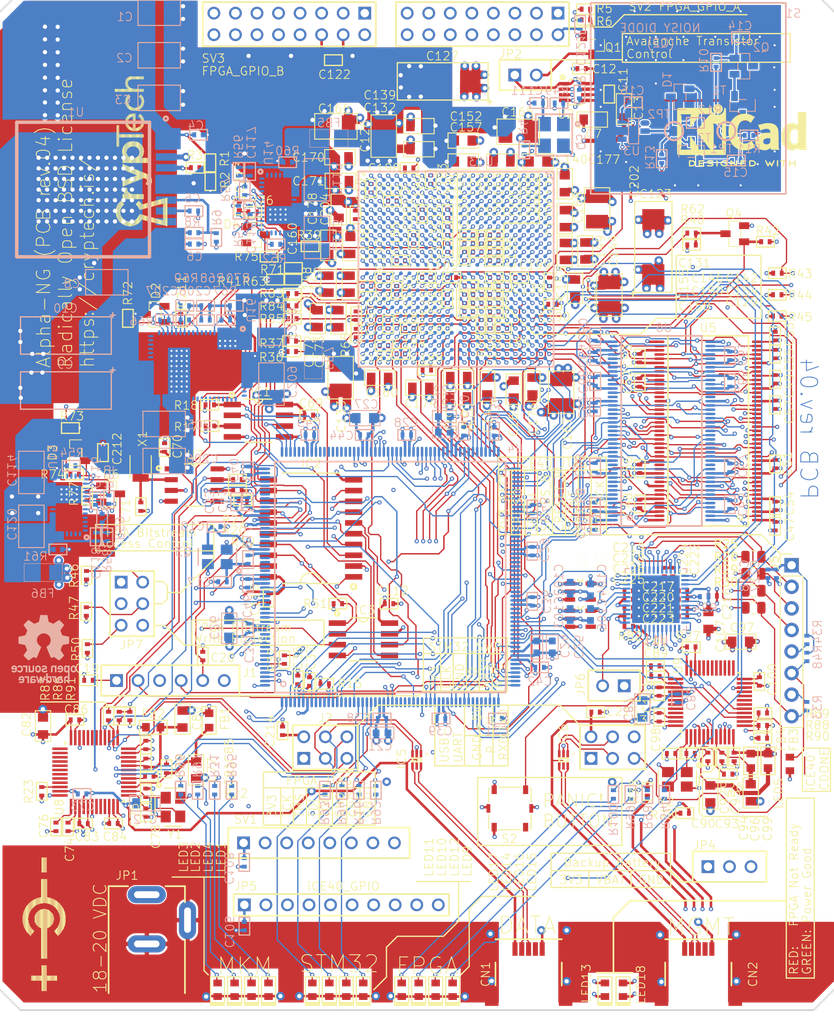
<source format=kicad_pcb>
(kicad_pcb (version 20171130) (host pcbnew "(5.1.6)-1")

  (general
    (thickness 1.6)
    (drawings 3565)
    (tracks 9265)
    (zones 0)
    (modules 404)
    (nets 619)
  )

  (page A4)
  (layers
    (0 F.Cu signal)
    (1 In1.Cu power hide)
    (2 In2.Cu mixed hide)
    (3 In3.Cu power hide)
    (4 In4.Cu power hide)
    (5 In5.Cu mixed hide)
    (6 In6.Cu power hide)
    (31 B.Cu signal hide)
    (32 B.Adhes user hide)
    (33 F.Adhes user hide)
    (34 B.Paste user hide)
    (35 F.Paste user hide)
    (36 B.SilkS user hide)
    (37 F.SilkS user)
    (38 B.Mask user hide)
    (39 F.Mask user hide)
    (40 Dwgs.User user hide)
    (41 Cmts.User user hide)
    (42 Eco1.User user hide)
    (43 Eco2.User user hide)
    (44 Edge.Cuts user hide)
    (45 Margin user hide)
    (46 B.CrtYd user hide)
    (47 F.CrtYd user hide)
    (48 B.Fab user hide)
    (49 F.Fab user hide)
  )

  (setup
    (last_trace_width 0.254)
    (user_trace_width 0.15)
    (user_trace_width 0.164)
    (user_trace_width 0.2)
    (user_trace_width 0.3)
    (user_trace_width 0.5)
    (trace_clearance 0.125)
    (zone_clearance 0.127)
    (zone_45_only no)
    (trace_min 0.15)
    (via_size 0.889)
    (via_drill 0.25)
    (via_min_size 0.25)
    (via_min_drill 0.25)
    (user_via 0.5 0.25)
    (uvia_size 0.508)
    (uvia_drill 0.127)
    (uvias_allowed no)
    (uvia_min_size 0.25)
    (uvia_min_drill 0.127)
    (edge_width 0.1)
    (segment_width 0.2)
    (pcb_text_width 0.3)
    (pcb_text_size 1.5 1.5)
    (mod_edge_width 0.15)
    (mod_text_size 1 1)
    (mod_text_width 0.15)
    (pad_size 1.5 1.5)
    (pad_drill 1)
    (pad_to_mask_clearance 0)
    (aux_axis_origin 0 0)
    (visible_elements 7EFFDF7F)
    (pcbplotparams
      (layerselection 0x30000_7fffff80)
      (usegerberextensions false)
      (usegerberattributes false)
      (usegerberadvancedattributes false)
      (creategerberjobfile false)
      (excludeedgelayer false)
      (linewidth 0.100000)
      (plotframeref true)
      (viasonmask false)
      (mode 1)
      (useauxorigin false)
      (hpglpennumber 1)
      (hpglpenspeed 20)
      (hpglpendiameter 15.000000)
      (psnegative false)
      (psa4output false)
      (plotreference true)
      (plotvalue false)
      (plotinvisibletext false)
      (padsonsilk true)
      (subtractmaskfromsilk false)
      (outputformat 4)
      (mirror false)
      (drillshape 0)
      (scaleselection 1)
      (outputdirectory "D:/DATA/YandexDisk/DEV/CrypTech/git/user/shatov/alpha_rev04/KiCAD/GerberOutput/"))
  )

  (net 0 "")
  (net 1 3V3_BATT)
  (net 2 15V_STABLE)
  (net 3 GND)
  (net 4 "Net-(C15-Pad2)")
  (net 5 ARM_FPGA_CFG_CS_N)
  (net 6 ARM_FPGA_CFG_MISO)
  (net 7 ARM_FPGA_CFG_MOSI)
  (net 8 ARM_FPGA_CFG_SCLK)
  (net 9 ARM_LED1)
  (net 10 ARM_LED2)
  (net 11 ARM_LED3)
  (net 12 ARM_LED4)
  (net 13 DIGITIZED_NOISE)
  (net 14 FMC_A0)
  (net 15 FMC_A1)
  (net 16 FMC_A2)
  (net 17 FMC_A3)
  (net 18 FMC_A4)
  (net 19 FMC_A5)
  (net 20 FMC_A6)
  (net 21 FMC_A7)
  (net 22 FMC_A8)
  (net 23 FMC_A9)
  (net 24 FMC_A10)
  (net 25 FMC_A11)
  (net 26 FMC_A12)
  (net 27 FMC_A13)
  (net 28 FMC_A14)
  (net 29 FMC_A15)
  (net 30 FMC_A16)
  (net 31 FMC_A17)
  (net 32 FMC_A18)
  (net 33 FMC_A19)
  (net 34 FMC_A20)
  (net 35 FMC_A21)
  (net 36 FMC_A22)
  (net 37 FMC_A23)
  (net 38 FMC_A24)
  (net 39 FMC_A25)
  (net 40 FMC_CLK)
  (net 41 FMC_D0)
  (net 42 FMC_D1)
  (net 43 FMC_D2)
  (net 44 FMC_D3)
  (net 45 FMC_D4)
  (net 46 FMC_D5)
  (net 47 FMC_D6)
  (net 48 FMC_D7)
  (net 49 FMC_D8)
  (net 50 FMC_D9)
  (net 51 FMC_D10)
  (net 52 FMC_D11)
  (net 53 FMC_D12)
  (net 54 FMC_D13)
  (net 55 FMC_D14)
  (net 56 FMC_D15)
  (net 57 FMC_D16)
  (net 58 FMC_D17)
  (net 59 FMC_D18)
  (net 60 FMC_D19)
  (net 61 FMC_D20)
  (net 62 FMC_D21)
  (net 63 FMC_D22)
  (net 64 FMC_D23)
  (net 65 FMC_D24)
  (net 66 FMC_D25)
  (net 67 FMC_D26)
  (net 68 FMC_D27)
  (net 69 FMC_D28)
  (net 70 FMC_D29)
  (net 71 FMC_D30)
  (net 72 FMC_D31)
  (net 73 FMC_NBL0)
  (net 74 FMC_NBL1)
  (net 75 FMC_NBL2)
  (net 76 FMC_NBL3)
  (net 77 FMC_NE1)
  (net 78 FMC_NL)
  (net 79 FMC_NOE)
  (net 80 FMC_NWAIT)
  (net 81 FMC_NWE)
  (net 82 FMC_SDCKE0)
  (net 83 FMC_SDCKE1)
  (net 84 FMC_SDCLK)
  (net 85 FMC_SDNCAS)
  (net 86 FMC_SDNE0)
  (net 87 FMC_SDNE1)
  (net 88 FMC_SDNRAS)
  (net 89 FMC_SDNWE)
  (net 90 FPGA_CFG_CS_N)
  (net 91 FPGA_CFG_CTRL_ARM_ENA)
  (net 92 FPGA_CFG_CTRL_FPGA_DIS)
  (net 93 FPGA_CFG_MISO)
  (net 94 FPGA_CFG_MOSI)
  (net 95 FPGA_CFG_SCLK)
  (net 96 FPGA_DONE)
  (net 97 FPGA_ENTROPY_DISABLE)
  (net 98 FPGA_GCLK)
  (net 99 FPGA_GPIO_A_0)
  (net 100 FPGA_GPIO_A_1)
  (net 101 FPGA_GPIO_A_2)
  (net 102 FPGA_GPIO_A_3)
  (net 103 FPGA_GPIO_A_4)
  (net 104 FPGA_GPIO_A_5)
  (net 105 FPGA_GPIO_A_6)
  (net 106 FPGA_GPIO_A_7)
  (net 107 FPGA_GPIO_B_0)
  (net 108 FPGA_GPIO_B_1)
  (net 109 FPGA_GPIO_B_2)
  (net 110 FPGA_GPIO_B_3)
  (net 111 FPGA_GPIO_B_4)
  (net 112 FPGA_GPIO_B_5)
  (net 113 FPGA_GPIO_B_6)
  (net 114 FPGA_GPIO_B_7)
  (net 115 FPGA_GPIO_LED_0)
  (net 116 FPGA_GPIO_LED_1)
  (net 117 FPGA_GPIO_LED_2)
  (net 118 FPGA_GPIO_LED_3)
  (net 119 FPGA_INIT_B)
  (net 120 FPGA_IRQ_N_0)
  (net 121 FPGA_IRQ_N_1)
  (net 122 FPGA_IRQ_N_2)
  (net 123 FPGA_IRQ_N_3)
  (net 124 FPGA_PROGRAM_B)
  (net 125 FPGA_VCCAUX_1V8)
  (net 126 FPGA_VCCINT_1V0)
  (net 127 FT_CTS)
  (net 128 FT_DTR)
  (net 129 FT_MGMT_CTS)
  (net 130 FT_MGMT_DTR)
  (net 131 FT_MGMT_RTS)
  (net 132 FT_MGMT_RXD)
  (net 133 FT_MGMT_TXD)
  (net 134 FT_MGMT_VCC3V3)
  (net 135 FT_MGMT_VPHY)
  (net 136 FT_MGMT_VPLL)
  (net 137 FT_MGMT_VREGIN)
  (net 138 FT_RTS)
  (net 139 FT_RXD)
  (net 140 FT_TXD)
  (net 141 FT_VCC3V3)
  (net 142 FT_VPHY)
  (net 143 FT_VPLL)
  (net 144 FT_VREGIN)
  (net 145 KSM_PROM_CS_N)
  (net 146 KSM_PROM_MISO)
  (net 147 KSM_PROM_MOSI)
  (net 148 KSM_PROM_SCLK)
  (net 149 "Net-(C5-Pad1)")
  (net 150 "Net-(C11-Pad1)")
  (net 151 "Net-(C12-Pad2)")
  (net 152 "Net-(C17-Pad2)")
  (net 153 "Net-(C70-Pad2)")
  (net 154 "Net-(C71-Pad2)")
  (net 155 "Net-(C75-Pad2)")
  (net 156 "Net-(C78-Pad2)")
  (net 157 "Net-(C90-Pad2)")
  (net 158 "Net-(C93-Pad2)")
  (net 159 "Net-(C115-Pad1)")
  (net 160 "Net-(C116-Pad1)")
  (net 161 "Net-(C117-Pad1)")
  (net 162 "Net-(C117-Pad2)")
  (net 163 "Net-(C118-Pad1)")
  (net 164 "Net-(C118-Pad2)")
  (net 165 "Net-(C207-Pad1)")
  (net 166 "Net-(C208-Pad1)")
  (net 167 "Net-(C208-Pad2)")
  (net 168 "Net-(IC1-Pad3)")
  (net 169 "Net-(JP2-Pad2)")
  (net 170 "Net-(LED1-Pad1)")
  (net 171 "Net-(LED2-Pad1)")
  (net 172 "Net-(LED3-Pad1)")
  (net 173 "Net-(LED4-Pad1)")
  (net 174 "Net-(LED9-Pad1)")
  (net 175 "Net-(LED10-Pad1)")
  (net 176 "Net-(LED11-Pad1)")
  (net 177 "Net-(LED12-Pad1)")
  (net 178 "Net-(LED13-Pad1)")
  (net 179 "Net-(LED14-Pad1)")
  (net 180 "Net-(LED15-Pad1)")
  (net 181 "Net-(LED16-Pad1)")
  (net 182 "Net-(LED17-Pad1)")
  (net 183 "Net-(LED18-Pad1)")
  (net 184 "Net-(LED18-Pad2)")
  (net 185 "Net-(Q1-Pad1)")
  (net 186 "Net-(Q5-Pad1)")
  (net 187 "Net-(Q5-Pad3)")
  (net 188 "Net-(R1-Pad1)")
  (net 189 "Net-(R3-Pad2)")
  (net 190 "Net-(R8-Pad1)")
  (net 191 "Net-(R32-Pad2)")
  (net 192 "Net-(R52-Pad1)")
  (net 193 "Net-(R53-Pad2)")
  (net 194 "Net-(R54-Pad1)")
  (net 195 "Net-(R55-Pad2)")
  (net 196 "Net-(R65-Pad1)")
  (net 197 "Net-(R66-Pad1)")
  (net 198 "Net-(R67-Pad1)")
  (net 199 POK_VCCAUX)
  (net 200 POK_VCCINT)
  (net 201 POK_VCCO)
  (net 202 PWR_18V)
  (net 203 PWR_ENA_VCCAUX)
  (net 204 PWR_ENA_VCCINT)
  (net 205 PWR_ENA_VCCO)
  (net 206 RTC_MFP)
  (net 207 RTC_SCL)
  (net 208 RTC_SDA)
  (net 209 VCC_5V0)
  (net 210 VCCO_3V3)
  (net 211 "/Entropy source/NOISE_IN")
  (net 212 "/Entropy source/RAW_NOISE")
  (net 213 "/STM32 configuration/OSC_OUT")
  (net 214 "/STM32 configuration/NRST")
  (net 215 "/STM32 power/VCAP1")
  (net 216 "/STM32 power/VCAP2")
  (net 217 "/User USB UART/FT_VCCORE")
  (net 218 "/User USB UART/FT_VCCA")
  (net 219 "/MGMT USB UART/FT_VCCORE1")
  (net 220 "/MGMT USB UART/FT_VCCA1")
  (net 221 "/User USB UART/D1_N")
  (net 222 "/User USB UART/D1_P")
  (net 223 "/MGMT USB UART/DM_N")
  (net 224 "/MGMT USB UART/DM_P")
  (net 225 "/Entropy source/AMPLIFIED")
  (net 226 "/Config memory/FPGA_PROM_CS_N")
  (net 227 "/Config memory/SPI_B_TRISTATE")
  (net 228 "/Config memory/FPGA_PROM_MISO")
  (net 229 "/Config memory/FPGA_PROM_SCLK")
  (net 230 "/Config memory/FPGA_PROM_MOSI")
  (net 231 "/Config memory/SPI_A_TRISTATE")
  (net 232 "/Config memory/FPGA_PROM_W_N")
  (net 233 "/User USB UART/USB_N")
  (net 234 "/User USB UART/USB_P")
  (net 235 "/MGMT USB UART/USB_MGMT_N")
  (net 236 "/MGMT USB UART/USB_MGMT_P")
  (net 237 "/STM32 configuration/SWDIO")
  (net 238 "/STM32 configuration/SWDCLK")
  (net 239 "/User USB UART/FT_RXD1")
  (net 240 "/User USB UART/FT_TXD1")
  (net 241 "/MGMT USB UART/FT_MGMT_RXD1")
  (net 242 "/MGMT USB UART/FT_MGMT_TXD1")
  (net 243 /Power/15V_LDO_ENABLE)
  (net 244 "/Config interface/FPGA_DONE_INT")
  (net 245 "/Entropy source/NOISE_OUT")
  (net 246 "/Config interface/FPGA_INIT_B_INT")
  (net 247 "/STM32 configuration/OSC_IN")
  (net 248 "/STM32 configuration/BOOT0")
  (net 249 "/User USB UART/FT_REF")
  (net 250 "/User USB UART/FT_RESET")
  (net 251 "/MGMT USB UART/FT_REF1")
  (net 252 "/MGMT USB UART/FT_RESET1")
  (net 253 "/Config interface/FPGA_M2")
  (net 254 "/Config interface/FPGA_M1")
  (net 255 "/Config interface/FPGA_M0")
  (net 256 "/Config interface/FPGA_JTAG_TDI")
  (net 257 "/Config interface/FPGA_JTAG_TMS")
  (net 258 "/Config interface/FPGA_JTAG_TCK")
  (net 259 "/Config interface/FPGA_INIT_B_INT1")
  (net 260 "/Config interface/FPGA_PROGRAM_B1")
  (net 261 "/Config interface/FPGA_CFG_SCLK1")
  (net 262 "/MKM interface/FPGA_CFG_MOSI1")
  (net 263 "/MKM interface/FPGA_CFG_MISO1")
  (net 264 "/MKM interface/FPGA_CFG_CS_N1")
  (net 265 "/Config interface/FPGA_JTAG_TDO")
  (net 266 "Net-(CN1-PadID)")
  (net 267 "Net-(CN2-PadID)")
  (net 268 "Net-(J1-Pad6)")
  (net 269 "Net-(Q2-Pad3)")
  (net 270 "Net-(U1-Pad9)")
  (net 271 "Net-(U3-Pad1)")
  (net 272 "Net-(U4-Pad199)")
  (net 273 "Net-(U4-Pad198)")
  (net 274 "Net-(U4-Pad193)")
  (net 275 "Net-(U4-Pad192)")
  (net 276 "Net-(U4-Pad186)")
  (net 277 "Net-(U4-Pad181)")
  (net 278 "Net-(U4-Pad180)")
  (net 279 "Net-(U4-Pad179)")
  (net 280 "Net-(U4-Pad178)")
  (net 281 "Net-(U4-Pad176)")
  (net 282 "Net-(U4-Pad166)")
  (net 283 "Net-(U4-Pad160)")
  (net 284 "Net-(U4-Pad139)")
  (net 285 "Net-(U4-Pad138)")
  (net 286 "Net-(U4-Pad134)")
  (net 287 "Net-(U4-Pad133)")
  (net 288 "Net-(U4-Pad128)")
  (net 289 "Net-(U4-Pad127)")
  (net 290 "Net-(U4-Pad126)")
  (net 291 "Net-(U4-Pad121)")
  (net 292 "Net-(U4-Pad118)")
  (net 293 "Net-(U4-Pad95)")
  (net 294 "Net-(U4-Pad69)")
  (net 295 "Net-(U4-Pad68)")
  (net 296 "Net-(U4-Pad67)")
  (net 297 "Net-(U4-Pad66)")
  (net 298 "Net-(U4-Pad65)")
  (net 299 "Net-(U4-Pad64)")
  (net 300 "Net-(U4-Pad63)")
  (net 301 "Net-(U4-Pad62)")
  (net 302 "Net-(U4-Pad58)")
  (net 303 "Net-(U4-Pad57)")
  (net 304 "Net-(U4-Pad46)")
  (net 305 "Net-(U4-Pad36)")
  (net 306 "Net-(U4-Pad31)")
  (net 307 "Net-(U4-Pad30)")
  (net 308 "Net-(U4-Pad29)")
  (net 309 "Net-(U4-Pad28)")
  (net 310 "Net-(U4-Pad20)")
  (net 311 "Net-(U4-Pad19)")
  (net 312 "Net-(U4-Pad13)")
  (net 313 "Net-(U4-Pad10)")
  (net 314 "Net-(U4-Pad9)")
  (net 315 "Net-(U4-Pad7)")
  (net 316 "Net-(U8-Pad18)")
  (net 317 "Net-(U8-Pad19)")
  (net 318 "Net-(U8-Pad20)")
  (net 319 "Net-(U8-Pad21)")
  (net 320 "Net-(U8-Pad25)")
  (net 321 "Net-(U8-Pad26)")
  (net 322 "Net-(U8-Pad27)")
  (net 323 "Net-(U8-Pad28)")
  (net 324 "Net-(U8-Pad29)")
  (net 325 "Net-(U8-Pad30)")
  (net 326 "Net-(U8-Pad31)")
  (net 327 "Net-(U8-Pad32)")
  (net 328 "Net-(U8-Pad33)")
  (net 329 "Net-(U8-Pad43)")
  (net 330 "Net-(U8-Pad44)")
  (net 331 "Net-(U8-Pad45)")
  (net 332 "Net-(U9-Pad18)")
  (net 333 "Net-(U9-Pad19)")
  (net 334 "Net-(U9-Pad20)")
  (net 335 "Net-(U9-Pad21)")
  (net 336 "Net-(U9-Pad25)")
  (net 337 "Net-(U9-Pad26)")
  (net 338 "Net-(U9-Pad27)")
  (net 339 "Net-(U9-Pad28)")
  (net 340 "Net-(U9-Pad29)")
  (net 341 "Net-(U9-Pad30)")
  (net 342 "Net-(U9-Pad31)")
  (net 343 "Net-(U9-Pad32)")
  (net 344 "Net-(U9-Pad33)")
  (net 345 "Net-(U9-Pad43)")
  (net 346 "Net-(U9-Pad44)")
  (net 347 "Net-(U9-Pad45)")
  (net 348 "Net-(U11-Pad28)")
  (net 349 "Net-(U11-Pad13)")
  (net 350 "Net-(U11-Pad6)")
  (net 351 "Net-(U13-PadAA18)")
  (net 352 "Net-(U13-PadAA10)")
  (net 353 "Net-(U13-PadY19)")
  (net 354 "Net-(U13-PadY9)")
  (net 355 "Net-(U13-PadY8)")
  (net 356 "Net-(U13-PadY2)")
  (net 357 "Net-(U13-PadW21)")
  (net 358 "Net-(U13-PadW15)")
  (net 359 "Net-(U13-PadW9)")
  (net 360 "Net-(U13-PadW7)")
  (net 361 "Net-(U13-PadW6)")
  (net 362 "Net-(U13-PadW5)")
  (net 363 "Net-(U13-PadW4)")
  (net 364 "Net-(U13-PadV22)")
  (net 365 "Net-(U13-PadV19)")
  (net 366 "Net-(U13-PadV17)")
  (net 367 "Net-(U13-PadV15)")
  (net 368 "Net-(U13-PadV14)")
  (net 369 "Net-(U13-PadV13)")
  (net 370 "Net-(U13-PadV10)")
  (net 371 "Net-(U13-PadV9)")
  (net 372 "Net-(U13-PadV8)")
  (net 373 "Net-(U13-PadV7)")
  (net 374 "Net-(U13-PadU21)")
  (net 375 "Net-(U13-PadU18)")
  (net 376 "Net-(U13-PadU17)")
  (net 377 "Net-(U13-PadU16)")
  (net 378 "Net-(U13-PadU15)")
  (net 379 "Net-(U13-PadU7)")
  (net 380 "Net-(U13-PadU6)")
  (net 381 "Net-(U13-PadU5)")
  (net 382 "Net-(U13-PadT21)")
  (net 383 "Net-(U13-PadT20)")
  (net 384 "Net-(U13-PadT18)")
  (net 385 "Net-(U13-PadT16)")
  (net 386 "Net-(U13-PadT15)")
  (net 387 "Net-(U13-PadT14)")
  (net 388 "Net-(U13-PadT6)")
  (net 389 "Net-(U13-PadT5)")
  (net 390 "Net-(U13-PadT4)")
  (net 391 "Net-(U13-PadT3)")
  (net 392 "Net-(U13-PadR19)")
  (net 393 "Net-(U13-PadR18)")
  (net 394 "Net-(U13-PadR17)")
  (net 395 "Net-(U13-PadR16)")
  (net 396 "Net-(U13-PadR14)")
  (net 397 "Net-(U13-PadR6)")
  (net 398 "Net-(U13-PadR3)")
  (net 399 "Net-(U13-PadR2)")
  (net 400 "Net-(U13-PadR1)")
  (net 401 "Net-(U13-PadP20)")
  (net 402 "Net-(U13-PadP19)")
  (net 403 "Net-(U13-PadP17)")
  (net 404 "Net-(U13-PadP16)")
  (net 405 "Net-(U13-PadP15)")
  (net 406 "Net-(U13-PadP14)")
  (net 407 "Net-(U13-PadP6)")
  (net 408 "Net-(U13-PadP5)")
  (net 409 "Net-(U13-PadP4)")
  (net 410 "Net-(U13-PadP2)")
  (net 411 "Net-(U13-PadP1)")
  (net 412 "Net-(U13-PadN22)")
  (net 413 "Net-(U13-PadN20)")
  (net 414 "Net-(U13-PadN19)")
  (net 415 "Net-(U13-PadN18)")
  (net 416 "Net-(U13-PadN17)")
  (net 417 "Net-(U13-PadN14)")
  (net 418 "Net-(U13-PadN13)")
  (net 419 "Net-(U13-PadN5)")
  (net 420 "Net-(U13-PadN4)")
  (net 421 "Net-(U13-PadN3)")
  (net 422 "Net-(U13-PadN2)")
  (net 423 "Net-(U13-PadM22)")
  (net 424 "Net-(U13-PadM21)")
  (net 425 "Net-(U13-PadM20)")
  (net 426 "Net-(U13-PadM18)")
  (net 427 "Net-(U13-PadM17)")
  (net 428 "Net-(U13-PadM16)")
  (net 429 "Net-(U13-PadM15)")
  (net 430 "Net-(U13-PadM13)")
  (net 431 "Net-(U13-PadM9)")
  (net 432 "Net-(U13-PadM6)")
  (net 433 "Net-(U13-PadM5)")
  (net 434 "Net-(U13-PadM3)")
  (net 435 "Net-(U13-PadM2)")
  (net 436 "Net-(U13-PadM1)")
  (net 437 "Net-(U13-PadL21)")
  (net 438 "Net-(U13-PadL20)")
  (net 439 "Net-(U13-PadL19)")
  (net 440 "Net-(U13-PadL18)")
  (net 441 "Net-(U13-PadL16)")
  (net 442 "Net-(U13-PadL15)")
  (net 443 "Net-(U13-PadL14)")
  (net 444 "Net-(U13-PadL13)")
  (net 445 "Net-(U13-PadL10)")
  (net 446 "Net-(U13-PadL6)")
  (net 447 "Net-(U13-PadL5)")
  (net 448 "Net-(U13-PadL4)")
  (net 449 "Net-(U13-PadL3)")
  (net 450 "Net-(U13-PadL1)")
  (net 451 "Net-(U13-PadK22)")
  (net 452 "Net-(U13-PadK21)")
  (net 453 "Net-(U13-PadK19)")
  (net 454 "Net-(U13-PadK18)")
  (net 455 "Net-(U13-PadK17)")
  (net 456 "Net-(U13-PadK16)")
  (net 457 "Net-(U13-PadK14)")
  (net 458 "Net-(U13-PadK13)")
  (net 459 "Net-(U13-PadK6)")
  (net 460 "Net-(U13-PadK4)")
  (net 461 "Net-(U13-PadK3)")
  (net 462 "Net-(U13-PadK2)")
  (net 463 "Net-(U13-PadK1)")
  (net 464 "Net-(U13-PadJ22)")
  (net 465 "Net-(U13-PadJ21)")
  (net 466 "Net-(U13-PadJ20)")
  (net 467 "Net-(U13-PadJ19)")
  (net 468 "Net-(U13-PadJ17)")
  (net 469 "Net-(U13-PadJ16)")
  (net 470 "Net-(U13-PadJ15)")
  (net 471 "Net-(U13-PadJ14)")
  (net 472 "Net-(U13-PadJ6)")
  (net 473 "Net-(U13-PadJ5)")
  (net 474 "Net-(U13-PadJ4)")
  (net 475 "Net-(U13-PadJ2)")
  (net 476 "Net-(U13-PadJ1)")
  (net 477 "Net-(U13-PadH22)")
  (net 478 "Net-(U13-PadH20)")
  (net 479 "Net-(U13-PadH19)")
  (net 480 "Net-(U13-PadH18)")
  (net 481 "Net-(U13-PadH17)")
  (net 482 "Net-(U13-PadH15)")
  (net 483 "Net-(U13-PadH14)")
  (net 484 "Net-(U13-PadH13)")
  (net 485 "Net-(U13-PadH5)")
  (net 486 "Net-(U13-PadH4)")
  (net 487 "Net-(U13-PadH3)")
  (net 488 "Net-(U13-PadH2)")
  (net 489 "Net-(U13-PadG22)")
  (net 490 "Net-(U13-PadG21)")
  (net 491 "Net-(U13-PadG20)")
  (net 492 "Net-(U13-PadG18)")
  (net 493 "Net-(U13-PadG17)")
  (net 494 "Net-(U13-PadG16)")
  (net 495 "Net-(U13-PadG15)")
  (net 496 "Net-(U13-PadG13)")
  (net 497 "Net-(U13-PadG4)")
  (net 498 "Net-(U13-PadG3)")
  (net 499 "Net-(U13-PadG2)")
  (net 500 "Net-(U13-PadG1)")
  (net 501 "Net-(U13-PadF21)")
  (net 502 "Net-(U13-PadF20)")
  (net 503 "Net-(U13-PadF19)")
  (net 504 "Net-(U13-PadF15)")
  (net 505 "Net-(U13-PadF13)")
  (net 506 "Net-(U13-PadF10)")
  (net 507 "Net-(U13-PadF9)")
  (net 508 "Net-(U13-PadF8)")
  (net 509 "Net-(U13-PadF7)")
  (net 510 "Net-(U13-PadF6)")
  (net 511 "Net-(U13-PadF4)")
  (net 512 "Net-(U13-PadF3)")
  (net 513 "Net-(U13-PadF1)")
  (net 514 "Net-(U13-PadE22)")
  (net 515 "Net-(U13-PadE21)")
  (net 516 "Net-(U13-PadE16)")
  (net 517 "Net-(U13-PadE10)")
  (net 518 "Net-(U13-PadE8)")
  (net 519 "Net-(U13-PadE6)")
  (net 520 "Net-(U13-PadE3)")
  (net 521 "Net-(U13-PadE2)")
  (net 522 "Net-(U13-PadE1)")
  (net 523 "Net-(U13-PadD22)")
  (net 524 "Net-(U13-PadD21)")
  (net 525 "Net-(U13-PadD20)")
  (net 526 "Net-(U13-PadD19)")
  (net 527 "Net-(U13-PadD16)")
  (net 528 "Net-(U13-PadD15)")
  (net 529 "Net-(U13-PadD11)")
  (net 530 "Net-(U13-PadD10)")
  (net 531 "Net-(U13-PadD9)")
  (net 532 "Net-(U13-PadD7)")
  (net 533 "Net-(U13-PadD6)")
  (net 534 "Net-(U13-PadD5)")
  (net 535 "Net-(U13-PadD2)")
  (net 536 "Net-(U13-PadD1)")
  (net 537 "Net-(U13-PadC19)")
  (net 538 "Net-(U13-PadC11)")
  (net 539 "Net-(U13-PadC9)")
  (net 540 "Net-(U13-PadC8)")
  (net 541 "Net-(U13-PadC7)")
  (net 542 "Net-(U13-PadC5)")
  (net 543 "Net-(U13-PadC4)")
  (net 544 "Net-(U13-PadC2)")
  (net 545 "Net-(U13-PadB22)")
  (net 546 "Net-(U13-PadB21)")
  (net 547 "Net-(U13-PadB11)")
  (net 548 "Net-(U13-PadB10)")
  (net 549 "Net-(U13-PadB9)")
  (net 550 "Net-(U13-PadB8)")
  (net 551 "Net-(U13-PadB7)")
  (net 552 "Net-(U13-PadB6)")
  (net 553 "Net-(U13-PadB5)")
  (net 554 "Net-(U13-PadB4)")
  (net 555 "Net-(U13-PadB2)")
  (net 556 "Net-(U13-PadB1)")
  (net 557 "Net-(U13-PadA10)")
  (net 558 "Net-(U13-PadA8)")
  (net 559 "Net-(U13-PadA6)")
  (net 560 "Net-(U13-PadA4)")
  (net 561 "Net-(U13-PadA1)")
  (net 562 "Net-(U16-Pad48)")
  (net 563 "Net-(U16-Pad49)")
  (net 564 "Net-(U16-Pad50)")
  (net 565 "Net-(U16-Pad57)")
  (net 566 "Net-(U16-Pad58)")
  (net 567 "Net-(U16-Pad60)")
  (net 568 "Net-(U16-Pad61)")
  (net 569 "Net-(U16-Pad62)")
  (net 570 "Net-(U11-Pad4)")
  (net 571 "/Master Key Memory/MKM_VCC")
  (net 572 "/Master Key Memory/MKM_VPP")
  (net 573 "/Master Key Memory/MKM_VCC_PLL")
  (net 574 "Net-(U10-Pad4)")
  (net 575 "Net-(U12-Pad4)")
  (net 576 ARM_SPI3_MOSI)
  (net 577 ARM_SPI3_MISO)
  (net 578 ARM_SPI3_SCK)
  (net 579 ARM_SPI3_CS_N)
  (net 580 "/Master Key Memory/ICE40_SPI_SI")
  (net 581 "/Master Key Memory/ICE40_SPI_SS")
  (net 582 "/Master Key Memory/ICE40_SPI_SCK")
  (net 583 "/Master Key Memory/ICE40_SPI_SO")
  (net 584 ICE40_CDONE)
  (net 585 ICE40_CRESET)
  (net 586 ICE40_GPIO_ARM_0)
  (net 587 ICE40_GPIO_ARM_1)
  (net 588 ICE40_GPIO_ARM_2)
  (net 589 ICE40_GPIO_ARM_3)
  (net 590 ICE40_GPIO_FPGA_0)
  (net 591 ICE40_GPIO_FPGA_1)
  (net 592 ICE40_GPIO_FPGA_3)
  (net 593 ICE40_GPIO_FPGA_2)
  (net 594 ICE40_JUMPER)
  (net 595 ICE40_GPIO_1)
  (net 596 ICE40_GPIO_7)
  (net 597 ICE40_GPIO_6)
  (net 598 ICE40_GPIO_5)
  (net 599 ICE40_GPIO_4)
  (net 600 ICE40_GPIO_3)
  (net 601 ICE40_GPIO_2)
  (net 602 ICE40_GPIO_0)
  (net 603 ICE40_LED3)
  (net 604 ICE40_PANIC)
  (net 605 ICE40_LED2)
  (net 606 ICE40_LED1)
  (net 607 ICE40_LED4)
  (net 608 ICE40_FPGA_MISO)
  (net 609 ICE40_FPGA_CS_N)
  (net 610 ICE40_FPGA_MOSI)
  (net 611 ICE40_FPGA_SCK)
  (net 612 "Net-(U13-PadB20)")
  (net 613 ICE40_GPIO_FPGA_7)
  (net 614 ICE40_GPIO_FPGA_5)
  (net 615 ICE40_GPIO_FPGA_6)
  (net 616 ICE40_GPIO_FPGA_4)
  (net 617 "Net-(U11-Pad2)")
  (net 618 "Net-(S2-PadA1)")

  (net_class Default "This is the default net class."
    (clearance 0.125)
    (trace_width 0.254)
    (via_dia 0.889)
    (via_drill 0.25)
    (uvia_dia 0.508)
    (uvia_drill 0.127)
    (add_net "/Config interface/FPGA_CFG_SCLK1")
    (add_net "/Config interface/FPGA_DONE_INT")
    (add_net "/Config interface/FPGA_INIT_B_INT")
    (add_net "/Config interface/FPGA_INIT_B_INT1")
    (add_net "/Config interface/FPGA_JTAG_TCK")
    (add_net "/Config interface/FPGA_JTAG_TDI")
    (add_net "/Config interface/FPGA_JTAG_TDO")
    (add_net "/Config interface/FPGA_JTAG_TMS")
    (add_net "/Config interface/FPGA_M0")
    (add_net "/Config interface/FPGA_M1")
    (add_net "/Config interface/FPGA_M2")
    (add_net "/Config interface/FPGA_PROGRAM_B1")
    (add_net "/Config memory/FPGA_PROM_CS_N")
    (add_net "/Config memory/FPGA_PROM_MISO")
    (add_net "/Config memory/FPGA_PROM_MOSI")
    (add_net "/Config memory/FPGA_PROM_SCLK")
    (add_net "/Config memory/FPGA_PROM_W_N")
    (add_net "/Config memory/SPI_A_TRISTATE")
    (add_net "/Config memory/SPI_B_TRISTATE")
    (add_net "/Entropy source/AMPLIFIED")
    (add_net "/Entropy source/NOISE_IN")
    (add_net "/Entropy source/NOISE_OUT")
    (add_net "/Entropy source/RAW_NOISE")
    (add_net "/MGMT USB UART/DM_N")
    (add_net "/MGMT USB UART/DM_P")
    (add_net "/MGMT USB UART/FT_MGMT_RXD1")
    (add_net "/MGMT USB UART/FT_MGMT_TXD1")
    (add_net "/MGMT USB UART/FT_REF1")
    (add_net "/MGMT USB UART/FT_RESET1")
    (add_net "/MGMT USB UART/FT_VCCA1")
    (add_net "/MGMT USB UART/FT_VCCORE1")
    (add_net "/MGMT USB UART/USB_MGMT_N")
    (add_net "/MGMT USB UART/USB_MGMT_P")
    (add_net "/MKM interface/FPGA_CFG_CS_N1")
    (add_net "/MKM interface/FPGA_CFG_MISO1")
    (add_net "/MKM interface/FPGA_CFG_MOSI1")
    (add_net "/Master Key Memory/ICE40_SPI_SCK")
    (add_net "/Master Key Memory/ICE40_SPI_SI")
    (add_net "/Master Key Memory/ICE40_SPI_SO")
    (add_net "/Master Key Memory/ICE40_SPI_SS")
    (add_net "/Master Key Memory/MKM_VCC")
    (add_net "/Master Key Memory/MKM_VCC_PLL")
    (add_net "/Master Key Memory/MKM_VPP")
    (add_net /Power/15V_LDO_ENABLE)
    (add_net "/STM32 configuration/BOOT0")
    (add_net "/STM32 configuration/NRST")
    (add_net "/STM32 configuration/OSC_IN")
    (add_net "/STM32 configuration/OSC_OUT")
    (add_net "/STM32 configuration/SWDCLK")
    (add_net "/STM32 configuration/SWDIO")
    (add_net "/STM32 power/VCAP1")
    (add_net "/STM32 power/VCAP2")
    (add_net "/User USB UART/D1_N")
    (add_net "/User USB UART/D1_P")
    (add_net "/User USB UART/FT_REF")
    (add_net "/User USB UART/FT_RESET")
    (add_net "/User USB UART/FT_RXD1")
    (add_net "/User USB UART/FT_TXD1")
    (add_net "/User USB UART/FT_VCCA")
    (add_net "/User USB UART/FT_VCCORE")
    (add_net "/User USB UART/USB_N")
    (add_net "/User USB UART/USB_P")
    (add_net 15V_STABLE)
    (add_net 3V3_BATT)
    (add_net ARM_FPGA_CFG_CS_N)
    (add_net ARM_FPGA_CFG_MISO)
    (add_net ARM_FPGA_CFG_MOSI)
    (add_net ARM_FPGA_CFG_SCLK)
    (add_net ARM_LED1)
    (add_net ARM_LED2)
    (add_net ARM_LED3)
    (add_net ARM_LED4)
    (add_net ARM_SPI3_CS_N)
    (add_net ARM_SPI3_MISO)
    (add_net ARM_SPI3_MOSI)
    (add_net ARM_SPI3_SCK)
    (add_net DIGITIZED_NOISE)
    (add_net FPGA_CFG_CS_N)
    (add_net FPGA_CFG_CTRL_ARM_ENA)
    (add_net FPGA_CFG_CTRL_FPGA_DIS)
    (add_net FPGA_CFG_MISO)
    (add_net FPGA_CFG_MOSI)
    (add_net FPGA_CFG_SCLK)
    (add_net FPGA_DONE)
    (add_net FPGA_ENTROPY_DISABLE)
    (add_net FPGA_GCLK)
    (add_net FPGA_GPIO_LED_0)
    (add_net FPGA_GPIO_LED_1)
    (add_net FPGA_GPIO_LED_2)
    (add_net FPGA_GPIO_LED_3)
    (add_net FPGA_INIT_B)
    (add_net FPGA_IRQ_N_0)
    (add_net FPGA_IRQ_N_1)
    (add_net FPGA_IRQ_N_2)
    (add_net FPGA_IRQ_N_3)
    (add_net FPGA_PROGRAM_B)
    (add_net FPGA_VCCAUX_1V8)
    (add_net FPGA_VCCINT_1V0)
    (add_net FT_CTS)
    (add_net FT_DTR)
    (add_net FT_MGMT_CTS)
    (add_net FT_MGMT_DTR)
    (add_net FT_MGMT_RTS)
    (add_net FT_MGMT_RXD)
    (add_net FT_MGMT_TXD)
    (add_net FT_MGMT_VCC3V3)
    (add_net FT_MGMT_VPHY)
    (add_net FT_MGMT_VPLL)
    (add_net FT_MGMT_VREGIN)
    (add_net FT_RTS)
    (add_net FT_RXD)
    (add_net FT_TXD)
    (add_net FT_VCC3V3)
    (add_net FT_VPHY)
    (add_net FT_VPLL)
    (add_net FT_VREGIN)
    (add_net GND)
    (add_net ICE40_CDONE)
    (add_net ICE40_CRESET)
    (add_net ICE40_FPGA_CS_N)
    (add_net ICE40_FPGA_MISO)
    (add_net ICE40_FPGA_MOSI)
    (add_net ICE40_FPGA_SCK)
    (add_net ICE40_GPIO_0)
    (add_net ICE40_GPIO_1)
    (add_net ICE40_GPIO_2)
    (add_net ICE40_GPIO_3)
    (add_net ICE40_GPIO_4)
    (add_net ICE40_GPIO_5)
    (add_net ICE40_GPIO_6)
    (add_net ICE40_GPIO_7)
    (add_net ICE40_GPIO_ARM_0)
    (add_net ICE40_GPIO_ARM_1)
    (add_net ICE40_GPIO_ARM_2)
    (add_net ICE40_GPIO_ARM_3)
    (add_net ICE40_GPIO_FPGA_0)
    (add_net ICE40_GPIO_FPGA_1)
    (add_net ICE40_GPIO_FPGA_2)
    (add_net ICE40_GPIO_FPGA_3)
    (add_net ICE40_GPIO_FPGA_4)
    (add_net ICE40_GPIO_FPGA_5)
    (add_net ICE40_GPIO_FPGA_6)
    (add_net ICE40_GPIO_FPGA_7)
    (add_net ICE40_JUMPER)
    (add_net ICE40_LED1)
    (add_net ICE40_LED2)
    (add_net ICE40_LED3)
    (add_net ICE40_LED4)
    (add_net ICE40_PANIC)
    (add_net KSM_PROM_CS_N)
    (add_net KSM_PROM_MISO)
    (add_net KSM_PROM_MOSI)
    (add_net KSM_PROM_SCLK)
    (add_net "Net-(C11-Pad1)")
    (add_net "Net-(C115-Pad1)")
    (add_net "Net-(C116-Pad1)")
    (add_net "Net-(C117-Pad1)")
    (add_net "Net-(C117-Pad2)")
    (add_net "Net-(C118-Pad1)")
    (add_net "Net-(C118-Pad2)")
    (add_net "Net-(C12-Pad2)")
    (add_net "Net-(C15-Pad2)")
    (add_net "Net-(C17-Pad2)")
    (add_net "Net-(C207-Pad1)")
    (add_net "Net-(C208-Pad1)")
    (add_net "Net-(C208-Pad2)")
    (add_net "Net-(C5-Pad1)")
    (add_net "Net-(C70-Pad2)")
    (add_net "Net-(C71-Pad2)")
    (add_net "Net-(C75-Pad2)")
    (add_net "Net-(C78-Pad2)")
    (add_net "Net-(C90-Pad2)")
    (add_net "Net-(C93-Pad2)")
    (add_net "Net-(CN1-PadID)")
    (add_net "Net-(CN2-PadID)")
    (add_net "Net-(IC1-Pad3)")
    (add_net "Net-(J1-Pad6)")
    (add_net "Net-(JP2-Pad2)")
    (add_net "Net-(LED1-Pad1)")
    (add_net "Net-(LED10-Pad1)")
    (add_net "Net-(LED11-Pad1)")
    (add_net "Net-(LED12-Pad1)")
    (add_net "Net-(LED13-Pad1)")
    (add_net "Net-(LED14-Pad1)")
    (add_net "Net-(LED15-Pad1)")
    (add_net "Net-(LED16-Pad1)")
    (add_net "Net-(LED17-Pad1)")
    (add_net "Net-(LED18-Pad1)")
    (add_net "Net-(LED18-Pad2)")
    (add_net "Net-(LED2-Pad1)")
    (add_net "Net-(LED3-Pad1)")
    (add_net "Net-(LED4-Pad1)")
    (add_net "Net-(LED9-Pad1)")
    (add_net "Net-(Q1-Pad1)")
    (add_net "Net-(Q2-Pad3)")
    (add_net "Net-(Q5-Pad1)")
    (add_net "Net-(Q5-Pad3)")
    (add_net "Net-(R1-Pad1)")
    (add_net "Net-(R3-Pad2)")
    (add_net "Net-(R32-Pad2)")
    (add_net "Net-(R52-Pad1)")
    (add_net "Net-(R53-Pad2)")
    (add_net "Net-(R54-Pad1)")
    (add_net "Net-(R55-Pad2)")
    (add_net "Net-(R65-Pad1)")
    (add_net "Net-(R66-Pad1)")
    (add_net "Net-(R67-Pad1)")
    (add_net "Net-(R8-Pad1)")
    (add_net "Net-(S2-PadA1)")
    (add_net "Net-(U1-Pad9)")
    (add_net "Net-(U10-Pad4)")
    (add_net "Net-(U11-Pad13)")
    (add_net "Net-(U11-Pad2)")
    (add_net "Net-(U11-Pad28)")
    (add_net "Net-(U11-Pad4)")
    (add_net "Net-(U11-Pad6)")
    (add_net "Net-(U12-Pad4)")
    (add_net "Net-(U13-PadA1)")
    (add_net "Net-(U13-PadA10)")
    (add_net "Net-(U13-PadA4)")
    (add_net "Net-(U13-PadA6)")
    (add_net "Net-(U13-PadA8)")
    (add_net "Net-(U13-PadAA10)")
    (add_net "Net-(U13-PadAA18)")
    (add_net "Net-(U13-PadB1)")
    (add_net "Net-(U13-PadB10)")
    (add_net "Net-(U13-PadB11)")
    (add_net "Net-(U13-PadB2)")
    (add_net "Net-(U13-PadB20)")
    (add_net "Net-(U13-PadB21)")
    (add_net "Net-(U13-PadB22)")
    (add_net "Net-(U13-PadB4)")
    (add_net "Net-(U13-PadB5)")
    (add_net "Net-(U13-PadB6)")
    (add_net "Net-(U13-PadB7)")
    (add_net "Net-(U13-PadB8)")
    (add_net "Net-(U13-PadB9)")
    (add_net "Net-(U13-PadC11)")
    (add_net "Net-(U13-PadC19)")
    (add_net "Net-(U13-PadC2)")
    (add_net "Net-(U13-PadC4)")
    (add_net "Net-(U13-PadC5)")
    (add_net "Net-(U13-PadC7)")
    (add_net "Net-(U13-PadC8)")
    (add_net "Net-(U13-PadC9)")
    (add_net "Net-(U13-PadD1)")
    (add_net "Net-(U13-PadD10)")
    (add_net "Net-(U13-PadD11)")
    (add_net "Net-(U13-PadD15)")
    (add_net "Net-(U13-PadD16)")
    (add_net "Net-(U13-PadD19)")
    (add_net "Net-(U13-PadD2)")
    (add_net "Net-(U13-PadD20)")
    (add_net "Net-(U13-PadD21)")
    (add_net "Net-(U13-PadD22)")
    (add_net "Net-(U13-PadD5)")
    (add_net "Net-(U13-PadD6)")
    (add_net "Net-(U13-PadD7)")
    (add_net "Net-(U13-PadD9)")
    (add_net "Net-(U13-PadE1)")
    (add_net "Net-(U13-PadE10)")
    (add_net "Net-(U13-PadE16)")
    (add_net "Net-(U13-PadE2)")
    (add_net "Net-(U13-PadE21)")
    (add_net "Net-(U13-PadE22)")
    (add_net "Net-(U13-PadE3)")
    (add_net "Net-(U13-PadE6)")
    (add_net "Net-(U13-PadE8)")
    (add_net "Net-(U13-PadF1)")
    (add_net "Net-(U13-PadF10)")
    (add_net "Net-(U13-PadF13)")
    (add_net "Net-(U13-PadF15)")
    (add_net "Net-(U13-PadF19)")
    (add_net "Net-(U13-PadF20)")
    (add_net "Net-(U13-PadF21)")
    (add_net "Net-(U13-PadF3)")
    (add_net "Net-(U13-PadF4)")
    (add_net "Net-(U13-PadF6)")
    (add_net "Net-(U13-PadF7)")
    (add_net "Net-(U13-PadF8)")
    (add_net "Net-(U13-PadF9)")
    (add_net "Net-(U13-PadG1)")
    (add_net "Net-(U13-PadG13)")
    (add_net "Net-(U13-PadG15)")
    (add_net "Net-(U13-PadG16)")
    (add_net "Net-(U13-PadG17)")
    (add_net "Net-(U13-PadG18)")
    (add_net "Net-(U13-PadG2)")
    (add_net "Net-(U13-PadG20)")
    (add_net "Net-(U13-PadG21)")
    (add_net "Net-(U13-PadG22)")
    (add_net "Net-(U13-PadG3)")
    (add_net "Net-(U13-PadG4)")
    (add_net "Net-(U13-PadH13)")
    (add_net "Net-(U13-PadH14)")
    (add_net "Net-(U13-PadH15)")
    (add_net "Net-(U13-PadH17)")
    (add_net "Net-(U13-PadH18)")
    (add_net "Net-(U13-PadH19)")
    (add_net "Net-(U13-PadH2)")
    (add_net "Net-(U13-PadH20)")
    (add_net "Net-(U13-PadH22)")
    (add_net "Net-(U13-PadH3)")
    (add_net "Net-(U13-PadH4)")
    (add_net "Net-(U13-PadH5)")
    (add_net "Net-(U13-PadJ1)")
    (add_net "Net-(U13-PadJ14)")
    (add_net "Net-(U13-PadJ15)")
    (add_net "Net-(U13-PadJ16)")
    (add_net "Net-(U13-PadJ17)")
    (add_net "Net-(U13-PadJ19)")
    (add_net "Net-(U13-PadJ2)")
    (add_net "Net-(U13-PadJ20)")
    (add_net "Net-(U13-PadJ21)")
    (add_net "Net-(U13-PadJ22)")
    (add_net "Net-(U13-PadJ4)")
    (add_net "Net-(U13-PadJ5)")
    (add_net "Net-(U13-PadJ6)")
    (add_net "Net-(U13-PadK1)")
    (add_net "Net-(U13-PadK13)")
    (add_net "Net-(U13-PadK14)")
    (add_net "Net-(U13-PadK16)")
    (add_net "Net-(U13-PadK17)")
    (add_net "Net-(U13-PadK18)")
    (add_net "Net-(U13-PadK19)")
    (add_net "Net-(U13-PadK2)")
    (add_net "Net-(U13-PadK21)")
    (add_net "Net-(U13-PadK22)")
    (add_net "Net-(U13-PadK3)")
    (add_net "Net-(U13-PadK4)")
    (add_net "Net-(U13-PadK6)")
    (add_net "Net-(U13-PadL1)")
    (add_net "Net-(U13-PadL10)")
    (add_net "Net-(U13-PadL13)")
    (add_net "Net-(U13-PadL14)")
    (add_net "Net-(U13-PadL15)")
    (add_net "Net-(U13-PadL16)")
    (add_net "Net-(U13-PadL18)")
    (add_net "Net-(U13-PadL19)")
    (add_net "Net-(U13-PadL20)")
    (add_net "Net-(U13-PadL21)")
    (add_net "Net-(U13-PadL3)")
    (add_net "Net-(U13-PadL4)")
    (add_net "Net-(U13-PadL5)")
    (add_net "Net-(U13-PadL6)")
    (add_net "Net-(U13-PadM1)")
    (add_net "Net-(U13-PadM13)")
    (add_net "Net-(U13-PadM15)")
    (add_net "Net-(U13-PadM16)")
    (add_net "Net-(U13-PadM17)")
    (add_net "Net-(U13-PadM18)")
    (add_net "Net-(U13-PadM2)")
    (add_net "Net-(U13-PadM20)")
    (add_net "Net-(U13-PadM21)")
    (add_net "Net-(U13-PadM22)")
    (add_net "Net-(U13-PadM3)")
    (add_net "Net-(U13-PadM5)")
    (add_net "Net-(U13-PadM6)")
    (add_net "Net-(U13-PadM9)")
    (add_net "Net-(U13-PadN13)")
    (add_net "Net-(U13-PadN14)")
    (add_net "Net-(U13-PadN17)")
    (add_net "Net-(U13-PadN18)")
    (add_net "Net-(U13-PadN19)")
    (add_net "Net-(U13-PadN2)")
    (add_net "Net-(U13-PadN20)")
    (add_net "Net-(U13-PadN22)")
    (add_net "Net-(U13-PadN3)")
    (add_net "Net-(U13-PadN4)")
    (add_net "Net-(U13-PadN5)")
    (add_net "Net-(U13-PadP1)")
    (add_net "Net-(U13-PadP14)")
    (add_net "Net-(U13-PadP15)")
    (add_net "Net-(U13-PadP16)")
    (add_net "Net-(U13-PadP17)")
    (add_net "Net-(U13-PadP19)")
    (add_net "Net-(U13-PadP2)")
    (add_net "Net-(U13-PadP20)")
    (add_net "Net-(U13-PadP4)")
    (add_net "Net-(U13-PadP5)")
    (add_net "Net-(U13-PadP6)")
    (add_net "Net-(U13-PadR1)")
    (add_net "Net-(U13-PadR14)")
    (add_net "Net-(U13-PadR16)")
    (add_net "Net-(U13-PadR17)")
    (add_net "Net-(U13-PadR18)")
    (add_net "Net-(U13-PadR19)")
    (add_net "Net-(U13-PadR2)")
    (add_net "Net-(U13-PadR3)")
    (add_net "Net-(U13-PadR6)")
    (add_net "Net-(U13-PadT14)")
    (add_net "Net-(U13-PadT15)")
    (add_net "Net-(U13-PadT16)")
    (add_net "Net-(U13-PadT18)")
    (add_net "Net-(U13-PadT20)")
    (add_net "Net-(U13-PadT21)")
    (add_net "Net-(U13-PadT3)")
    (add_net "Net-(U13-PadT4)")
    (add_net "Net-(U13-PadT5)")
    (add_net "Net-(U13-PadT6)")
    (add_net "Net-(U13-PadU15)")
    (add_net "Net-(U13-PadU16)")
    (add_net "Net-(U13-PadU17)")
    (add_net "Net-(U13-PadU18)")
    (add_net "Net-(U13-PadU21)")
    (add_net "Net-(U13-PadU5)")
    (add_net "Net-(U13-PadU6)")
    (add_net "Net-(U13-PadU7)")
    (add_net "Net-(U13-PadV10)")
    (add_net "Net-(U13-PadV13)")
    (add_net "Net-(U13-PadV14)")
    (add_net "Net-(U13-PadV15)")
    (add_net "Net-(U13-PadV17)")
    (add_net "Net-(U13-PadV19)")
    (add_net "Net-(U13-PadV22)")
    (add_net "Net-(U13-PadV7)")
    (add_net "Net-(U13-PadV8)")
    (add_net "Net-(U13-PadV9)")
    (add_net "Net-(U13-PadW15)")
    (add_net "Net-(U13-PadW21)")
    (add_net "Net-(U13-PadW4)")
    (add_net "Net-(U13-PadW5)")
    (add_net "Net-(U13-PadW6)")
    (add_net "Net-(U13-PadW7)")
    (add_net "Net-(U13-PadW9)")
    (add_net "Net-(U13-PadY19)")
    (add_net "Net-(U13-PadY2)")
    (add_net "Net-(U13-PadY8)")
    (add_net "Net-(U13-PadY9)")
    (add_net "Net-(U16-Pad48)")
    (add_net "Net-(U16-Pad49)")
    (add_net "Net-(U16-Pad50)")
    (add_net "Net-(U16-Pad57)")
    (add_net "Net-(U16-Pad58)")
    (add_net "Net-(U16-Pad60)")
    (add_net "Net-(U16-Pad61)")
    (add_net "Net-(U16-Pad62)")
    (add_net "Net-(U3-Pad1)")
    (add_net "Net-(U4-Pad10)")
    (add_net "Net-(U4-Pad118)")
    (add_net "Net-(U4-Pad121)")
    (add_net "Net-(U4-Pad126)")
    (add_net "Net-(U4-Pad127)")
    (add_net "Net-(U4-Pad128)")
    (add_net "Net-(U4-Pad13)")
    (add_net "Net-(U4-Pad133)")
    (add_net "Net-(U4-Pad134)")
    (add_net "Net-(U4-Pad138)")
    (add_net "Net-(U4-Pad139)")
    (add_net "Net-(U4-Pad160)")
    (add_net "Net-(U4-Pad166)")
    (add_net "Net-(U4-Pad176)")
    (add_net "Net-(U4-Pad178)")
    (add_net "Net-(U4-Pad179)")
    (add_net "Net-(U4-Pad180)")
    (add_net "Net-(U4-Pad181)")
    (add_net "Net-(U4-Pad186)")
    (add_net "Net-(U4-Pad19)")
    (add_net "Net-(U4-Pad192)")
    (add_net "Net-(U4-Pad193)")
    (add_net "Net-(U4-Pad198)")
    (add_net "Net-(U4-Pad199)")
    (add_net "Net-(U4-Pad20)")
    (add_net "Net-(U4-Pad28)")
    (add_net "Net-(U4-Pad29)")
    (add_net "Net-(U4-Pad30)")
    (add_net "Net-(U4-Pad31)")
    (add_net "Net-(U4-Pad36)")
    (add_net "Net-(U4-Pad46)")
    (add_net "Net-(U4-Pad57)")
    (add_net "Net-(U4-Pad58)")
    (add_net "Net-(U4-Pad62)")
    (add_net "Net-(U4-Pad63)")
    (add_net "Net-(U4-Pad64)")
    (add_net "Net-(U4-Pad65)")
    (add_net "Net-(U4-Pad66)")
    (add_net "Net-(U4-Pad67)")
    (add_net "Net-(U4-Pad68)")
    (add_net "Net-(U4-Pad69)")
    (add_net "Net-(U4-Pad7)")
    (add_net "Net-(U4-Pad9)")
    (add_net "Net-(U4-Pad95)")
    (add_net "Net-(U8-Pad18)")
    (add_net "Net-(U8-Pad19)")
    (add_net "Net-(U8-Pad20)")
    (add_net "Net-(U8-Pad21)")
    (add_net "Net-(U8-Pad25)")
    (add_net "Net-(U8-Pad26)")
    (add_net "Net-(U8-Pad27)")
    (add_net "Net-(U8-Pad28)")
    (add_net "Net-(U8-Pad29)")
    (add_net "Net-(U8-Pad30)")
    (add_net "Net-(U8-Pad31)")
    (add_net "Net-(U8-Pad32)")
    (add_net "Net-(U8-Pad33)")
    (add_net "Net-(U8-Pad43)")
    (add_net "Net-(U8-Pad44)")
    (add_net "Net-(U8-Pad45)")
    (add_net "Net-(U9-Pad18)")
    (add_net "Net-(U9-Pad19)")
    (add_net "Net-(U9-Pad20)")
    (add_net "Net-(U9-Pad21)")
    (add_net "Net-(U9-Pad25)")
    (add_net "Net-(U9-Pad26)")
    (add_net "Net-(U9-Pad27)")
    (add_net "Net-(U9-Pad28)")
    (add_net "Net-(U9-Pad29)")
    (add_net "Net-(U9-Pad30)")
    (add_net "Net-(U9-Pad31)")
    (add_net "Net-(U9-Pad32)")
    (add_net "Net-(U9-Pad33)")
    (add_net "Net-(U9-Pad43)")
    (add_net "Net-(U9-Pad44)")
    (add_net "Net-(U9-Pad45)")
    (add_net POK_VCCAUX)
    (add_net POK_VCCINT)
    (add_net POK_VCCO)
    (add_net PWR_18V)
    (add_net PWR_ENA_VCCAUX)
    (add_net PWR_ENA_VCCINT)
    (add_net PWR_ENA_VCCO)
    (add_net RTC_MFP)
    (add_net RTC_SCL)
    (add_net RTC_SDA)
    (add_net VCCO_3V3)
    (add_net VCC_5V0)
  )

  (net_class FMC ""
    (clearance 0.125)
    (trace_width 0.254)
    (via_dia 0.889)
    (via_drill 0.25)
    (uvia_dia 0.508)
    (uvia_drill 0.127)
    (add_net FMC_A0)
    (add_net FMC_A1)
    (add_net FMC_A10)
    (add_net FMC_A11)
    (add_net FMC_A12)
    (add_net FMC_A13)
    (add_net FMC_A14)
    (add_net FMC_A15)
    (add_net FMC_A16)
    (add_net FMC_A17)
    (add_net FMC_A18)
    (add_net FMC_A19)
    (add_net FMC_A2)
    (add_net FMC_A20)
    (add_net FMC_A21)
    (add_net FMC_A22)
    (add_net FMC_A23)
    (add_net FMC_A24)
    (add_net FMC_A25)
    (add_net FMC_A3)
    (add_net FMC_A4)
    (add_net FMC_A5)
    (add_net FMC_A6)
    (add_net FMC_A7)
    (add_net FMC_A8)
    (add_net FMC_A9)
    (add_net FMC_CLK)
    (add_net FMC_D0)
    (add_net FMC_D1)
    (add_net FMC_D10)
    (add_net FMC_D11)
    (add_net FMC_D12)
    (add_net FMC_D13)
    (add_net FMC_D14)
    (add_net FMC_D15)
    (add_net FMC_D16)
    (add_net FMC_D17)
    (add_net FMC_D18)
    (add_net FMC_D19)
    (add_net FMC_D2)
    (add_net FMC_D20)
    (add_net FMC_D21)
    (add_net FMC_D22)
    (add_net FMC_D23)
    (add_net FMC_D24)
    (add_net FMC_D25)
    (add_net FMC_D26)
    (add_net FMC_D27)
    (add_net FMC_D28)
    (add_net FMC_D29)
    (add_net FMC_D3)
    (add_net FMC_D30)
    (add_net FMC_D31)
    (add_net FMC_D4)
    (add_net FMC_D5)
    (add_net FMC_D6)
    (add_net FMC_D7)
    (add_net FMC_D8)
    (add_net FMC_D9)
    (add_net FMC_NBL0)
    (add_net FMC_NBL1)
    (add_net FMC_NBL2)
    (add_net FMC_NBL3)
    (add_net FMC_NE1)
    (add_net FMC_NL)
    (add_net FMC_NOE)
    (add_net FMC_NWAIT)
    (add_net FMC_NWE)
    (add_net FMC_SDCKE0)
    (add_net FMC_SDCKE1)
    (add_net FMC_SDCLK)
    (add_net FMC_SDNCAS)
    (add_net FMC_SDNE0)
    (add_net FMC_SDNE1)
    (add_net FMC_SDNRAS)
    (add_net FMC_SDNWE)
  )

  (net_class FPGA_GPIO ""
    (clearance 0.125)
    (trace_width 0.254)
    (via_dia 0.889)
    (via_drill 0.25)
    (uvia_dia 0.508)
    (uvia_drill 0.127)
    (add_net FPGA_GPIO_A_0)
    (add_net FPGA_GPIO_A_1)
    (add_net FPGA_GPIO_A_2)
    (add_net FPGA_GPIO_A_3)
    (add_net FPGA_GPIO_A_4)
    (add_net FPGA_GPIO_A_5)
    (add_net FPGA_GPIO_A_6)
    (add_net FPGA_GPIO_A_7)
    (add_net FPGA_GPIO_B_0)
    (add_net FPGA_GPIO_B_1)
    (add_net FPGA_GPIO_B_2)
    (add_net FPGA_GPIO_B_3)
    (add_net FPGA_GPIO_B_4)
    (add_net FPGA_GPIO_B_5)
    (add_net FPGA_GPIO_B_6)
    (add_net FPGA_GPIO_B_7)
  )

  (net_class USB ""
    (clearance 0.125)
    (trace_width 0.254)
    (via_dia 0.889)
    (via_drill 0.25)
    (uvia_dia 0.508)
    (uvia_drill 0.127)
  )

  (module Cryptech_Alpha_Footprints:WE-SHC_36103205_NO_CREAM (layer B.Cu) (tedit 60BDE566) (tstamp 539EEDBF)
    (at 83.82 -87.7454)
    (path /57D8488D/580240A2)
    (attr smd)
    (fp_text reference S1 (at 0 0) (layer F.SilkS) hide
      (effects (font (size 1.524 1.524) (thickness 0.05)))
    )
    (fp_text value 36103205 (at 0 0) (layer Cmts.User)
      (effects (font (size 1.524 1.524) (thickness 0.05)))
    )
    (fp_text user %R (at -5.588 -7.2506) (layer B.Fab)
      (effects (font (size 5 5) (thickness 0.5)) (justify mirror))
    )
    (fp_line (start -11.176 9.652) (end 11.176 9.652) (layer B.Fab) (width 0.1))
    (fp_line (start 11.176 9.652) (end 11.176 -12.192) (layer B.Fab) (width 0.1))
    (fp_line (start 11.176 -12.192) (end -11.176 -12.192) (layer B.Fab) (width 0.1))
    (fp_line (start -11.176 -12.192) (end -11.176 9.652) (layer B.Fab) (width 0.1))
    (pad 1 smd rect (at 10.2616 -10.3886 90) (size 3.302 1.016) (layers B.Cu B.Paste B.Mask)
      (net 3 GND))
    (pad 1 smd rect (at -10.25 -10.3886 90) (size 3.302 1.016) (layers B.Cu B.Paste B.Mask)
      (net 3 GND))
    (pad 1 smd rect (at -10.25 7.83 90) (size 3.302 1.016) (layers B.Cu B.Paste B.Mask)
      (net 3 GND))
    (pad 1 smd rect (at 10.2616 7.83 90) (size 3.302 1.016) (layers B.Cu B.Paste B.Mask)
      (net 3 GND))
    (pad 1 smd rect (at 9.1186 -11.5316 90) (size 1.016 3.302) (layers B.Cu B.Paste B.Mask)
      (net 3 GND))
    (pad 1 smd rect (at -9.1 -11.5316 90) (size 1.016 3.302) (layers B.Cu B.Paste B.Mask)
      (net 3 GND))
    (pad 1 smd rect (at -9.1 8.98 90) (size 1.016 3.302) (layers B.Cu B.Paste B.Mask)
      (net 3 GND))
    (pad 1 smd rect (at 9.1186 8.98 90) (size 1.016 3.302) (layers B.Cu B.Paste B.Mask)
      (net 3 GND))
    (pad 1 smd rect (at 3.7592 -11.5316 90) (size 1.016 2.6162) (layers B.Cu B.Paste B.Mask)
      (net 3 GND))
    (pad 1 smd rect (at 3.7592 8.98 90) (size 1.016 2.6162) (layers B.Cu B.Paste B.Mask)
      (net 3 GND))
    (pad 1 smd rect (at -3.75 8.98 90) (size 1.016 2.6162) (layers B.Cu B.Paste B.Mask)
      (net 3 GND))
    (pad 1 smd rect (at -3.75 -11.5316 90) (size 1.016 2.6162) (layers B.Cu B.Paste B.Mask)
      (net 3 GND))
    (pad 1 smd rect (at 10.2616 -5.0292 90) (size 2.6162 1.016) (layers B.Cu B.Paste B.Mask)
      (net 3 GND))
    (pad 1 smd rect (at 10.2616 2.48 90) (size 2.6162 1.016) (layers B.Cu B.Paste B.Mask)
      (net 3 GND))
    (pad 1 smd rect (at -10.25 2.48 90) (size 2.6162 1.016) (layers B.Cu B.Paste B.Mask)
      (net 3 GND))
    (pad 1 smd rect (at -10.25 -5.0292 90) (size 2.6162 1.016) (layers B.Cu B.Paste B.Mask)
      (net 3 GND))
  )

  (module Cryptech_Alpha_Footprints:XTAL3215 (layer F.Cu) (tedit 60BDE4F3) (tstamp 539EEDBF)
    (at 19.275 -45.6)
    (path /57D84C55/5802401E)
    (attr smd)
    (fp_text reference X1 (at 0 0) (layer F.SilkS) hide
      (effects (font (size 1.524 1.524) (thickness 0.05)))
    )
    (fp_text value ABS07-32.768KHZ-T (at 0 0) (layer Cmts.User)
      (effects (font (size 1.524 1.524) (thickness 0.05)))
    )
    (fp_text user %R (at 0 0 90) (layer F.Fab)
      (effects (font (size 1 1) (thickness 0.15)))
    )
    (fp_line (start -1.27 -2.032) (end 1.27 -2.032) (layer F.Fab) (width 0.1))
    (fp_line (start 1.27 -2.032) (end 1.27 2.032) (layer F.Fab) (width 0.1))
    (fp_line (start 1.27 2.032) (end -1.27 2.032) (layer F.Fab) (width 0.1))
    (fp_line (start -1.27 2.032) (end -1.27 -2.032) (layer F.Fab) (width 0.1))
    (pad P$1 smd rect (at 0 -1.2192 90) (size 1.1176 1.905) (layers F.Cu F.Paste F.Mask)
      (net 153 "Net-(C70-Pad2)"))
    (pad P$2 smd rect (at 0 1.2 270) (size 1.1176 1.905) (layers F.Cu F.Paste F.Mask)
      (net 154 "Net-(C71-Pad2)"))
  )

  (module Cryptech_Alpha_Footprints:USB-MINIB (layer F.Cu) (tedit 60BDE442) (tstamp 539EEDBF)
    (at 65 14.9)
    (path /57D84CB3/58023FF3)
    (attr smd)
    (fp_text reference CN1 (at 0 0) (layer F.SilkS) hide
      (effects (font (size 1.524 1.524) (thickness 0.05)))
    )
    (fp_text value 690-005-299-043 (at 0 0) (layer Cmts.User)
      (effects (font (size 1.524 1.524) (thickness 0.05)))
    )
    (fp_text user %R (at 0 0) (layer F.Fab)
      (effects (font (size 3 3) (thickness 0.15)))
    )
    (fp_line (start -5.588 -5.08) (end 5.588 -5.08) (layer F.Fab) (width 0.1))
    (fp_line (start 5.588 -5.08) (end 5.588 5.08) (layer F.Fab) (width 0.1))
    (fp_line (start 5.588 5.08) (end -5.588 5.08) (layer F.Fab) (width 0.1))
    (fp_line (start -5.588 5.08) (end -5.588 -5.08) (layer F.Fab) (width 0.1))
    (pad "" np_thru_hole circle (at -2.2 -1.016) (size 1.016 1.016) (drill 1.1) (layers *.Cu *.Paste *.Mask))
    (pad "" np_thru_hole circle (at 2.2098 -1.016) (size 1.016 1.016) (drill 1.1) (layers *.Cu *.Paste *.Mask))
    (pad GND smd rect (at -4.34 -3.5052) (size 1.6 2) (layers F.Cu F.Paste F.Mask)
      (net 3 GND))
    (pad VBUS smd rect (at -1.6 -3.7 180) (size 0.6 1.6) (layers F.Cu F.Paste F.Mask)
      (net 144 FT_VREGIN))
    (pad D- smd rect (at -0.8 -3.7 180) (size 0.6 1.6) (layers F.Cu F.Paste F.Mask)
      (net 221 "/User USB UART/D1_N"))
    (pad D+ smd rect (at 0 -3.7 180) (size 0.6 1.6) (layers F.Cu F.Paste F.Mask)
      (net 222 "/User USB UART/D1_P"))
    (pad ID smd rect (at 0.8 -3.7 180) (size 0.6 1.6) (layers F.Cu F.Paste F.Mask)
      (net 266 "Net-(CN1-PadID)"))
    (pad GND smd rect (at 1.6002 -3.7 180) (size 0.6 1.6) (layers F.Cu F.Paste F.Mask)
      (net 3 GND))
    (pad GND smd rect (at -4.34 2) (size 1.6 2) (layers F.Cu F.Paste F.Mask)
      (net 3 GND))
    (pad GND smd rect (at 4.36 -3.5052) (size 1.6 2) (layers F.Cu F.Paste F.Mask)
      (net 3 GND))
    (pad GND smd rect (at 4.36 2) (size 1.6 2) (layers F.Cu F.Paste F.Mask)
      (net 3 GND))
    (model wrlshp/c-1734035-2-e-3d.wrl
      (offset (xyz 0.02539999961853028 -5.009133924770355 2.000001049962997))
      (scale (xyz 0.39370078740158 0.39370078740158 0.39370078740158))
      (rotate (xyz 270 360 360))
    )
    (model wrlshp/23D50C2B-5C98.wrl
      (at (xyz 0 0 0))
      (scale (xyz 1 1 1))
      (rotate (xyz 0 0 0))
    )
  )

  (module Cryptech_Alpha_Footprints:USB-MINIB (layer F.Cu) (tedit 60BDE442) (tstamp 539EEDBF)
    (at 85 14.9)
    (path /57D84E30/58023FBD)
    (attr smd)
    (fp_text reference CN2 (at 0 0) (layer F.SilkS) hide
      (effects (font (size 1.524 1.524) (thickness 0.05)))
    )
    (fp_text value 690-005-299-043 (at 0 0) (layer Cmts.User)
      (effects (font (size 1.524 1.524) (thickness 0.05)))
    )
    (fp_text user %R (at 0 0) (layer F.Fab)
      (effects (font (size 3 3) (thickness 0.15)))
    )
    (fp_line (start -5.588 -5.08) (end 5.588 -5.08) (layer F.Fab) (width 0.1))
    (fp_line (start 5.588 -5.08) (end 5.588 5.08) (layer F.Fab) (width 0.1))
    (fp_line (start 5.588 5.08) (end -5.588 5.08) (layer F.Fab) (width 0.1))
    (fp_line (start -5.588 5.08) (end -5.588 -5.08) (layer F.Fab) (width 0.1))
    (pad "" np_thru_hole circle (at -2.2 -1.016) (size 1.016 1.016) (drill 1.1) (layers *.Cu *.Paste *.Mask))
    (pad "" np_thru_hole circle (at 2.2098 -1.016) (size 1.016 1.016) (drill 1.1) (layers *.Cu *.Paste *.Mask))
    (pad GND smd rect (at -4.34 -3.5052) (size 1.6 2) (layers F.Cu F.Paste F.Mask)
      (net 3 GND))
    (pad VBUS smd rect (at -1.6 -3.7 180) (size 0.6 1.6) (layers F.Cu F.Paste F.Mask)
      (net 137 FT_MGMT_VREGIN))
    (pad D- smd rect (at -0.8 -3.7 180) (size 0.6 1.6) (layers F.Cu F.Paste F.Mask)
      (net 223 "/MGMT USB UART/DM_N"))
    (pad D+ smd rect (at 0 -3.7 180) (size 0.6 1.6) (layers F.Cu F.Paste F.Mask)
      (net 224 "/MGMT USB UART/DM_P"))
    (pad ID smd rect (at 0.8 -3.7 180) (size 0.6 1.6) (layers F.Cu F.Paste F.Mask)
      (net 267 "Net-(CN2-PadID)"))
    (pad GND smd rect (at 1.6002 -3.7 180) (size 0.6 1.6) (layers F.Cu F.Paste F.Mask)
      (net 3 GND))
    (pad GND smd rect (at -4.34 2) (size 1.6 2) (layers F.Cu F.Paste F.Mask)
      (net 3 GND))
    (pad GND smd rect (at 4.36 -3.5052) (size 1.6 2) (layers F.Cu F.Paste F.Mask)
      (net 3 GND))
    (pad GND smd rect (at 4.36 2) (size 1.6 2) (layers F.Cu F.Paste F.Mask)
      (net 3 GND))
    (model wrlshp/c-1734035-2-e-3d.wrl
      (offset (xyz 0.02539999961853028 -5.009133924770355 2.000001049962997))
      (scale (xyz 0.39370078740158 0.39370078740158 0.39370078740158))
      (rotate (xyz 270 360 360))
    )
    (model wrlshp/23D50C2B-5C98.wrl
      (at (xyz 0 0 0))
      (scale (xyz 1 1 1))
      (rotate (xyz 0 0 0))
    )
  )

  (module Cryptech_Alpha_Footprints:TSSOP50P1180X120-86N (layer F.Cu) (tedit 60BDE398) (tstamp 539EEDBF)
    (at 86.1704 -49.8264 180)
    (path /57D84B22/58024046)
    (attr smd)
    (fp_text reference U5 (at 0 0) (layer F.SilkS) hide
      (effects (font (size 1.524 1.524) (thickness 0.05)))
    )
    (fp_text value IS45S32160F-*** (at 0 0) (layer Cmts.User)
      (effects (font (size 1.524 1.524) (thickness 0.05)))
    )
    (fp_text user %R (at 0 0 90) (layer F.Fab)
      (effects (font (size 5 5) (thickness 0.5)))
    )
    (fp_line (start -6.604 -10.922) (end -6.604 10.922) (layer F.Fab) (width 0.1))
    (fp_line (start -6.604 10.922) (end 6.604 10.922) (layer F.Fab) (width 0.1))
    (fp_line (start 6.604 10.922) (end 6.604 -10.922) (layer F.Fab) (width 0.1))
    (fp_line (start 6.604 -10.922) (end -6.604 -10.922) (layer F.Fab) (width 0.1))
    (fp_poly (pts (xy -5.08 -10.16) (xy -6.604 -10.16) (xy -6.604 -10.922) (xy -5.08 -10.922)) (layer F.Fab) (width 0.1))
    (pad 1 smd oval (at -5.75 -10.5 270) (size 0.3 1.2) (layers F.Cu F.Paste F.Mask)
      (net 210 VCCO_3V3))
    (pad 2 smd oval (at -5.75 -10 270) (size 0.3 1.2) (layers F.Cu F.Paste F.Mask)
      (net 41 FMC_D0))
    (pad 3 smd oval (at -5.75 -9.5 270) (size 0.3 1.2) (layers F.Cu F.Paste F.Mask)
      (net 210 VCCO_3V3))
    (pad 4 smd oval (at -5.75 -9 270) (size 0.3 1.2) (layers F.Cu F.Paste F.Mask)
      (net 42 FMC_D1))
    (pad 5 smd oval (at -5.75 -8.5 270) (size 0.3 1.2) (layers F.Cu F.Paste F.Mask)
      (net 43 FMC_D2))
    (pad 6 smd oval (at -5.75 -8 270) (size 0.3 1.2) (layers F.Cu F.Paste F.Mask)
      (net 3 GND))
    (pad 7 smd oval (at -5.75 -7.5 270) (size 0.3 1.2) (layers F.Cu F.Paste F.Mask)
      (net 44 FMC_D3))
    (pad 8 smd oval (at -5.75 -7 270) (size 0.3 1.2) (layers F.Cu F.Paste F.Mask)
      (net 45 FMC_D4))
    (pad 9 smd oval (at -5.75 -6.5 270) (size 0.3 1.2) (layers F.Cu F.Paste F.Mask))
    (pad 10 smd oval (at -5.75 -6 270) (size 0.3 1.2) (layers F.Cu F.Paste F.Mask)
      (net 46 FMC_D5))
    (pad 11 smd oval (at -5.75 -5.5 270) (size 0.3 1.2) (layers F.Cu F.Paste F.Mask)
      (net 47 FMC_D6))
    (pad 12 smd oval (at -5.75 -5 270) (size 0.3 1.2) (layers F.Cu F.Paste F.Mask)
      (net 3 GND))
    (pad 13 smd oval (at -5.75 -4.5 270) (size 0.3 1.2) (layers F.Cu F.Paste F.Mask)
      (net 48 FMC_D7))
    (pad 14 smd oval (at -5.75 -4 270) (size 0.3 1.2) (layers F.Cu F.Paste F.Mask))
    (pad 15 smd oval (at -5.75 -3.5 270) (size 0.3 1.2) (layers F.Cu F.Paste F.Mask)
      (net 210 VCCO_3V3))
    (pad 16 smd oval (at -5.75 -3 270) (size 0.3 1.2) (layers F.Cu F.Paste F.Mask)
      (net 73 FMC_NBL0))
    (pad 17 smd oval (at -5.75 -2.5 270) (size 0.3 1.2) (layers F.Cu F.Paste F.Mask)
      (net 89 FMC_SDNWE))
    (pad 18 smd oval (at -5.75 -2 270) (size 0.3 1.2) (layers F.Cu F.Paste F.Mask)
      (net 85 FMC_SDNCAS))
    (pad 19 smd oval (at -5.75 -1.5 270) (size 0.3 1.2) (layers F.Cu F.Paste F.Mask)
      (net 88 FMC_SDNRAS))
    (pad 20 smd oval (at -5.75 -1 270) (size 0.3 1.2) (layers F.Cu F.Paste F.Mask)
      (net 86 FMC_SDNE0))
    (pad 21 smd oval (at -5.75 -0.5 270) (size 0.3 1.2) (layers F.Cu F.Paste F.Mask)
      (net 25 FMC_A11))
    (pad 22 smd oval (at -5.75 0 270) (size 0.3 1.2) (layers F.Cu F.Paste F.Mask)
      (net 28 FMC_A14))
    (pad 23 smd oval (at -5.75 0.5 270) (size 0.3 1.2) (layers F.Cu F.Paste F.Mask)
      (net 29 FMC_A15))
    (pad 24 smd oval (at -5.75 1 270) (size 0.3 1.2) (layers F.Cu F.Paste F.Mask)
      (net 24 FMC_A10))
    (pad 25 smd oval (at -5.75 1.5 270) (size 0.3 1.2) (layers F.Cu F.Paste F.Mask)
      (net 14 FMC_A0))
    (pad 26 smd oval (at -5.75 2 270) (size 0.3 1.2) (layers F.Cu F.Paste F.Mask)
      (net 15 FMC_A1))
    (pad 27 smd oval (at -5.75 2.5 270) (size 0.3 1.2) (layers F.Cu F.Paste F.Mask)
      (net 16 FMC_A2))
    (pad 28 smd oval (at -5.75 3 270) (size 0.3 1.2) (layers F.Cu F.Paste F.Mask)
      (net 75 FMC_NBL2))
    (pad 29 smd oval (at -5.75 3.5 270) (size 0.3 1.2) (layers F.Cu F.Paste F.Mask)
      (net 210 VCCO_3V3))
    (pad 30 smd oval (at -5.75 4 270) (size 0.3 1.2) (layers F.Cu F.Paste F.Mask))
    (pad 31 smd oval (at -5.75 4.5 270) (size 0.3 1.2) (layers F.Cu F.Paste F.Mask)
      (net 57 FMC_D16))
    (pad 32 smd oval (at -5.75 5 270) (size 0.3 1.2) (layers F.Cu F.Paste F.Mask)
      (net 3 GND))
    (pad 33 smd oval (at -5.75 5.5 270) (size 0.3 1.2) (layers F.Cu F.Paste F.Mask)
      (net 58 FMC_D17))
    (pad 34 smd oval (at -5.75 6 270) (size 0.3 1.2) (layers F.Cu F.Paste F.Mask)
      (net 59 FMC_D18))
    (pad 35 smd oval (at -5.75 6.5 270) (size 0.3 1.2) (layers F.Cu F.Paste F.Mask)
      (net 210 VCCO_3V3))
    (pad 36 smd oval (at -5.75 7 270) (size 0.3 1.2) (layers F.Cu F.Paste F.Mask)
      (net 60 FMC_D19))
    (pad 37 smd oval (at -5.75 7.5 270) (size 0.3 1.2) (layers F.Cu F.Paste F.Mask)
      (net 61 FMC_D20))
    (pad 38 smd oval (at -5.75 8 270) (size 0.3 1.2) (layers F.Cu F.Paste F.Mask)
      (net 3 GND))
    (pad 39 smd oval (at -5.75 8.5 270) (size 0.3 1.2) (layers F.Cu F.Paste F.Mask)
      (net 62 FMC_D21))
    (pad 40 smd oval (at -5.75 9 270) (size 0.3 1.2) (layers F.Cu F.Paste F.Mask)
      (net 63 FMC_D22))
    (pad 41 smd oval (at -5.75 9.5 270) (size 0.3 1.2) (layers F.Cu F.Paste F.Mask)
      (net 210 VCCO_3V3))
    (pad 42 smd oval (at -5.75 10 270) (size 0.3 1.2) (layers F.Cu F.Paste F.Mask)
      (net 64 FMC_D23))
    (pad 43 smd oval (at -5.75 10.5 270) (size 0.3 1.2) (layers F.Cu F.Paste F.Mask)
      (net 210 VCCO_3V3))
    (pad 86 smd oval (at 5.75 -10.5 270) (size 0.3 1.2) (layers F.Cu F.Paste F.Mask)
      (net 3 GND))
    (pad 85 smd oval (at 5.75 -10 270) (size 0.3 1.2) (layers F.Cu F.Paste F.Mask)
      (net 56 FMC_D15))
    (pad 84 smd oval (at 5.75 -9.5 270) (size 0.3 1.2) (layers F.Cu F.Paste F.Mask)
      (net 3 GND))
    (pad 83 smd oval (at 5.75 -9 270) (size 0.3 1.2) (layers F.Cu F.Paste F.Mask)
      (net 55 FMC_D14))
    (pad 82 smd oval (at 5.75 -8.5 270) (size 0.3 1.2) (layers F.Cu F.Paste F.Mask)
      (net 54 FMC_D13))
    (pad 81 smd oval (at 5.75 -8 270) (size 0.3 1.2) (layers F.Cu F.Paste F.Mask)
      (net 210 VCCO_3V3))
    (pad 80 smd oval (at 5.75 -7.5 270) (size 0.3 1.2) (layers F.Cu F.Paste F.Mask)
      (net 53 FMC_D12))
    (pad 79 smd oval (at 5.75 -7 270) (size 0.3 1.2) (layers F.Cu F.Paste F.Mask)
      (net 52 FMC_D11))
    (pad 78 smd oval (at 5.75 -6.5 270) (size 0.3 1.2) (layers F.Cu F.Paste F.Mask)
      (net 3 GND))
    (pad 77 smd oval (at 5.75 -6 270) (size 0.3 1.2) (layers F.Cu F.Paste F.Mask)
      (net 51 FMC_D10))
    (pad 76 smd oval (at 5.75 -5.5 270) (size 0.3 1.2) (layers F.Cu F.Paste F.Mask)
      (net 50 FMC_D9))
    (pad 75 smd oval (at 5.75 -5 270) (size 0.3 1.2) (layers F.Cu F.Paste F.Mask)
      (net 210 VCCO_3V3))
    (pad 74 smd oval (at 5.75 -4.5 270) (size 0.3 1.2) (layers F.Cu F.Paste F.Mask)
      (net 49 FMC_D8))
    (pad 73 smd oval (at 5.75 -4 270) (size 0.3 1.2) (layers F.Cu F.Paste F.Mask))
    (pad 72 smd oval (at 5.75 -3.5 270) (size 0.3 1.2) (layers F.Cu F.Paste F.Mask)
      (net 3 GND))
    (pad 71 smd oval (at 5.75 -3 270) (size 0.3 1.2) (layers F.Cu F.Paste F.Mask)
      (net 74 FMC_NBL1))
    (pad 70 smd oval (at 5.75 -2.5 270) (size 0.3 1.2) (layers F.Cu F.Paste F.Mask))
    (pad 69 smd oval (at 5.75 -2 270) (size 0.3 1.2) (layers F.Cu F.Paste F.Mask)
      (net 26 FMC_A12))
    (pad 68 smd oval (at 5.75 -1.5 270) (size 0.3 1.2) (layers F.Cu F.Paste F.Mask)
      (net 84 FMC_SDCLK))
    (pad 67 smd oval (at 5.75 -1 270) (size 0.3 1.2) (layers F.Cu F.Paste F.Mask)
      (net 82 FMC_SDCKE0))
    (pad 66 smd oval (at 5.75 -0.5 270) (size 0.3 1.2) (layers F.Cu F.Paste F.Mask)
      (net 23 FMC_A9))
    (pad 65 smd oval (at 5.75 0 270) (size 0.3 1.2) (layers F.Cu F.Paste F.Mask)
      (net 22 FMC_A8))
    (pad 64 smd oval (at 5.75 0.5 270) (size 0.3 1.2) (layers F.Cu F.Paste F.Mask)
      (net 21 FMC_A7))
    (pad 63 smd oval (at 5.75 1 270) (size 0.3 1.2) (layers F.Cu F.Paste F.Mask)
      (net 20 FMC_A6))
    (pad 62 smd oval (at 5.75 1.5 270) (size 0.3 1.2) (layers F.Cu F.Paste F.Mask)
      (net 19 FMC_A5))
    (pad 61 smd oval (at 5.75 2 270) (size 0.3 1.2) (layers F.Cu F.Paste F.Mask)
      (net 18 FMC_A4))
    (pad 60 smd oval (at 5.75 2.5 270) (size 0.3 1.2) (layers F.Cu F.Paste F.Mask)
      (net 17 FMC_A3))
    (pad 59 smd oval (at 5.75 3 270) (size 0.3 1.2) (layers F.Cu F.Paste F.Mask)
      (net 76 FMC_NBL3))
    (pad 58 smd oval (at 5.75 3.5 270) (size 0.3 1.2) (layers F.Cu F.Paste F.Mask)
      (net 3 GND))
    (pad 57 smd oval (at 5.75 4 270) (size 0.3 1.2) (layers F.Cu F.Paste F.Mask))
    (pad 56 smd oval (at 5.75 4.5 270) (size 0.3 1.2) (layers F.Cu F.Paste F.Mask)
      (net 72 FMC_D31))
    (pad 55 smd oval (at 5.75 5 270) (size 0.3 1.2) (layers F.Cu F.Paste F.Mask)
      (net 210 VCCO_3V3))
    (pad 54 smd oval (at 5.75 5.5 270) (size 0.3 1.2) (layers F.Cu F.Paste F.Mask)
      (net 71 FMC_D30))
    (pad 53 smd oval (at 5.75 6 270) (size 0.3 1.2) (layers F.Cu F.Paste F.Mask)
      (net 70 FMC_D29))
    (pad 52 smd oval (at 5.75 6.5 270) (size 0.3 1.2) (layers F.Cu F.Paste F.Mask)
      (net 3 GND))
    (pad 51 smd oval (at 5.75 7 270) (size 0.3 1.2) (layers F.Cu F.Paste F.Mask)
      (net 69 FMC_D28))
    (pad 50 smd oval (at 5.75 7.5 270) (size 0.3 1.2) (layers F.Cu F.Paste F.Mask)
      (net 68 FMC_D27))
    (pad 49 smd oval (at 5.75 8 270) (size 0.3 1.2) (layers F.Cu F.Paste F.Mask)
      (net 210 VCCO_3V3))
    (pad 48 smd oval (at 5.75 8.5 270) (size 0.3 1.2) (layers F.Cu F.Paste F.Mask)
      (net 67 FMC_D26))
    (pad 47 smd oval (at 5.75 9 270) (size 0.3 1.2) (layers F.Cu F.Paste F.Mask)
      (net 66 FMC_D25))
    (pad 46 smd oval (at 5.75 9.5 270) (size 0.3 1.2) (layers F.Cu F.Paste F.Mask)
      (net 3 GND))
    (pad 45 smd oval (at 5.75 10 270) (size 0.3 1.2) (layers F.Cu F.Paste F.Mask)
      (net 65 FMC_D24))
    (pad 44 smd oval (at 5.75 10.5 270) (size 0.3 1.2) (layers F.Cu F.Paste F.Mask)
      (net 3 GND))
    (model wrlshp/D87FE1D2-D8B7.wrl
      (at (xyz 0 0 0))
      (scale (xyz 1 1 1))
      (rotate (xyz 0 0 360))
    )
  )

  (module Cryptech_Alpha_Footprints:TSSOP50P1180X120-86N (layer B.Cu) (tedit 60BDE398) (tstamp 539EEDBF)
    (at 80.6704 -49.8264)
    (path /57D84B22/58024042)
    (attr smd)
    (fp_text reference U6 (at 0 0) (layer F.SilkS) hide
      (effects (font (size 1.524 1.524) (thickness 0.05)))
    )
    (fp_text value IS45S32160F-*** (at 0 0) (layer Cmts.User)
      (effects (font (size 1.524 1.524) (thickness 0.05)))
    )
    (fp_text user %R (at 0 0 -90) (layer B.Fab)
      (effects (font (size 5 5) (thickness 0.5)) (justify mirror))
    )
    (fp_line (start -6.604 10.922) (end -6.604 -10.922) (layer B.Fab) (width 0.1))
    (fp_line (start -6.604 -10.922) (end 6.604 -10.922) (layer B.Fab) (width 0.1))
    (fp_line (start 6.604 -10.922) (end 6.604 10.922) (layer B.Fab) (width 0.1))
    (fp_line (start 6.604 10.922) (end -6.604 10.922) (layer B.Fab) (width 0.1))
    (fp_poly (pts (xy -5.08 10.16) (xy -6.604 10.16) (xy -6.604 10.922) (xy -5.08 10.922)) (layer B.Fab) (width 0.1))
    (pad 1 smd oval (at -5.75 10.5 270) (size 0.3 1.2) (layers B.Cu B.Paste B.Mask)
      (net 210 VCCO_3V3))
    (pad 2 smd oval (at -5.75 10 270) (size 0.3 1.2) (layers B.Cu B.Paste B.Mask)
      (net 41 FMC_D0))
    (pad 3 smd oval (at -5.75 9.5 270) (size 0.3 1.2) (layers B.Cu B.Paste B.Mask)
      (net 210 VCCO_3V3))
    (pad 4 smd oval (at -5.75 9 270) (size 0.3 1.2) (layers B.Cu B.Paste B.Mask)
      (net 42 FMC_D1))
    (pad 5 smd oval (at -5.75 8.5 270) (size 0.3 1.2) (layers B.Cu B.Paste B.Mask)
      (net 43 FMC_D2))
    (pad 6 smd oval (at -5.75 8 270) (size 0.3 1.2) (layers B.Cu B.Paste B.Mask)
      (net 3 GND))
    (pad 7 smd oval (at -5.75 7.5 270) (size 0.3 1.2) (layers B.Cu B.Paste B.Mask)
      (net 44 FMC_D3))
    (pad 8 smd oval (at -5.75 7 270) (size 0.3 1.2) (layers B.Cu B.Paste B.Mask)
      (net 45 FMC_D4))
    (pad 9 smd oval (at -5.75 6.5 270) (size 0.3 1.2) (layers B.Cu B.Paste B.Mask))
    (pad 10 smd oval (at -5.75 6 270) (size 0.3 1.2) (layers B.Cu B.Paste B.Mask)
      (net 46 FMC_D5))
    (pad 11 smd oval (at -5.75 5.5 270) (size 0.3 1.2) (layers B.Cu B.Paste B.Mask)
      (net 47 FMC_D6))
    (pad 12 smd oval (at -5.75 5 270) (size 0.3 1.2) (layers B.Cu B.Paste B.Mask)
      (net 3 GND))
    (pad 13 smd oval (at -5.75 4.5 270) (size 0.3 1.2) (layers B.Cu B.Paste B.Mask)
      (net 48 FMC_D7))
    (pad 14 smd oval (at -5.75 4 270) (size 0.3 1.2) (layers B.Cu B.Paste B.Mask))
    (pad 15 smd oval (at -5.75 3.5 270) (size 0.3 1.2) (layers B.Cu B.Paste B.Mask)
      (net 210 VCCO_3V3))
    (pad 16 smd oval (at -5.75 3 270) (size 0.3 1.2) (layers B.Cu B.Paste B.Mask)
      (net 73 FMC_NBL0))
    (pad 17 smd oval (at -5.75 2.5 270) (size 0.3 1.2) (layers B.Cu B.Paste B.Mask)
      (net 89 FMC_SDNWE))
    (pad 18 smd oval (at -5.75 2 270) (size 0.3 1.2) (layers B.Cu B.Paste B.Mask)
      (net 85 FMC_SDNCAS))
    (pad 19 smd oval (at -5.75 1.5 270) (size 0.3 1.2) (layers B.Cu B.Paste B.Mask)
      (net 88 FMC_SDNRAS))
    (pad 20 smd oval (at -5.75 1 270) (size 0.3 1.2) (layers B.Cu B.Paste B.Mask)
      (net 87 FMC_SDNE1))
    (pad 21 smd oval (at -5.75 0.5 270) (size 0.3 1.2) (layers B.Cu B.Paste B.Mask)
      (net 25 FMC_A11))
    (pad 22 smd oval (at -5.75 0 270) (size 0.3 1.2) (layers B.Cu B.Paste B.Mask)
      (net 28 FMC_A14))
    (pad 23 smd oval (at -5.75 -0.5 270) (size 0.3 1.2) (layers B.Cu B.Paste B.Mask)
      (net 29 FMC_A15))
    (pad 24 smd oval (at -5.75 -1 270) (size 0.3 1.2) (layers B.Cu B.Paste B.Mask)
      (net 24 FMC_A10))
    (pad 25 smd oval (at -5.75 -1.5 270) (size 0.3 1.2) (layers B.Cu B.Paste B.Mask)
      (net 14 FMC_A0))
    (pad 26 smd oval (at -5.75 -2 270) (size 0.3 1.2) (layers B.Cu B.Paste B.Mask)
      (net 15 FMC_A1))
    (pad 27 smd oval (at -5.75 -2.5 270) (size 0.3 1.2) (layers B.Cu B.Paste B.Mask)
      (net 16 FMC_A2))
    (pad 28 smd oval (at -5.75 -3 270) (size 0.3 1.2) (layers B.Cu B.Paste B.Mask)
      (net 75 FMC_NBL2))
    (pad 29 smd oval (at -5.75 -3.5 270) (size 0.3 1.2) (layers B.Cu B.Paste B.Mask)
      (net 210 VCCO_3V3))
    (pad 30 smd oval (at -5.75 -4 270) (size 0.3 1.2) (layers B.Cu B.Paste B.Mask))
    (pad 31 smd oval (at -5.75 -4.5 270) (size 0.3 1.2) (layers B.Cu B.Paste B.Mask)
      (net 57 FMC_D16))
    (pad 32 smd oval (at -5.75 -5 270) (size 0.3 1.2) (layers B.Cu B.Paste B.Mask)
      (net 3 GND))
    (pad 33 smd oval (at -5.75 -5.5 270) (size 0.3 1.2) (layers B.Cu B.Paste B.Mask)
      (net 58 FMC_D17))
    (pad 34 smd oval (at -5.75 -6 270) (size 0.3 1.2) (layers B.Cu B.Paste B.Mask)
      (net 59 FMC_D18))
    (pad 35 smd oval (at -5.75 -6.5 270) (size 0.3 1.2) (layers B.Cu B.Paste B.Mask)
      (net 210 VCCO_3V3))
    (pad 36 smd oval (at -5.75 -7 270) (size 0.3 1.2) (layers B.Cu B.Paste B.Mask)
      (net 60 FMC_D19))
    (pad 37 smd oval (at -5.75 -7.5 270) (size 0.3 1.2) (layers B.Cu B.Paste B.Mask)
      (net 61 FMC_D20))
    (pad 38 smd oval (at -5.75 -8 270) (size 0.3 1.2) (layers B.Cu B.Paste B.Mask)
      (net 3 GND))
    (pad 39 smd oval (at -5.75 -8.5 270) (size 0.3 1.2) (layers B.Cu B.Paste B.Mask)
      (net 62 FMC_D21))
    (pad 40 smd oval (at -5.75 -9 270) (size 0.3 1.2) (layers B.Cu B.Paste B.Mask)
      (net 63 FMC_D22))
    (pad 41 smd oval (at -5.75 -9.5 270) (size 0.3 1.2) (layers B.Cu B.Paste B.Mask)
      (net 210 VCCO_3V3))
    (pad 42 smd oval (at -5.75 -10 270) (size 0.3 1.2) (layers B.Cu B.Paste B.Mask)
      (net 64 FMC_D23))
    (pad 43 smd oval (at -5.75 -10.5 270) (size 0.3 1.2) (layers B.Cu B.Paste B.Mask)
      (net 210 VCCO_3V3))
    (pad 86 smd oval (at 5.75 10.5 270) (size 0.3 1.2) (layers B.Cu B.Paste B.Mask)
      (net 3 GND))
    (pad 85 smd oval (at 5.75 10 270) (size 0.3 1.2) (layers B.Cu B.Paste B.Mask)
      (net 56 FMC_D15))
    (pad 84 smd oval (at 5.75 9.5 270) (size 0.3 1.2) (layers B.Cu B.Paste B.Mask)
      (net 3 GND))
    (pad 83 smd oval (at 5.75 9 270) (size 0.3 1.2) (layers B.Cu B.Paste B.Mask)
      (net 55 FMC_D14))
    (pad 82 smd oval (at 5.75 8.5 270) (size 0.3 1.2) (layers B.Cu B.Paste B.Mask)
      (net 54 FMC_D13))
    (pad 81 smd oval (at 5.75 8 270) (size 0.3 1.2) (layers B.Cu B.Paste B.Mask)
      (net 210 VCCO_3V3))
    (pad 80 smd oval (at 5.75 7.5 270) (size 0.3 1.2) (layers B.Cu B.Paste B.Mask)
      (net 53 FMC_D12))
    (pad 79 smd oval (at 5.75 7 270) (size 0.3 1.2) (layers B.Cu B.Paste B.Mask)
      (net 52 FMC_D11))
    (pad 78 smd oval (at 5.75 6.5 270) (size 0.3 1.2) (layers B.Cu B.Paste B.Mask)
      (net 3 GND))
    (pad 77 smd oval (at 5.75 6 270) (size 0.3 1.2) (layers B.Cu B.Paste B.Mask)
      (net 51 FMC_D10))
    (pad 76 smd oval (at 5.75 5.5 270) (size 0.3 1.2) (layers B.Cu B.Paste B.Mask)
      (net 50 FMC_D9))
    (pad 75 smd oval (at 5.75 5 270) (size 0.3 1.2) (layers B.Cu B.Paste B.Mask)
      (net 210 VCCO_3V3))
    (pad 74 smd oval (at 5.75 4.5 270) (size 0.3 1.2) (layers B.Cu B.Paste B.Mask)
      (net 49 FMC_D8))
    (pad 73 smd oval (at 5.75 4 270) (size 0.3 1.2) (layers B.Cu B.Paste B.Mask))
    (pad 72 smd oval (at 5.75 3.5 270) (size 0.3 1.2) (layers B.Cu B.Paste B.Mask)
      (net 3 GND))
    (pad 71 smd oval (at 5.75 3 270) (size 0.3 1.2) (layers B.Cu B.Paste B.Mask)
      (net 74 FMC_NBL1))
    (pad 70 smd oval (at 5.75 2.5 270) (size 0.3 1.2) (layers B.Cu B.Paste B.Mask))
    (pad 69 smd oval (at 5.75 2 270) (size 0.3 1.2) (layers B.Cu B.Paste B.Mask)
      (net 26 FMC_A12))
    (pad 68 smd oval (at 5.75 1.5 270) (size 0.3 1.2) (layers B.Cu B.Paste B.Mask)
      (net 84 FMC_SDCLK))
    (pad 67 smd oval (at 5.75 1 270) (size 0.3 1.2) (layers B.Cu B.Paste B.Mask)
      (net 83 FMC_SDCKE1))
    (pad 66 smd oval (at 5.75 0.5 270) (size 0.3 1.2) (layers B.Cu B.Paste B.Mask)
      (net 23 FMC_A9))
    (pad 65 smd oval (at 5.75 0 270) (size 0.3 1.2) (layers B.Cu B.Paste B.Mask)
      (net 22 FMC_A8))
    (pad 64 smd oval (at 5.75 -0.5 270) (size 0.3 1.2) (layers B.Cu B.Paste B.Mask)
      (net 21 FMC_A7))
    (pad 63 smd oval (at 5.75 -1 270) (size 0.3 1.2) (layers B.Cu B.Paste B.Mask)
      (net 20 FMC_A6))
    (pad 62 smd oval (at 5.75 -1.5 270) (size 0.3 1.2) (layers B.Cu B.Paste B.Mask)
      (net 19 FMC_A5))
    (pad 61 smd oval (at 5.75 -2 270) (size 0.3 1.2) (layers B.Cu B.Paste B.Mask)
      (net 18 FMC_A4))
    (pad 60 smd oval (at 5.75 -2.5 270) (size 0.3 1.2) (layers B.Cu B.Paste B.Mask)
      (net 17 FMC_A3))
    (pad 59 smd oval (at 5.75 -3 270) (size 0.3 1.2) (layers B.Cu B.Paste B.Mask)
      (net 76 FMC_NBL3))
    (pad 58 smd oval (at 5.75 -3.5 270) (size 0.3 1.2) (layers B.Cu B.Paste B.Mask)
      (net 3 GND))
    (pad 57 smd oval (at 5.75 -4 270) (size 0.3 1.2) (layers B.Cu B.Paste B.Mask))
    (pad 56 smd oval (at 5.75 -4.5 270) (size 0.3 1.2) (layers B.Cu B.Paste B.Mask)
      (net 72 FMC_D31))
    (pad 55 smd oval (at 5.75 -5 270) (size 0.3 1.2) (layers B.Cu B.Paste B.Mask)
      (net 210 VCCO_3V3))
    (pad 54 smd oval (at 5.75 -5.5 270) (size 0.3 1.2) (layers B.Cu B.Paste B.Mask)
      (net 71 FMC_D30))
    (pad 53 smd oval (at 5.75 -6 270) (size 0.3 1.2) (layers B.Cu B.Paste B.Mask)
      (net 70 FMC_D29))
    (pad 52 smd oval (at 5.75 -6.5 270) (size 0.3 1.2) (layers B.Cu B.Paste B.Mask)
      (net 3 GND))
    (pad 51 smd oval (at 5.75 -7 270) (size 0.3 1.2) (layers B.Cu B.Paste B.Mask)
      (net 69 FMC_D28))
    (pad 50 smd oval (at 5.75 -7.5 270) (size 0.3 1.2) (layers B.Cu B.Paste B.Mask)
      (net 68 FMC_D27))
    (pad 49 smd oval (at 5.75 -8 270) (size 0.3 1.2) (layers B.Cu B.Paste B.Mask)
      (net 210 VCCO_3V3))
    (pad 48 smd oval (at 5.75 -8.5 270) (size 0.3 1.2) (layers B.Cu B.Paste B.Mask)
      (net 67 FMC_D26))
    (pad 47 smd oval (at 5.75 -9 270) (size 0.3 1.2) (layers B.Cu B.Paste B.Mask)
      (net 66 FMC_D25))
    (pad 46 smd oval (at 5.75 -9.5 270) (size 0.3 1.2) (layers B.Cu B.Paste B.Mask)
      (net 3 GND))
    (pad 45 smd oval (at 5.75 -10 270) (size 0.3 1.2) (layers B.Cu B.Paste B.Mask)
      (net 65 FMC_D24))
    (pad 44 smd oval (at 5.75 -10.5 270) (size 0.3 1.2) (layers B.Cu B.Paste B.Mask)
      (net 3 GND))
    (model wrlshp/D87FE1D2-D8B7.wrl
      (at (xyz 0 0 0))
      (scale (xyz 1 1 1))
      (rotate (xyz 0 0 360))
    )
  )

  (module Cryptech_Alpha_Footprints:TSQFP50P3000X3000X160-208N (layer B.Cu) (tedit 60BDE330) (tstamp 539EEDBF)
    (at 48.6918 -32.6136)
    (path /57D84936/58024086)
    (attr smd)
    (fp_text reference U4 (at 0 0) (layer F.SilkS) hide
      (effects (font (size 1.524 1.524) (thickness 0.05)))
    )
    (fp_text value STM32F429BIT6 (at 0 0) (layer Cmts.User)
      (effects (font (size 1.524 1.524) (thickness 0.05)))
    )
    (fp_text user %R (at 0 0) (layer B.Fab)
      (effects (font (size 10 10) (thickness 0.5)) (justify mirror))
    )
    (fp_line (start -15.748 15.748) (end -15.748 -15.748) (layer B.Fab) (width 0.1))
    (fp_line (start -15.748 -15.748) (end 15.748 -15.748) (layer B.Fab) (width 0.1))
    (fp_line (start 15.748 -15.748) (end 15.748 15.748) (layer B.Fab) (width 0.1))
    (fp_line (start 15.748 15.748) (end -15.748 15.748) (layer B.Fab) (width 0.1))
    (fp_poly (pts (xy -13.208 13.208) (xy -15.748 13.208) (xy -15.748 15.748) (xy -13.208 15.748)) (layer B.Fab) (width 0.1))
    (pad 208 smd oval (at -12.75 14.75) (size 0.3 1.2) (layers B.Cu B.Paste B.Mask)
      (net 70 FMC_D29))
    (pad 207 smd oval (at -12.25 14.75) (size 0.3 1.2) (layers B.Cu B.Paste B.Mask)
      (net 69 FMC_D28))
    (pad 206 smd oval (at -11.75 14.75) (size 0.3 1.2) (layers B.Cu B.Paste B.Mask)
      (net 76 FMC_NBL3))
    (pad 205 smd oval (at -11.25 14.75) (size 0.3 1.2) (layers B.Cu B.Paste B.Mask)
      (net 75 FMC_NBL2))
    (pad 204 smd oval (at -10.75 14.75) (size 0.3 1.2) (layers B.Cu B.Paste B.Mask)
      (net 210 VCCO_3V3))
    (pad 203 smd oval (at -10.25 14.75) (size 0.3 1.2) (layers B.Cu B.Paste B.Mask)
      (net 210 VCCO_3V3))
    (pad 202 smd oval (at -9.75 14.75) (size 0.3 1.2) (layers B.Cu B.Paste B.Mask)
      (net 3 GND))
    (pad 201 smd oval (at -9.25 14.75) (size 0.3 1.2) (layers B.Cu B.Paste B.Mask)
      (net 74 FMC_NBL1))
    (pad 200 smd oval (at -8.75 14.75) (size 0.3 1.2) (layers B.Cu B.Paste B.Mask)
      (net 73 FMC_NBL0))
    (pad 199 smd oval (at -8.25 14.75) (size 0.3 1.2) (layers B.Cu B.Paste B.Mask)
      (net 272 "Net-(U4-Pad199)"))
    (pad 198 smd oval (at -7.75 14.75) (size 0.3 1.2) (layers B.Cu B.Paste B.Mask)
      (net 273 "Net-(U4-Pad198)"))
    (pad 197 smd oval (at -7.25 14.75) (size 0.3 1.2) (layers B.Cu B.Paste B.Mask)
      (net 248 "/STM32 configuration/BOOT0"))
    (pad 196 smd oval (at -6.75 14.75) (size 0.3 1.2) (layers B.Cu B.Paste B.Mask)
      (net 78 FMC_NL))
    (pad 195 smd oval (at -6.25 14.75) (size 0.3 1.2) (layers B.Cu B.Paste B.Mask)
      (net 87 FMC_SDNE1))
    (pad 194 smd oval (at -5.75 14.75) (size 0.3 1.2) (layers B.Cu B.Paste B.Mask)
      (net 83 FMC_SDCKE1))
    (pad 193 smd oval (at -5.25 14.75) (size 0.3 1.2) (layers B.Cu B.Paste B.Mask)
      (net 274 "Net-(U4-Pad193)"))
    (pad 192 smd oval (at -4.75 14.75) (size 0.3 1.2) (layers B.Cu B.Paste B.Mask)
      (net 275 "Net-(U4-Pad192)"))
    (pad 191 smd oval (at -4.25 14.75) (size 0.3 1.2) (layers B.Cu B.Paste B.Mask)
      (net 85 FMC_SDNCAS))
    (pad 190 smd oval (at -3.75 14.75) (size 0.3 1.2) (layers B.Cu B.Paste B.Mask)
      (net 12 ARM_LED4))
    (pad 189 smd oval (at -3.25 14.75) (size 0.3 1.2) (layers B.Cu B.Paste B.Mask)
      (net 11 ARM_LED3))
    (pad 188 smd oval (at -2.75 14.75) (size 0.3 1.2) (layers B.Cu B.Paste B.Mask)
      (net 10 ARM_LED2))
    (pad 187 smd oval (at -2.25 14.75) (size 0.3 1.2) (layers B.Cu B.Paste B.Mask)
      (net 9 ARM_LED1))
    (pad 186 smd oval (at -1.75 14.75) (size 0.3 1.2) (layers B.Cu B.Paste B.Mask)
      (net 276 "Net-(U4-Pad186)"))
    (pad 185 smd oval (at -1.25 14.75) (size 0.3 1.2) (layers B.Cu B.Paste B.Mask)
      (net 210 VCCO_3V3))
    (pad 184 smd oval (at -0.75 14.75) (size 0.3 1.2) (layers B.Cu B.Paste B.Mask)
      (net 3 GND))
    (pad 183 smd oval (at -0.25 14.75) (size 0.3 1.2) (layers B.Cu B.Paste B.Mask)
      (net 39 FMC_A25))
    (pad 182 smd oval (at 0.25 14.75) (size 0.3 1.2) (layers B.Cu B.Paste B.Mask)
      (net 38 FMC_A24))
    (pad 181 smd oval (at 0.75 14.75) (size 0.3 1.2) (layers B.Cu B.Paste B.Mask)
      (net 277 "Net-(U4-Pad181)"))
    (pad 180 smd oval (at 1.25 14.75) (size 0.3 1.2) (layers B.Cu B.Paste B.Mask)
      (net 278 "Net-(U4-Pad180)"))
    (pad 179 smd oval (at 1.75 14.75) (size 0.3 1.2) (layers B.Cu B.Paste B.Mask)
      (net 279 "Net-(U4-Pad179)"))
    (pad 178 smd oval (at 2.25 14.75) (size 0.3 1.2) (layers B.Cu B.Paste B.Mask)
      (net 280 "Net-(U4-Pad178)"))
    (pad 177 smd oval (at 2.75 14.75) (size 0.3 1.2) (layers B.Cu B.Paste B.Mask)
      (net 96 FPGA_DONE))
    (pad 176 smd oval (at 3.25 14.75) (size 0.3 1.2) (layers B.Cu B.Paste B.Mask)
      (net 281 "Net-(U4-Pad176)"))
    (pad 175 smd oval (at 3.75 14.75) (size 0.3 1.2) (layers B.Cu B.Paste B.Mask)
      (net 123 FPGA_IRQ_N_3))
    (pad 174 smd oval (at 4.25 14.75) (size 0.3 1.2) (layers B.Cu B.Paste B.Mask)
      (net 122 FPGA_IRQ_N_2))
    (pad 173 smd oval (at 4.75 14.75) (size 0.3 1.2) (layers B.Cu B.Paste B.Mask)
      (net 77 FMC_NE1))
    (pad 172 smd oval (at 5.25 14.75) (size 0.3 1.2) (layers B.Cu B.Paste B.Mask)
      (net 80 FMC_NWAIT))
    (pad 171 smd oval (at 5.75 14.75) (size 0.3 1.2) (layers B.Cu B.Paste B.Mask)
      (net 210 VCCO_3V3))
    (pad 170 smd oval (at 6.25 14.75) (size 0.3 1.2) (layers B.Cu B.Paste B.Mask)
      (net 3 GND))
    (pad 169 smd oval (at 6.75 14.75) (size 0.3 1.2) (layers B.Cu B.Paste B.Mask)
      (net 81 FMC_NWE))
    (pad 168 smd oval (at 7.25 14.75) (size 0.3 1.2) (layers B.Cu B.Paste B.Mask)
      (net 79 FMC_NOE))
    (pad 167 smd oval (at 7.75 14.75) (size 0.3 1.2) (layers B.Cu B.Paste B.Mask)
      (net 40 FMC_CLK))
    (pad 166 smd oval (at 8.25 14.75) (size 0.3 1.2) (layers B.Cu B.Paste B.Mask)
      (net 282 "Net-(U4-Pad166)"))
    (pad 165 smd oval (at 8.75 14.75) (size 0.3 1.2) (layers B.Cu B.Paste B.Mask)
      (net 44 FMC_D3))
    (pad 164 smd oval (at 9.25 14.75) (size 0.3 1.2) (layers B.Cu B.Paste B.Mask)
      (net 43 FMC_D2))
    (pad 163 smd oval (at 9.75 14.75) (size 0.3 1.2) (layers B.Cu B.Paste B.Mask)
      (net 576 ARM_SPI3_MOSI))
    (pad 162 smd oval (at 10.25 14.75) (size 0.3 1.2) (layers B.Cu B.Paste B.Mask)
      (net 577 ARM_SPI3_MISO))
    (pad 161 smd oval (at 10.75 14.75) (size 0.3 1.2) (layers B.Cu B.Paste B.Mask)
      (net 578 ARM_SPI3_SCK))
    (pad 160 smd oval (at 11.25 14.75) (size 0.3 1.2) (layers B.Cu B.Paste B.Mask)
      (net 283 "Net-(U4-Pad160)"))
    (pad 159 smd oval (at 11.75 14.75) (size 0.3 1.2) (layers B.Cu B.Paste B.Mask)
      (net 238 "/STM32 configuration/SWDCLK"))
    (pad 158 smd oval (at 12.25 14.75) (size 0.3 1.2) (layers B.Cu B.Paste B.Mask)
      (net 210 VCCO_3V3))
    (pad 157 smd oval (at 12.75 14.75) (size 0.3 1.2) (layers B.Cu B.Paste B.Mask)
      (net 68 FMC_D27))
    (pad 156 smd oval (at 14.75 12.75 270) (size 0.3 1.2) (layers B.Cu B.Paste B.Mask)
      (net 67 FMC_D26))
    (pad 155 smd oval (at 14.75 12.25 270) (size 0.3 1.2) (layers B.Cu B.Paste B.Mask)
      (net 66 FMC_D25))
    (pad 154 smd oval (at 14.75 11.75 270) (size 0.3 1.2) (layers B.Cu B.Paste B.Mask)
      (net 65 FMC_D24))
    (pad 153 smd oval (at 14.75 11.25 270) (size 0.3 1.2) (layers B.Cu B.Paste B.Mask)
      (net 64 FMC_D23))
    (pad 152 smd oval (at 14.75 10.75 270) (size 0.3 1.2) (layers B.Cu B.Paste B.Mask)
      (net 63 FMC_D22))
    (pad 151 smd oval (at 14.75 10.25 270) (size 0.3 1.2) (layers B.Cu B.Paste B.Mask)
      (net 62 FMC_D21))
    (pad 150 smd oval (at 14.75 9.75 270) (size 0.3 1.2) (layers B.Cu B.Paste B.Mask)
      (net 210 VCCO_3V3))
    (pad 149 smd oval (at 14.75 9.25 270) (size 0.3 1.2) (layers B.Cu B.Paste B.Mask)
      (net 3 GND))
    (pad 148 smd oval (at 14.75 8.75 270) (size 0.3 1.2) (layers B.Cu B.Paste B.Mask)
      (net 216 "/STM32 power/VCAP2"))
    (pad 147 smd oval (at 14.75 8.25 270) (size 0.3 1.2) (layers B.Cu B.Paste B.Mask)
      (net 237 "/STM32 configuration/SWDIO"))
    (pad 146 smd oval (at 14.75 7.75 270) (size 0.3 1.2) (layers B.Cu B.Paste B.Mask)
      (net 129 FT_MGMT_CTS))
    (pad 145 smd oval (at 14.75 7.25 270) (size 0.3 1.2) (layers B.Cu B.Paste B.Mask)
      (net 131 FT_MGMT_RTS))
    (pad 144 smd oval (at 14.75 6.75 270) (size 0.3 1.2) (layers B.Cu B.Paste B.Mask)
      (net 133 FT_MGMT_TXD))
    (pad 143 smd oval (at 14.75 6.25 270) (size 0.3 1.2) (layers B.Cu B.Paste B.Mask)
      (net 132 FT_MGMT_RXD))
    (pad 142 smd oval (at 14.75 5.75 270) (size 0.3 1.2) (layers B.Cu B.Paste B.Mask)
      (net 130 FT_MGMT_DTR))
    (pad 141 smd oval (at 14.75 5.25 270) (size 0.3 1.2) (layers B.Cu B.Paste B.Mask)
      (net 579 ARM_SPI3_CS_N))
    (pad 140 smd oval (at 14.75 4.75 270) (size 0.3 1.2) (layers B.Cu B.Paste B.Mask)
      (net 585 ICE40_CRESET))
    (pad 139 smd oval (at 14.75 4.25 270) (size 0.3 1.2) (layers B.Cu B.Paste B.Mask)
      (net 284 "Net-(U4-Pad139)"))
    (pad 138 smd oval (at 14.75 3.75 270) (size 0.3 1.2) (layers B.Cu B.Paste B.Mask)
      (net 285 "Net-(U4-Pad138)"))
    (pad 137 smd oval (at 14.75 3.25 270) (size 0.3 1.2) (layers B.Cu B.Paste B.Mask)
      (net 210 VCCO_3V3))
    (pad 136 smd oval (at 14.75 2.75 270) (size 0.3 1.2) (layers B.Cu B.Paste B.Mask)
      (net 3 GND))
    (pad 135 smd oval (at 14.75 2.25 270) (size 0.3 1.2) (layers B.Cu B.Paste B.Mask)
      (net 84 FMC_SDCLK))
    (pad 134 smd oval (at 14.75 1.75 270) (size 0.3 1.2) (layers B.Cu B.Paste B.Mask)
      (net 286 "Net-(U4-Pad134)"))
    (pad 133 smd oval (at 14.75 1.25 270) (size 0.3 1.2) (layers B.Cu B.Paste B.Mask)
      (net 287 "Net-(U4-Pad133)"))
    (pad 132 smd oval (at 14.75 0.75 270) (size 0.3 1.2) (layers B.Cu B.Paste B.Mask)
      (net 29 FMC_A15))
    (pad 131 smd oval (at 14.75 0.25 270) (size 0.3 1.2) (layers B.Cu B.Paste B.Mask)
      (net 28 FMC_A14))
    (pad 130 smd oval (at 14.75 -0.25 270) (size 0.3 1.2) (layers B.Cu B.Paste B.Mask)
      (net 27 FMC_A13))
    (pad 129 smd oval (at 14.75 -0.75 270) (size 0.3 1.2) (layers B.Cu B.Paste B.Mask)
      (net 26 FMC_A12))
    (pad 128 smd oval (at 14.75 -1.25 270) (size 0.3 1.2) (layers B.Cu B.Paste B.Mask)
      (net 288 "Net-(U4-Pad128)"))
    (pad 127 smd oval (at 14.75 -1.75 270) (size 0.3 1.2) (layers B.Cu B.Paste B.Mask)
      (net 289 "Net-(U4-Pad127)"))
    (pad 126 smd oval (at 14.75 -2.25 270) (size 0.3 1.2) (layers B.Cu B.Paste B.Mask)
      (net 290 "Net-(U4-Pad126)"))
    (pad 125 smd oval (at 14.75 -2.75 270) (size 0.3 1.2) (layers B.Cu B.Paste B.Mask)
      (net 3 GND))
    (pad 124 smd oval (at 14.75 -3.25 270) (size 0.3 1.2) (layers B.Cu B.Paste B.Mask)
      (net 210 VCCO_3V3))
    (pad 123 smd oval (at 14.75 -3.75 270) (size 0.3 1.2) (layers B.Cu B.Paste B.Mask)
      (net 121 FPGA_IRQ_N_1))
    (pad 122 smd oval (at 14.75 -4.25 270) (size 0.3 1.2) (layers B.Cu B.Paste B.Mask)
      (net 120 FPGA_IRQ_N_0))
    (pad 121 smd oval (at 14.75 -4.75 270) (size 0.3 1.2) (layers B.Cu B.Paste B.Mask)
      (net 291 "Net-(U4-Pad121)"))
    (pad 120 smd oval (at 14.75 -5.25 270) (size 0.3 1.2) (layers B.Cu B.Paste B.Mask)
      (net 124 FPGA_PROGRAM_B))
    (pad 119 smd oval (at 14.75 -5.75 270) (size 0.3 1.2) (layers B.Cu B.Paste B.Mask)
      (net 119 FPGA_INIT_B))
    (pad 118 smd oval (at 14.75 -6.25 270) (size 0.3 1.2) (layers B.Cu B.Paste B.Mask)
      (net 292 "Net-(U4-Pad118)"))
    (pad 117 smd oval (at 14.75 -6.75 270) (size 0.3 1.2) (layers B.Cu B.Paste B.Mask)
      (net 42 FMC_D1))
    (pad 116 smd oval (at 14.75 -7.25 270) (size 0.3 1.2) (layers B.Cu B.Paste B.Mask)
      (net 41 FMC_D0))
    (pad 115 smd oval (at 14.75 -7.75 270) (size 0.3 1.2) (layers B.Cu B.Paste B.Mask)
      (net 210 VCCO_3V3))
    (pad 114 smd oval (at 14.75 -8.25 270) (size 0.3 1.2) (layers B.Cu B.Paste B.Mask)
      (net 3 GND))
    (pad 113 smd oval (at 14.75 -8.75 270) (size 0.3 1.2) (layers B.Cu B.Paste B.Mask)
      (net 32 FMC_A18))
    (pad 112 smd oval (at 14.75 -9.25 270) (size 0.3 1.2) (layers B.Cu B.Paste B.Mask)
      (net 31 FMC_A17))
    (pad 111 smd oval (at 14.75 -9.75 270) (size 0.3 1.2) (layers B.Cu B.Paste B.Mask)
      (net 30 FMC_A16))
    (pad 110 smd oval (at 14.75 -10.25 270) (size 0.3 1.2) (layers B.Cu B.Paste B.Mask)
      (net 56 FMC_D15))
    (pad 109 smd oval (at 14.75 -10.75 270) (size 0.3 1.2) (layers B.Cu B.Paste B.Mask)
      (net 55 FMC_D14))
    (pad 108 smd oval (at 14.75 -11.25 270) (size 0.3 1.2) (layers B.Cu B.Paste B.Mask)
      (net 54 FMC_D13))
    (pad 107 smd oval (at 14.75 -11.75 270) (size 0.3 1.2) (layers B.Cu B.Paste B.Mask)
      (net 7 ARM_FPGA_CFG_MOSI))
    (pad 106 smd oval (at 14.75 -12.25 270) (size 0.3 1.2) (layers B.Cu B.Paste B.Mask)
      (net 6 ARM_FPGA_CFG_MISO))
    (pad 105 smd oval (at 14.75 -12.75 270) (size 0.3 1.2) (layers B.Cu B.Paste B.Mask)
      (net 8 ARM_FPGA_CFG_SCLK))
    (pad 104 smd oval (at 12.75 -14.75) (size 0.3 1.2) (layers B.Cu B.Paste B.Mask)
      (net 5 ARM_FPGA_CFG_CS_N))
    (pad 103 smd oval (at 12.25 -14.75) (size 0.3 1.2) (layers B.Cu B.Paste B.Mask)
      (net 210 VCCO_3V3))
    (pad 102 smd oval (at 11.75 -14.75) (size 0.3 1.2) (layers B.Cu B.Paste B.Mask)
      (net 61 FMC_D20))
    (pad 101 smd oval (at 11.25 -14.75) (size 0.3 1.2) (layers B.Cu B.Paste B.Mask)
      (net 60 FMC_D19))
    (pad 100 smd oval (at 10.75 -14.75) (size 0.3 1.2) (layers B.Cu B.Paste B.Mask)
      (net 59 FMC_D18))
    (pad 99 smd oval (at 10.25 -14.75) (size 0.3 1.2) (layers B.Cu B.Paste B.Mask)
      (net 58 FMC_D17))
    (pad 98 smd oval (at 9.75 -14.75) (size 0.3 1.2) (layers B.Cu B.Paste B.Mask)
      (net 57 FMC_D16))
    (pad 97 smd oval (at 9.25 -14.75) (size 0.3 1.2) (layers B.Cu B.Paste B.Mask)
      (net 586 ICE40_GPIO_ARM_0))
    (pad 96 smd oval (at 8.75 -14.75) (size 0.3 1.2) (layers B.Cu B.Paste B.Mask)
      (net 587 ICE40_GPIO_ARM_1))
    (pad 95 smd oval (at 8.25 -14.75) (size 0.3 1.2) (layers B.Cu B.Paste B.Mask)
      (net 293 "Net-(U4-Pad95)"))
    (pad 94 smd oval (at 7.75 -14.75) (size 0.3 1.2) (layers B.Cu B.Paste B.Mask)
      (net 210 VCCO_3V3))
    (pad 93 smd oval (at 7.25 -14.75) (size 0.3 1.2) (layers B.Cu B.Paste B.Mask)
      (net 3 GND))
    (pad 92 smd oval (at 6.75 -14.75) (size 0.3 1.2) (layers B.Cu B.Paste B.Mask)
      (net 215 "/STM32 power/VCAP1"))
    (pad 91 smd oval (at 6.25 -14.75) (size 0.3 1.2) (layers B.Cu B.Paste B.Mask)
      (net 588 ICE40_GPIO_ARM_2))
    (pad 90 smd oval (at 5.75 -14.75) (size 0.3 1.2) (layers B.Cu B.Paste B.Mask)
      (net 589 ICE40_GPIO_ARM_3))
    (pad 89 smd oval (at 5.25 -14.75) (size 0.3 1.2) (layers B.Cu B.Paste B.Mask)
      (net 53 FMC_D12))
    (pad 88 smd oval (at 4.75 -14.75) (size 0.3 1.2) (layers B.Cu B.Paste B.Mask)
      (net 52 FMC_D11))
    (pad 87 smd oval (at 4.25 -14.75) (size 0.3 1.2) (layers B.Cu B.Paste B.Mask)
      (net 51 FMC_D10))
    (pad 86 smd oval (at 3.75 -14.75) (size 0.3 1.2) (layers B.Cu B.Paste B.Mask)
      (net 50 FMC_D9))
    (pad 85 smd oval (at 3.25 -14.75) (size 0.3 1.2) (layers B.Cu B.Paste B.Mask)
      (net 49 FMC_D8))
    (pad 84 smd oval (at 2.75 -14.75) (size 0.3 1.2) (layers B.Cu B.Paste B.Mask)
      (net 48 FMC_D7))
    (pad 83 smd oval (at 2.25 -14.75) (size 0.3 1.2) (layers B.Cu B.Paste B.Mask)
      (net 210 VCCO_3V3))
    (pad 82 smd oval (at 1.75 -14.75) (size 0.3 1.2) (layers B.Cu B.Paste B.Mask)
      (net 3 GND))
    (pad 81 smd oval (at 1.25 -14.75) (size 0.3 1.2) (layers B.Cu B.Paste B.Mask)
      (net 47 FMC_D6))
    (pad 80 smd oval (at 0.75 -14.75) (size 0.3 1.2) (layers B.Cu B.Paste B.Mask)
      (net 46 FMC_D5))
    (pad 79 smd oval (at 0.25 -14.75) (size 0.3 1.2) (layers B.Cu B.Paste B.Mask)
      (net 45 FMC_D4))
    (pad 78 smd oval (at -0.25 -14.75) (size 0.3 1.2) (layers B.Cu B.Paste B.Mask)
      (net 25 FMC_A11))
    (pad 77 smd oval (at -0.75 -14.75) (size 0.3 1.2) (layers B.Cu B.Paste B.Mask)
      (net 24 FMC_A10))
    (pad 76 smd oval (at -1.25 -14.75) (size 0.3 1.2) (layers B.Cu B.Paste B.Mask)
      (net 23 FMC_A9))
    (pad 75 smd oval (at -1.75 -14.75) (size 0.3 1.2) (layers B.Cu B.Paste B.Mask)
      (net 22 FMC_A8))
    (pad 74 smd oval (at -2.25 -14.75) (size 0.3 1.2) (layers B.Cu B.Paste B.Mask)
      (net 21 FMC_A7))
    (pad 73 smd oval (at -2.75 -14.75) (size 0.3 1.2) (layers B.Cu B.Paste B.Mask)
      (net 210 VCCO_3V3))
    (pad 72 smd oval (at -3.25 -14.75) (size 0.3 1.2) (layers B.Cu B.Paste B.Mask)
      (net 3 GND))
    (pad 71 smd oval (at -3.75 -14.75) (size 0.3 1.2) (layers B.Cu B.Paste B.Mask)
      (net 20 FMC_A6))
    (pad 70 smd oval (at -4.25 -14.75) (size 0.3 1.2) (layers B.Cu B.Paste B.Mask)
      (net 88 FMC_SDNRAS))
    (pad 69 smd oval (at -4.75 -14.75) (size 0.3 1.2) (layers B.Cu B.Paste B.Mask)
      (net 294 "Net-(U4-Pad69)"))
    (pad 68 smd oval (at -5.25 -14.75) (size 0.3 1.2) (layers B.Cu B.Paste B.Mask)
      (net 295 "Net-(U4-Pad68)"))
    (pad 67 smd oval (at -5.75 -14.75) (size 0.3 1.2) (layers B.Cu B.Paste B.Mask)
      (net 296 "Net-(U4-Pad67)"))
    (pad 66 smd oval (at -6.25 -14.75) (size 0.3 1.2) (layers B.Cu B.Paste B.Mask)
      (net 297 "Net-(U4-Pad66)"))
    (pad 65 smd oval (at -6.75 -14.75) (size 0.3 1.2) (layers B.Cu B.Paste B.Mask)
      (net 298 "Net-(U4-Pad65)"))
    (pad 64 smd oval (at -7.25 -14.75) (size 0.3 1.2) (layers B.Cu B.Paste B.Mask)
      (net 299 "Net-(U4-Pad64)"))
    (pad 63 smd oval (at -7.75 -14.75) (size 0.3 1.2) (layers B.Cu B.Paste B.Mask)
      (net 300 "Net-(U4-Pad63)"))
    (pad 62 smd oval (at -8.25 -14.75) (size 0.3 1.2) (layers B.Cu B.Paste B.Mask)
      (net 301 "Net-(U4-Pad62)"))
    (pad 61 smd oval (at -8.75 -14.75) (size 0.3 1.2) (layers B.Cu B.Paste B.Mask)
      (net 145 KSM_PROM_CS_N))
    (pad 60 smd oval (at -9.25 -14.75) (size 0.3 1.2) (layers B.Cu B.Paste B.Mask)
      (net 3 GND))
    (pad 59 smd oval (at -9.75 -14.75) (size 0.3 1.2) (layers B.Cu B.Paste B.Mask)
      (net 210 VCCO_3V3))
    (pad 58 smd oval (at -10.25 -14.75) (size 0.3 1.2) (layers B.Cu B.Paste B.Mask)
      (net 302 "Net-(U4-Pad58)"))
    (pad 57 smd oval (at -10.75 -14.75) (size 0.3 1.2) (layers B.Cu B.Paste B.Mask)
      (net 303 "Net-(U4-Pad57)"))
    (pad 56 smd oval (at -11.25 -14.75) (size 0.3 1.2) (layers B.Cu B.Paste B.Mask)
      (net 147 KSM_PROM_MOSI))
    (pad 55 smd oval (at -11.75 -14.75) (size 0.3 1.2) (layers B.Cu B.Paste B.Mask)
      (net 146 KSM_PROM_MISO))
    (pad 54 smd oval (at -12.25 -14.75) (size 0.3 1.2) (layers B.Cu B.Paste B.Mask)
      (net 148 KSM_PROM_SCLK))
    (pad 53 smd oval (at -12.75 -14.75) (size 0.3 1.2) (layers B.Cu B.Paste B.Mask)
      (net 128 FT_DTR))
    (pad 52 smd oval (at -14.75 -12.75 270) (size 0.3 1.2) (layers B.Cu B.Paste B.Mask)
      (net 210 VCCO_3V3))
    (pad 51 smd oval (at -14.75 -12.25 270) (size 0.3 1.2) (layers B.Cu B.Paste B.Mask)
      (net 3 GND))
    (pad 50 smd oval (at -14.75 -11.75 270) (size 0.3 1.2) (layers B.Cu B.Paste B.Mask)
      (net 140 FT_TXD))
    (pad 49 smd oval (at -14.75 -11.25 270) (size 0.3 1.2) (layers B.Cu B.Paste B.Mask)
      (net 208 RTC_SDA))
    (pad 48 smd oval (at -14.75 -10.75 270) (size 0.3 1.2) (layers B.Cu B.Paste B.Mask)
      (net 207 RTC_SCL))
    (pad 47 smd oval (at -14.75 -10.25 270) (size 0.3 1.2) (layers B.Cu B.Paste B.Mask)
      (net 206 RTC_MFP))
    (pad 46 smd oval (at -14.75 -9.75 270) (size 0.3 1.2) (layers B.Cu B.Paste B.Mask)
      (net 304 "Net-(U4-Pad46)"))
    (pad 45 smd oval (at -14.75 -9.25 270) (size 0.3 1.2) (layers B.Cu B.Paste B.Mask)
      (net 139 FT_RXD))
    (pad 44 smd oval (at -14.75 -8.75 270) (size 0.3 1.2) (layers B.Cu B.Paste B.Mask)
      (net 127 FT_CTS))
    (pad 43 smd oval (at -14.75 -8.25 270) (size 0.3 1.2) (layers B.Cu B.Paste B.Mask)
      (net 138 FT_RTS))
    (pad 42 smd oval (at -14.75 -7.75 270) (size 0.3 1.2) (layers B.Cu B.Paste B.Mask)
      (net 210 VCCO_3V3))
    (pad 41 smd oval (at -14.75 -7.25 270) (size 0.3 1.2) (layers B.Cu B.Paste B.Mask)
      (net 210 VCCO_3V3))
    (pad 40 smd oval (at -14.75 -6.75 270) (size 0.3 1.2) (layers B.Cu B.Paste B.Mask)
      (net 3 GND))
    (pad 39 smd oval (at -14.75 -6.25 270) (size 0.3 1.2) (layers B.Cu B.Paste B.Mask)
      (net 210 VCCO_3V3))
    (pad 38 smd oval (at -14.75 -5.75 270) (size 0.3 1.2) (layers B.Cu B.Paste B.Mask)
      (net 82 FMC_SDCKE0))
    (pad 37 smd oval (at -14.75 -5.25 270) (size 0.3 1.2) (layers B.Cu B.Paste B.Mask)
      (net 86 FMC_SDNE0))
    (pad 36 smd oval (at -14.75 -4.75 270) (size 0.3 1.2) (layers B.Cu B.Paste B.Mask)
      (net 305 "Net-(U4-Pad36)"))
    (pad 35 smd oval (at -14.75 -4.25 270) (size 0.3 1.2) (layers B.Cu B.Paste B.Mask)
      (net 89 FMC_SDNWE))
    (pad 34 smd oval (at -14.75 -3.75 270) (size 0.3 1.2) (layers B.Cu B.Paste B.Mask)
      (net 214 "/STM32 configuration/NRST"))
    (pad 33 smd oval (at -14.75 -3.25 270) (size 0.3 1.2) (layers B.Cu B.Paste B.Mask)
      (net 213 "/STM32 configuration/OSC_OUT"))
    (pad 32 smd oval (at -14.75 -2.75 270) (size 0.3 1.2) (layers B.Cu B.Paste B.Mask)
      (net 247 "/STM32 configuration/OSC_IN"))
    (pad 31 smd oval (at -14.75 -2.25 270) (size 0.3 1.2) (layers B.Cu B.Paste B.Mask)
      (net 306 "Net-(U4-Pad31)"))
    (pad 30 smd oval (at -14.75 -1.75 270) (size 0.3 1.2) (layers B.Cu B.Paste B.Mask)
      (net 307 "Net-(U4-Pad30)"))
    (pad 29 smd oval (at -14.75 -1.25 270) (size 0.3 1.2) (layers B.Cu B.Paste B.Mask)
      (net 308 "Net-(U4-Pad29)"))
    (pad 28 smd oval (at -14.75 -0.75 270) (size 0.3 1.2) (layers B.Cu B.Paste B.Mask)
      (net 309 "Net-(U4-Pad28)"))
    (pad 27 smd oval (at -14.75 -0.25 270) (size 0.3 1.2) (layers B.Cu B.Paste B.Mask)
      (net 91 FPGA_CFG_CTRL_ARM_ENA))
    (pad 26 smd oval (at -14.75 0.25 270) (size 0.3 1.2) (layers B.Cu B.Paste B.Mask)
      (net 210 VCCO_3V3))
    (pad 25 smd oval (at -14.75 0.75 270) (size 0.3 1.2) (layers B.Cu B.Paste B.Mask)
      (net 3 GND))
    (pad 24 smd oval (at -14.75 1.25 270) (size 0.3 1.2) (layers B.Cu B.Paste B.Mask)
      (net 19 FMC_A5))
    (pad 23 smd oval (at -14.75 1.75 270) (size 0.3 1.2) (layers B.Cu B.Paste B.Mask)
      (net 18 FMC_A4))
    (pad 22 smd oval (at -14.75 2.25 270) (size 0.3 1.2) (layers B.Cu B.Paste B.Mask)
      (net 17 FMC_A3))
    (pad 21 smd oval (at -14.75 2.75 270) (size 0.3 1.2) (layers B.Cu B.Paste B.Mask)
      (net 92 FPGA_CFG_CTRL_FPGA_DIS))
    (pad 20 smd oval (at -14.75 3.25 270) (size 0.3 1.2) (layers B.Cu B.Paste B.Mask)
      (net 310 "Net-(U4-Pad20)"))
    (pad 19 smd oval (at -14.75 3.75 270) (size 0.3 1.2) (layers B.Cu B.Paste B.Mask)
      (net 311 "Net-(U4-Pad19)"))
    (pad 18 smd oval (at -14.75 4.25 270) (size 0.3 1.2) (layers B.Cu B.Paste B.Mask)
      (net 16 FMC_A2))
    (pad 17 smd oval (at -14.75 4.75 270) (size 0.3 1.2) (layers B.Cu B.Paste B.Mask)
      (net 15 FMC_A1))
    (pad 16 smd oval (at -14.75 5.25 270) (size 0.3 1.2) (layers B.Cu B.Paste B.Mask)
      (net 14 FMC_A0))
    (pad 15 smd oval (at -14.75 5.75 270) (size 0.3 1.2) (layers B.Cu B.Paste B.Mask)
      (net 210 VCCO_3V3))
    (pad 14 smd oval (at -14.75 6.25 270) (size 0.3 1.2) (layers B.Cu B.Paste B.Mask)
      (net 3 GND))
    (pad 13 smd oval (at -14.75 6.75 270) (size 0.3 1.2) (layers B.Cu B.Paste B.Mask)
      (net 312 "Net-(U4-Pad13)"))
    (pad 12 smd oval (at -14.75 7.25 270) (size 0.3 1.2) (layers B.Cu B.Paste B.Mask)
      (net 72 FMC_D31))
    (pad 11 smd oval (at -14.75 7.75 270) (size 0.3 1.2) (layers B.Cu B.Paste B.Mask)
      (net 71 FMC_D30))
    (pad 10 smd oval (at -14.75 8.25 270) (size 0.3 1.2) (layers B.Cu B.Paste B.Mask)
      (net 313 "Net-(U4-Pad10)"))
    (pad 9 smd oval (at -14.75 8.75 270) (size 0.3 1.2) (layers B.Cu B.Paste B.Mask)
      (net 314 "Net-(U4-Pad9)"))
    (pad 8 smd oval (at -14.75 9.25 270) (size 0.3 1.2) (layers B.Cu B.Paste B.Mask)
      (net 584 ICE40_CDONE))
    (pad 7 smd oval (at -14.75 9.75 270) (size 0.3 1.2) (layers B.Cu B.Paste B.Mask)
      (net 315 "Net-(U4-Pad7)"))
    (pad 6 smd oval (at -14.75 10.25 270) (size 0.3 1.2) (layers B.Cu B.Paste B.Mask)
      (net 191 "Net-(R32-Pad2)"))
    (pad 5 smd oval (at -14.75 10.75 270) (size 0.3 1.2) (layers B.Cu B.Paste B.Mask)
      (net 36 FMC_A22))
    (pad 4 smd oval (at -14.75 11.25 270) (size 0.3 1.2) (layers B.Cu B.Paste B.Mask)
      (net 35 FMC_A21))
    (pad 3 smd oval (at -14.75 11.75 270) (size 0.3 1.2) (layers B.Cu B.Paste B.Mask)
      (net 34 FMC_A20))
    (pad 2 smd oval (at -14.75 12.25 270) (size 0.3 1.2) (layers B.Cu B.Paste B.Mask)
      (net 33 FMC_A19))
    (pad 1 smd oval (at -14.75 12.75 270) (size 0.3 1.2) (layers B.Cu B.Paste B.Mask)
      (net 37 FMC_A23))
    (model wrlshp/1B9BC620-BA33.wrl
      (at (xyz 0 0 0))
      (scale (xyz 1 1 1))
      (rotate (xyz 0 0 360))
    )
  )

  (module Cryptech_Alpha_Footprints:TACTILE_SWITCH (layer F.Cu) (tedit 60BDE2C1) (tstamp 539EEDBF)
    (at 62.8 -5.3608)
    (path /57D84FAD/58023F9C)
    (attr smd)
    (fp_text reference S2 (at 0 0) (layer F.SilkS) hide
      (effects (font (size 1.524 1.524) (thickness 0.05)))
    )
    (fp_text value EVQPT9A15 (at 0 0) (layer Cmts.User)
      (effects (font (size 1.524 1.524) (thickness 0.05)))
    )
    (fp_text user %R (at 0 0 90) (layer F.Fab)
      (effects (font (size 2 2) (thickness 0.15)))
    )
    (fp_line (start -3.048 -3.048) (end 3.048 -3.048) (layer F.Fab) (width 0.1))
    (fp_line (start 3.048 -3.048) (end 3.048 3.048) (layer F.Fab) (width 0.1))
    (fp_line (start 3.048 3.048) (end -3.048 3.048) (layer F.Fab) (width 0.1))
    (fp_line (start -3.048 3.048) (end -3.048 -3.048) (layer F.Fab) (width 0.1))
    (pad G1 smd rect (at 2.517 0 270) (size 1.016 0.45) (layers F.Cu F.Paste F.Mask)
      (net 3 GND))
    (pad G2 smd rect (at -2.535 0 270) (size 1.016 0.45) (layers F.Cu F.Paste F.Mask)
      (net 3 GND))
    (pad B2 smd rect (at -1.8542 -2.2 180) (size 0.6096 1.016) (layers F.Cu F.Paste F.Mask)
      (net 3 GND))
    (pad B1 smd rect (at -1.8542 2.2098 180) (size 0.6096 1.016) (layers F.Cu F.Paste F.Mask)
      (net 3 GND))
    (pad A1 smd rect (at 1.85 2.2098 180) (size 0.6096 1.016) (layers F.Cu F.Paste F.Mask)
      (net 618 "Net-(S2-PadA1)"))
    (pad A2 smd rect (at 1.85 -2.2 180) (size 0.6096 1.016) (layers F.Cu F.Paste F.Mask)
      (net 604 ICE40_PANIC))
  )

  (module Cryptech_Alpha_Footprints:VD_0603 (layer F.Cu) (tedit 60BDE1D7) (tstamp 5F27EEA2)
    (at 95.8 -10.6)
    (path /57D8509E/5F17C1AC)
    (attr smd)
    (fp_text reference LED5 (at -1.312 3.488 270) (layer F.SilkS)
      (effects (font (size 1 1) (thickness 0.1)))
    )
    (fp_text value LTST-C191KGKT (at 0 0) (layer Cmts.User)
      (effects (font (size 1.524 1.524) (thickness 0.05)))
    )
    (fp_text user %R (at 0 -0.254 90) (layer F.Fab)
      (effects (font (size 0.4 0.4) (thickness 0.05)))
    )
    (fp_line (start -0.762 -1.524) (end 0.762 -1.524) (layer F.Fab) (width 0.1))
    (fp_line (start 0.762 -1.524) (end 0.762 1.524) (layer F.Fab) (width 0.1))
    (fp_line (start 0.762 1.524) (end -0.762 1.524) (layer F.Fab) (width 0.1))
    (fp_line (start -0.762 1.524) (end -0.762 -1.524) (layer F.Fab) (width 0.1))
    (fp_poly (pts (xy 0.762 1.524) (xy -0.762 1.524) (xy -0.762 1.016) (xy 0.762 1.016)) (layer F.Fab) (width 0.1))
    (pad 2 smd rect (at 0 0.8) (size 1 0.8) (layers F.Cu F.Paste F.Mask)
      (net 3 GND))
    (pad 1 smd rect (at 0 -0.8) (size 1 0.8) (layers F.Cu F.Paste F.Mask)
      (net 584 ICE40_CDONE))
    (model wrlshp/A9F03225-78F3.wrl
      (at (xyz 0 0 0))
      (scale (xyz 1 1 1))
      (rotate (xyz 0 0 180))
    )
  )

  (module Cryptech_Alpha_Footprints:VD_0603 (layer F.Cu) (tedit 60BDE1D7) (tstamp 539EEDBF)
    (at 45.5142 16)
    (path /57D84936/5802407B)
    (attr smd)
    (fp_text reference LED1 (at 0 0) (layer F.SilkS) hide
      (effects (font (size 1.524 1.524) (thickness 0.05)))
    )
    (fp_text value LTST-C191KGKT (at 0 0) (layer Cmts.User)
      (effects (font (size 1.524 1.524) (thickness 0.05)))
    )
    (fp_text user %R (at 0 -0.254 90) (layer F.Fab)
      (effects (font (size 0.4 0.4) (thickness 0.05)))
    )
    (fp_line (start -0.762 -1.524) (end 0.762 -1.524) (layer F.Fab) (width 0.1))
    (fp_line (start 0.762 -1.524) (end 0.762 1.524) (layer F.Fab) (width 0.1))
    (fp_line (start 0.762 1.524) (end -0.762 1.524) (layer F.Fab) (width 0.1))
    (fp_line (start -0.762 1.524) (end -0.762 -1.524) (layer F.Fab) (width 0.1))
    (fp_poly (pts (xy 0.762 1.524) (xy -0.762 1.524) (xy -0.762 1.016) (xy 0.762 1.016)) (layer F.Fab) (width 0.1))
    (pad 2 smd rect (at 0 0.8) (size 1 0.8) (layers F.Cu F.Paste F.Mask)
      (net 3 GND))
    (pad 1 smd rect (at 0 -0.8) (size 1 0.8) (layers F.Cu F.Paste F.Mask)
      (net 170 "Net-(LED1-Pad1)"))
    (model wrlshp/A9F03225-78F3.wrl
      (at (xyz 0 0 0))
      (scale (xyz 1 1 1))
      (rotate (xyz 0 0 180))
    )
  )

  (module Cryptech_Alpha_Footprints:VD_0603 (layer F.Cu) (tedit 60BDE1D7) (tstamp 539EEDBF)
    (at 41.51419 16)
    (path /57D84936/58024079)
    (attr smd)
    (fp_text reference LED2 (at 0 0) (layer F.SilkS) hide
      (effects (font (size 1.524 1.524) (thickness 0.05)))
    )
    (fp_text value LTST-C191KRKT (at 0 0) (layer Cmts.User)
      (effects (font (size 1.524 1.524) (thickness 0.05)))
    )
    (fp_text user %R (at 0 -0.254 90) (layer F.Fab)
      (effects (font (size 0.4 0.4) (thickness 0.05)))
    )
    (fp_line (start -0.762 -1.524) (end 0.762 -1.524) (layer F.Fab) (width 0.1))
    (fp_line (start 0.762 -1.524) (end 0.762 1.524) (layer F.Fab) (width 0.1))
    (fp_line (start 0.762 1.524) (end -0.762 1.524) (layer F.Fab) (width 0.1))
    (fp_line (start -0.762 1.524) (end -0.762 -1.524) (layer F.Fab) (width 0.1))
    (fp_poly (pts (xy 0.762 1.524) (xy -0.762 1.524) (xy -0.762 1.016) (xy 0.762 1.016)) (layer F.Fab) (width 0.1))
    (pad 2 smd rect (at 0 0.8) (size 1 0.8) (layers F.Cu F.Paste F.Mask)
      (net 3 GND))
    (pad 1 smd rect (at 0 -0.8) (size 1 0.8) (layers F.Cu F.Paste F.Mask)
      (net 171 "Net-(LED2-Pad1)"))
    (model wrlshp/A9F03225-78F3.wrl
      (at (xyz 0 0 0))
      (scale (xyz 1 1 1))
      (rotate (xyz 0 0 180))
    )
  )

  (module Cryptech_Alpha_Footprints:VD_0603 (layer F.Cu) (tedit 60BDE1D7) (tstamp 539EEDBF)
    (at 39.51419 16)
    (path /57D84936/5802407C)
    (attr smd)
    (fp_text reference LED3 (at 0 0) (layer F.SilkS) hide
      (effects (font (size 1.524 1.524) (thickness 0.05)))
    )
    (fp_text value LTST-C191TBKT (at 0 0) (layer Cmts.User)
      (effects (font (size 1.524 1.524) (thickness 0.05)))
    )
    (fp_text user %R (at 0 -0.254 90) (layer F.Fab)
      (effects (font (size 0.4 0.4) (thickness 0.05)))
    )
    (fp_line (start -0.762 -1.524) (end 0.762 -1.524) (layer F.Fab) (width 0.1))
    (fp_line (start 0.762 -1.524) (end 0.762 1.524) (layer F.Fab) (width 0.1))
    (fp_line (start 0.762 1.524) (end -0.762 1.524) (layer F.Fab) (width 0.1))
    (fp_line (start -0.762 1.524) (end -0.762 -1.524) (layer F.Fab) (width 0.1))
    (fp_poly (pts (xy 0.762 1.524) (xy -0.762 1.524) (xy -0.762 1.016) (xy 0.762 1.016)) (layer F.Fab) (width 0.1))
    (pad 2 smd rect (at 0 0.8) (size 1 0.8) (layers F.Cu F.Paste F.Mask)
      (net 3 GND))
    (pad 1 smd rect (at 0 -0.8) (size 1 0.8) (layers F.Cu F.Paste F.Mask)
      (net 172 "Net-(LED3-Pad1)"))
    (model wrlshp/A9F03225-78F3.wrl
      (at (xyz 0 0 0))
      (scale (xyz 1 1 1))
      (rotate (xyz 0 0 180))
    )
  )

  (module Cryptech_Alpha_Footprints:VD_0603 (layer F.Cu) (tedit 60BDE1D7) (tstamp 539EEDBF)
    (at 43.5142 16)
    (path /57D84936/5802407A)
    (attr smd)
    (fp_text reference LED4 (at 0 0) (layer F.SilkS) hide
      (effects (font (size 1.524 1.524) (thickness 0.05)))
    )
    (fp_text value LTST-C191KSKT (at 0 0) (layer Cmts.User)
      (effects (font (size 1.524 1.524) (thickness 0.05)))
    )
    (fp_text user %R (at 0 -0.254 90) (layer F.Fab)
      (effects (font (size 0.4 0.4) (thickness 0.05)))
    )
    (fp_line (start -0.762 -1.524) (end 0.762 -1.524) (layer F.Fab) (width 0.1))
    (fp_line (start 0.762 -1.524) (end 0.762 1.524) (layer F.Fab) (width 0.1))
    (fp_line (start 0.762 1.524) (end -0.762 1.524) (layer F.Fab) (width 0.1))
    (fp_line (start -0.762 1.524) (end -0.762 -1.524) (layer F.Fab) (width 0.1))
    (fp_poly (pts (xy 0.762 1.524) (xy -0.762 1.524) (xy -0.762 1.016) (xy 0.762 1.016)) (layer F.Fab) (width 0.1))
    (pad 2 smd rect (at 0 0.8) (size 1 0.8) (layers F.Cu F.Paste F.Mask)
      (net 3 GND))
    (pad 1 smd rect (at 0 -0.8) (size 1 0.8) (layers F.Cu F.Paste F.Mask)
      (net 173 "Net-(LED4-Pad1)"))
    (model wrlshp/A9F03225-78F3.wrl
      (at (xyz 0 0 0))
      (scale (xyz 1 1 1))
      (rotate (xyz 0 0 180))
    )
  )

  (module Cryptech_Alpha_Footprints:VD_0603 (layer F.Cu) (tedit 60BDE1D7) (tstamp 539EEDBF)
    (at 34.35 16)
    (path /57D84FAD/58023F8E)
    (attr smd)
    (fp_text reference LED9 (at 0 0) (layer F.SilkS) hide
      (effects (font (size 1.524 1.524) (thickness 0.05)))
    )
    (fp_text value LTST-C191KGKT (at 0 0) (layer Cmts.User)
      (effects (font (size 1.524 1.524) (thickness 0.05)))
    )
    (fp_text user %R (at 0 -0.254 90) (layer F.Fab)
      (effects (font (size 0.4 0.4) (thickness 0.05)))
    )
    (fp_line (start -0.762 -1.524) (end 0.762 -1.524) (layer F.Fab) (width 0.1))
    (fp_line (start 0.762 -1.524) (end 0.762 1.524) (layer F.Fab) (width 0.1))
    (fp_line (start 0.762 1.524) (end -0.762 1.524) (layer F.Fab) (width 0.1))
    (fp_line (start -0.762 1.524) (end -0.762 -1.524) (layer F.Fab) (width 0.1))
    (fp_poly (pts (xy 0.762 1.524) (xy -0.762 1.524) (xy -0.762 1.016) (xy 0.762 1.016)) (layer F.Fab) (width 0.1))
    (pad 2 smd rect (at 0 0.8) (size 1 0.8) (layers F.Cu F.Paste F.Mask)
      (net 3 GND))
    (pad 1 smd rect (at 0 -0.8) (size 1 0.8) (layers F.Cu F.Paste F.Mask)
      (net 174 "Net-(LED9-Pad1)"))
    (model wrlshp/A9F03225-78F3.wrl
      (at (xyz 0 0 0))
      (scale (xyz 1 1 1))
      (rotate (xyz 0 0 180))
    )
  )

  (module Cryptech_Alpha_Footprints:VD_0603 (layer F.Cu) (tedit 60BDE1D7) (tstamp 539EEDBF)
    (at 30.35 16)
    (path /57D84FAD/58023F9E)
    (attr smd)
    (fp_text reference LED10 (at 0 0) (layer F.SilkS) hide
      (effects (font (size 1.524 1.524) (thickness 0.05)))
    )
    (fp_text value LTST-C191KRKT (at 0 0) (layer Cmts.User)
      (effects (font (size 1.524 1.524) (thickness 0.05)))
    )
    (fp_text user %R (at 0 -0.254 90) (layer F.Fab)
      (effects (font (size 0.4 0.4) (thickness 0.05)))
    )
    (fp_line (start -0.762 -1.524) (end 0.762 -1.524) (layer F.Fab) (width 0.1))
    (fp_line (start 0.762 -1.524) (end 0.762 1.524) (layer F.Fab) (width 0.1))
    (fp_line (start 0.762 1.524) (end -0.762 1.524) (layer F.Fab) (width 0.1))
    (fp_line (start -0.762 1.524) (end -0.762 -1.524) (layer F.Fab) (width 0.1))
    (fp_poly (pts (xy 0.762 1.524) (xy -0.762 1.524) (xy -0.762 1.016) (xy 0.762 1.016)) (layer F.Fab) (width 0.1))
    (pad 2 smd rect (at 0 0.8) (size 1 0.8) (layers F.Cu F.Paste F.Mask)
      (net 3 GND))
    (pad 1 smd rect (at 0 -0.8) (size 1 0.8) (layers F.Cu F.Paste F.Mask)
      (net 175 "Net-(LED10-Pad1)"))
    (model wrlshp/A9F03225-78F3.wrl
      (at (xyz 0 0 0))
      (scale (xyz 1 1 1))
      (rotate (xyz 0 0 180))
    )
  )

  (module Cryptech_Alpha_Footprints:VD_0603 (layer F.Cu) (tedit 60BDE1D7) (tstamp 539EEDBF)
    (at 28.35 16)
    (path /57D84FAD/58023F8F)
    (attr smd)
    (fp_text reference LED11 (at 0 0) (layer F.SilkS) hide
      (effects (font (size 1.524 1.524) (thickness 0.05)))
    )
    (fp_text value LTST-C191TBKT (at 0 0) (layer Cmts.User)
      (effects (font (size 1.524 1.524) (thickness 0.05)))
    )
    (fp_text user %R (at 0 -0.254 90) (layer F.Fab)
      (effects (font (size 0.4 0.4) (thickness 0.05)))
    )
    (fp_line (start -0.762 -1.524) (end 0.762 -1.524) (layer F.Fab) (width 0.1))
    (fp_line (start 0.762 -1.524) (end 0.762 1.524) (layer F.Fab) (width 0.1))
    (fp_line (start 0.762 1.524) (end -0.762 1.524) (layer F.Fab) (width 0.1))
    (fp_line (start -0.762 1.524) (end -0.762 -1.524) (layer F.Fab) (width 0.1))
    (fp_poly (pts (xy 0.762 1.524) (xy -0.762 1.524) (xy -0.762 1.016) (xy 0.762 1.016)) (layer F.Fab) (width 0.1))
    (pad 2 smd rect (at 0 0.8) (size 1 0.8) (layers F.Cu F.Paste F.Mask)
      (net 3 GND))
    (pad 1 smd rect (at 0 -0.8) (size 1 0.8) (layers F.Cu F.Paste F.Mask)
      (net 176 "Net-(LED11-Pad1)"))
    (model wrlshp/A9F03225-78F3.wrl
      (at (xyz 0 0 0))
      (scale (xyz 1 1 1))
      (rotate (xyz 0 0 180))
    )
  )

  (module Cryptech_Alpha_Footprints:VD_0603 (layer F.Cu) (tedit 60BDE1D7) (tstamp 539EEDBF)
    (at 32.35 16)
    (path /57D84FAD/58023F8D)
    (attr smd)
    (fp_text reference LED12 (at 0 0) (layer F.SilkS) hide
      (effects (font (size 1.524 1.524) (thickness 0.05)))
    )
    (fp_text value LTST-C191KSKT (at 0 0) (layer Cmts.User)
      (effects (font (size 1.524 1.524) (thickness 0.05)))
    )
    (fp_text user %R (at 0 -0.254 90) (layer F.Fab)
      (effects (font (size 0.4 0.4) (thickness 0.05)))
    )
    (fp_line (start -0.762 -1.524) (end 0.762 -1.524) (layer F.Fab) (width 0.1))
    (fp_line (start 0.762 -1.524) (end 0.762 1.524) (layer F.Fab) (width 0.1))
    (fp_line (start 0.762 1.524) (end -0.762 1.524) (layer F.Fab) (width 0.1))
    (fp_line (start -0.762 1.524) (end -0.762 -1.524) (layer F.Fab) (width 0.1))
    (fp_poly (pts (xy 0.762 1.524) (xy -0.762 1.524) (xy -0.762 1.016) (xy 0.762 1.016)) (layer F.Fab) (width 0.1))
    (pad 2 smd rect (at 0 0.8) (size 1 0.8) (layers F.Cu F.Paste F.Mask)
      (net 3 GND))
    (pad 1 smd rect (at 0 -0.8) (size 1 0.8) (layers F.Cu F.Paste F.Mask)
      (net 177 "Net-(LED12-Pad1)"))
    (model wrlshp/A9F03225-78F3.wrl
      (at (xyz 0 0 0))
      (scale (xyz 1 1 1))
      (rotate (xyz 0 0 180))
    )
  )

  (module Cryptech_Alpha_Footprints:VD_0603 (layer F.Cu) (tedit 60BDE1D7) (tstamp 539EEDBF)
    (at 74 16)
    (path /57D85134/58023F59)
    (attr smd)
    (fp_text reference LED13 (at 0 0) (layer F.SilkS) hide
      (effects (font (size 1.524 1.524) (thickness 0.05)))
    )
    (fp_text value LTST-C191KRKT (at 0 0) (layer Cmts.User)
      (effects (font (size 1.524 1.524) (thickness 0.05)))
    )
    (fp_text user %R (at 0 -0.254 90) (layer F.Fab)
      (effects (font (size 0.4 0.4) (thickness 0.05)))
    )
    (fp_line (start -0.762 -1.524) (end 0.762 -1.524) (layer F.Fab) (width 0.1))
    (fp_line (start 0.762 -1.524) (end 0.762 1.524) (layer F.Fab) (width 0.1))
    (fp_line (start 0.762 1.524) (end -0.762 1.524) (layer F.Fab) (width 0.1))
    (fp_line (start -0.762 1.524) (end -0.762 -1.524) (layer F.Fab) (width 0.1))
    (fp_poly (pts (xy 0.762 1.524) (xy -0.762 1.524) (xy -0.762 1.016) (xy 0.762 1.016)) (layer F.Fab) (width 0.1))
    (pad 2 smd rect (at 0 0.8) (size 1 0.8) (layers F.Cu F.Paste F.Mask)
      (net 244 "/Config interface/FPGA_DONE_INT"))
    (pad 1 smd rect (at 0 -0.8) (size 1 0.8) (layers F.Cu F.Paste F.Mask)
      (net 178 "Net-(LED13-Pad1)"))
    (model wrlshp/A9F03225-78F3.wrl
      (at (xyz 0 0 0))
      (scale (xyz 1 1 1))
      (rotate (xyz 0 0 180))
    )
  )

  (module Cryptech_Alpha_Footprints:VD_0603 (layer F.Cu) (tedit 60BDE1D7) (tstamp 539EEDBF)
    (at 52.05 16)
    (path /57D854CB/58023EEE)
    (attr smd)
    (fp_text reference LED14 (at 0 0) (layer F.SilkS) hide
      (effects (font (size 1.524 1.524) (thickness 0.05)))
    )
    (fp_text value LTST-C191KRKT (at 0 0) (layer Cmts.User)
      (effects (font (size 1.524 1.524) (thickness 0.05)))
    )
    (fp_text user %R (at 0 -0.254 90) (layer F.Fab)
      (effects (font (size 0.4 0.4) (thickness 0.05)))
    )
    (fp_line (start -0.762 -1.524) (end 0.762 -1.524) (layer F.Fab) (width 0.1))
    (fp_line (start 0.762 -1.524) (end 0.762 1.524) (layer F.Fab) (width 0.1))
    (fp_line (start 0.762 1.524) (end -0.762 1.524) (layer F.Fab) (width 0.1))
    (fp_line (start -0.762 1.524) (end -0.762 -1.524) (layer F.Fab) (width 0.1))
    (fp_poly (pts (xy 0.762 1.524) (xy -0.762 1.524) (xy -0.762 1.016) (xy 0.762 1.016)) (layer F.Fab) (width 0.1))
    (pad 2 smd rect (at 0 0.8) (size 1 0.8) (layers F.Cu F.Paste F.Mask)
      (net 3 GND))
    (pad 1 smd rect (at 0 -0.8) (size 1 0.8) (layers F.Cu F.Paste F.Mask)
      (net 179 "Net-(LED14-Pad1)"))
    (model wrlshp/A9F03225-78F3.wrl
      (at (xyz 0 0 0))
      (scale (xyz 1 1 1))
      (rotate (xyz 0 0 180))
    )
  )

  (module Cryptech_Alpha_Footprints:VD_0603 (layer F.Cu) (tedit 60BDE1D7) (tstamp 539EEDBF)
    (at 56.05 16)
    (path /57D854CB/58023EF0)
    (attr smd)
    (fp_text reference LED15 (at 0 0) (layer F.SilkS) hide
      (effects (font (size 1.524 1.524) (thickness 0.05)))
    )
    (fp_text value LTST-C191KGKT (at 0 0) (layer Cmts.User)
      (effects (font (size 1.524 1.524) (thickness 0.05)))
    )
    (fp_text user %R (at 0 -0.254 90) (layer F.Fab)
      (effects (font (size 0.4 0.4) (thickness 0.05)))
    )
    (fp_line (start -0.762 -1.524) (end 0.762 -1.524) (layer F.Fab) (width 0.1))
    (fp_line (start 0.762 -1.524) (end 0.762 1.524) (layer F.Fab) (width 0.1))
    (fp_line (start 0.762 1.524) (end -0.762 1.524) (layer F.Fab) (width 0.1))
    (fp_line (start -0.762 1.524) (end -0.762 -1.524) (layer F.Fab) (width 0.1))
    (fp_poly (pts (xy 0.762 1.524) (xy -0.762 1.524) (xy -0.762 1.016) (xy 0.762 1.016)) (layer F.Fab) (width 0.1))
    (pad 2 smd rect (at 0 0.8) (size 1 0.8) (layers F.Cu F.Paste F.Mask)
      (net 3 GND))
    (pad 1 smd rect (at 0 -0.8) (size 1 0.8) (layers F.Cu F.Paste F.Mask)
      (net 180 "Net-(LED15-Pad1)"))
    (model wrlshp/A9F03225-78F3.wrl
      (at (xyz 0 0 0))
      (scale (xyz 1 1 1))
      (rotate (xyz 0 0 180))
    )
  )

  (module Cryptech_Alpha_Footprints:VD_0603 (layer F.Cu) (tedit 60BDE1D7) (tstamp 539EEDBF)
    (at 54.05 16)
    (path /57D854CB/58023EEF)
    (attr smd)
    (fp_text reference LED16 (at 0 0) (layer F.SilkS) hide
      (effects (font (size 1.524 1.524) (thickness 0.05)))
    )
    (fp_text value LTST-C191KSKT (at 0 0) (layer Cmts.User)
      (effects (font (size 1.524 1.524) (thickness 0.05)))
    )
    (fp_text user %R (at 0 -0.254 90) (layer F.Fab)
      (effects (font (size 0.4 0.4) (thickness 0.05)))
    )
    (fp_line (start -0.762 -1.524) (end 0.762 -1.524) (layer F.Fab) (width 0.1))
    (fp_line (start 0.762 -1.524) (end 0.762 1.524) (layer F.Fab) (width 0.1))
    (fp_line (start 0.762 1.524) (end -0.762 1.524) (layer F.Fab) (width 0.1))
    (fp_line (start -0.762 1.524) (end -0.762 -1.524) (layer F.Fab) (width 0.1))
    (fp_poly (pts (xy 0.762 1.524) (xy -0.762 1.524) (xy -0.762 1.016) (xy 0.762 1.016)) (layer F.Fab) (width 0.1))
    (pad 2 smd rect (at 0 0.8) (size 1 0.8) (layers F.Cu F.Paste F.Mask)
      (net 3 GND))
    (pad 1 smd rect (at 0 -0.8) (size 1 0.8) (layers F.Cu F.Paste F.Mask)
      (net 181 "Net-(LED16-Pad1)"))
    (model wrlshp/A9F03225-78F3.wrl
      (at (xyz 0 0 0))
      (scale (xyz 1 1 1))
      (rotate (xyz 0 0 180))
    )
  )

  (module Cryptech_Alpha_Footprints:VD_0603 (layer F.Cu) (tedit 60BDE1D7) (tstamp 539EEDBF)
    (at 50.05 16)
    (path /57D854CB/58023EF1)
    (attr smd)
    (fp_text reference LED17 (at 0 0) (layer F.SilkS) hide
      (effects (font (size 1.524 1.524) (thickness 0.05)))
    )
    (fp_text value LTST-C191TBKT (at 0 0) (layer Cmts.User)
      (effects (font (size 1.524 1.524) (thickness 0.05)))
    )
    (fp_text user %R (at 0 -0.254 90) (layer F.Fab)
      (effects (font (size 0.4 0.4) (thickness 0.05)))
    )
    (fp_line (start -0.762 -1.524) (end 0.762 -1.524) (layer F.Fab) (width 0.1))
    (fp_line (start 0.762 -1.524) (end 0.762 1.524) (layer F.Fab) (width 0.1))
    (fp_line (start 0.762 1.524) (end -0.762 1.524) (layer F.Fab) (width 0.1))
    (fp_line (start -0.762 1.524) (end -0.762 -1.524) (layer F.Fab) (width 0.1))
    (fp_poly (pts (xy 0.762 1.524) (xy -0.762 1.524) (xy -0.762 1.016) (xy 0.762 1.016)) (layer F.Fab) (width 0.1))
    (pad 2 smd rect (at 0 0.8) (size 1 0.8) (layers F.Cu F.Paste F.Mask)
      (net 3 GND))
    (pad 1 smd rect (at 0 -0.8) (size 1 0.8) (layers F.Cu F.Paste F.Mask)
      (net 182 "Net-(LED17-Pad1)"))
    (model wrlshp/A9F03225-78F3.wrl
      (at (xyz 0 0 0))
      (scale (xyz 1 1 1))
      (rotate (xyz 0 0 180))
    )
  )

  (module Cryptech_Alpha_Footprints:VD_0603 (layer F.Cu) (tedit 60BDE1D7) (tstamp 539EEDBF)
    (at 76.13225 16)
    (path /57D85B19/58023E15)
    (attr smd)
    (fp_text reference LED18 (at 0 0) (layer F.SilkS) hide
      (effects (font (size 1.524 1.524) (thickness 0.05)))
    )
    (fp_text value LTST-C191KGKT (at 0 0) (layer Cmts.User)
      (effects (font (size 1.524 1.524) (thickness 0.05)))
    )
    (fp_text user %R (at 0 -0.254 90) (layer F.Fab)
      (effects (font (size 0.4 0.4) (thickness 0.05)))
    )
    (fp_line (start -0.762 -1.524) (end 0.762 -1.524) (layer F.Fab) (width 0.1))
    (fp_line (start 0.762 -1.524) (end 0.762 1.524) (layer F.Fab) (width 0.1))
    (fp_line (start 0.762 1.524) (end -0.762 1.524) (layer F.Fab) (width 0.1))
    (fp_line (start -0.762 1.524) (end -0.762 -1.524) (layer F.Fab) (width 0.1))
    (fp_poly (pts (xy 0.762 1.524) (xy -0.762 1.524) (xy -0.762 1.016) (xy 0.762 1.016)) (layer F.Fab) (width 0.1))
    (pad 2 smd rect (at 0 0.8) (size 1 0.8) (layers F.Cu F.Paste F.Mask)
      (net 184 "Net-(LED18-Pad2)"))
    (pad 1 smd rect (at 0 -0.8) (size 1 0.8) (layers F.Cu F.Paste F.Mask)
      (net 183 "Net-(LED18-Pad1)"))
    (model wrlshp/A9F03225-78F3.wrl
      (at (xyz 0 0 0))
      (scale (xyz 1 1 1))
      (rotate (xyz 0 0 180))
    )
  )

  (module Cryptech_Alpha_Footprints:TSOT-8-23 (layer F.Cu) (tedit 60BDE0CF) (tstamp 539EEDBF)
    (at 70.5 -89.75)
    (path /57D84708/580240B8)
    (attr smd)
    (fp_text reference U2 (at 0 0) (layer F.SilkS) hide
      (effects (font (size 1.524 1.524) (thickness 0.05)))
    )
    (fp_text value LT3060ITS8-15#TRMPBF (at 0 0) (layer Cmts.User)
      (effects (font (size 1.524 1.524) (thickness 0.05)))
    )
    (fp_text user %R (at 0 0.254) (layer F.Fab)
      (effects (font (size 1 1) (thickness 0.15)))
    )
    (fp_line (start -2.286 -1.524) (end 2.286 -1.524) (layer F.Fab) (width 0.1))
    (fp_line (start 2.286 -1.524) (end 2.286 1.524) (layer F.Fab) (width 0.1))
    (fp_line (start 2.286 1.524) (end -2.286 1.524) (layer F.Fab) (width 0.1))
    (fp_line (start -2.286 1.524) (end -2.286 -1.524) (layer F.Fab) (width 0.1))
    (fp_poly (pts (xy -0.508 -0.762) (xy -2.286 -0.762) (xy -2.286 -1.524) (xy -0.508 -1.524)) (layer F.Fab) (width 0.1))
    (pad 1 smd rect (at -1.3 -0.975) (size 1.2446 0.4064) (layers F.Cu F.Paste F.Mask)
      (net 243 /Power/15V_LDO_ENABLE))
    (pad 2 smd rect (at -1.3 -0.325) (size 1.2446 0.4064) (layers F.Cu F.Paste F.Mask)
      (net 3 GND))
    (pad 3 smd rect (at -1.3 0.3302) (size 1.2446 0.4064) (layers F.Cu F.Paste F.Mask)
      (net 3 GND))
    (pad 4 smd rect (at -1.3 0.9906) (size 1.2446 0.4064) (layers F.Cu F.Paste F.Mask)
      (net 3 GND))
    (pad 5 smd rect (at 1.3208 0.9906) (size 1.2446 0.4064) (layers F.Cu F.Paste F.Mask)
      (net 202 PWR_18V))
    (pad 6 smd rect (at 1.3208 0.3302) (size 1.2446 0.4064) (layers F.Cu F.Paste F.Mask)
      (net 2 15V_STABLE))
    (pad 7 smd rect (at 1.3208 -0.325) (size 1.2446 0.4064) (layers F.Cu F.Paste F.Mask)
      (net 150 "Net-(C11-Pad1)"))
    (pad 8 smd rect (at 1.3208 -0.975) (size 1.2446 0.4064) (layers F.Cu F.Paste F.Mask)
      (net 151 "Net-(C12-Pad2)"))
  )

  (module Cryptech_Alpha_Footprints:SOT-23-5 (layer B.Cu) (tedit 60BDE057) (tstamp 539EEDBF)
    (at 77.3684 -85.1408)
    (path /57D8488D/5802409C)
    (attr smd)
    (fp_text reference U3 (at 0 0) (layer F.SilkS) hide
      (effects (font (size 1.524 1.524) (thickness 0.05)))
    )
    (fp_text value MC74HC1G14DTT1G (at 0 0) (layer Cmts.User)
      (effects (font (size 1.524 1.524) (thickness 0.05)))
    )
    (fp_text user %R (at 0 0) (layer B.Fab)
      (effects (font (size 1 1) (thickness 0.15)) (justify mirror))
    )
    (fp_line (start -2.032 1.524) (end 2.032 1.524) (layer B.Fab) (width 0.1))
    (fp_line (start 2.032 1.524) (end 2.032 -1.524) (layer B.Fab) (width 0.1))
    (fp_line (start 2.032 -1.524) (end -2.032 -1.524) (layer B.Fab) (width 0.1))
    (fp_line (start -2.032 -1.524) (end -2.032 1.524) (layer B.Fab) (width 0.1))
    (fp_poly (pts (xy 2.032 -1.524) (xy 0.762 -1.524) (xy 0.762 -1.27) (xy 1.778 -1.27)
      (xy 1.778 -0.508) (xy 2.032 -0.508)) (layer B.Fab) (width 0.1))
    (pad 5 smd rect (at -1.35 -0.95 90) (size 0.65 1.1) (layers B.Cu B.Paste B.Mask)
      (net 210 VCCO_3V3))
    (pad 4 smd rect (at -1.35 0.95 90) (size 0.65 1.1) (layers B.Cu B.Paste B.Mask)
      (net 13 DIGITIZED_NOISE))
    (pad 3 smd rect (at 1.35 0.95 90) (size 0.65 1.1) (layers B.Cu B.Paste B.Mask)
      (net 3 GND))
    (pad 2 smd rect (at 1.35 0 90) (size 0.65 1.1) (layers B.Cu B.Paste B.Mask)
      (net 225 "/Entropy source/AMPLIFIED"))
    (pad 1 smd oval (at 1.35 -0.95 90) (size 0.65 1.1) (layers B.Cu B.Paste B.Mask)
      (net 271 "Net-(U3-Pad1)"))
    (model "wrlshp/User Library-SOT23-5-1.wrl"
      (at (xyz 0 0 0))
      (scale (xyz 0.39370078740158 0.39370078740158 0.39370078740158))
      (rotate (xyz 360 360 180))
    )
    (model wrlshp/612DFB50-5309.wrl
      (at (xyz 0 0 0))
      (scale (xyz 1 1 1))
      (rotate (xyz 0 0 0))
    )
  )

  (module Cryptech_Alpha_Footprints:SOT-23 (layer B.Cu) (tedit 60BDDFDC) (tstamp 539EEDBF)
    (at 82.8548 -89.1794 90)
    (path /57D8488D/58024095)
    (attr smd)
    (fp_text reference D1 (at 0 0 90) (layer F.SilkS) hide
      (effects (font (size 1.524 1.524) (thickness 0.05)))
    )
    (fp_text value BAT54LT1G (at 0 0 90) (layer Cmts.User)
      (effects (font (size 1.524 1.524) (thickness 0.05)))
    )
    (fp_text user %R (at 0 0 -90) (layer B.Fab)
      (effects (font (size 1 1) (thickness 0.15)) (justify mirror))
    )
    (fp_line (start 1.524 1.778) (end -1.524 1.778) (layer B.Fab) (width 0.1))
    (fp_line (start 1.524 -1.778) (end 1.524 1.778) (layer B.Fab) (width 0.1))
    (fp_line (start -1.524 -1.778) (end 1.524 -1.778) (layer B.Fab) (width 0.1))
    (fp_line (start -1.524 1.778) (end -1.524 -1.778) (layer B.Fab) (width 0.1))
    (pad 3 smd rect (at 0 -1.1 180) (size 1.2 0.8) (layers B.Cu B.Paste B.Mask)
      (net 225 "/Entropy source/AMPLIFIED"))
    (pad 2 smd rect (at -0.95 1.1 180) (size 1.2 0.8) (layers B.Cu B.Paste B.Mask))
    (pad 1 smd rect (at 0.95 1.1 180) (size 1.2 0.8) (layers B.Cu B.Paste B.Mask)
      (net 4 "Net-(C15-Pad2)"))
    (model "wrlshp/SW3dPS-3-lead sot23-3.wrl"
      (offset (xyz 0 0.1259839981079102 0.3499992947435379))
      (scale (xyz 0.39370078740158 0.39370078740158 0.39370078740158))
      (rotate (xyz 270 360 180))
    )
    (model wrlshp/04B9CA18-3B1B.wrl
      (at (xyz 0 0 0))
      (scale (xyz 1 1 1))
      (rotate (xyz 0 0 0))
    )
  )

  (module Cryptech_Alpha_Footprints:SOT-23 (layer F.Cu) (tedit 60BDDFDC) (tstamp 539EEDBF)
    (at 20.9804 -63.5508 270)
    (path /57D85B19/58023E10)
    (attr smd)
    (fp_text reference D2 (at 0 0 90) (layer F.SilkS) hide
      (effects (font (size 1.524 1.524) (thickness 0.05)))
    )
    (fp_text value BAT54LT1G (at 0 0 90) (layer Cmts.User)
      (effects (font (size 1.524 1.524) (thickness 0.05)))
    )
    (fp_text user %R (at 0 0 270) (layer F.Fab)
      (effects (font (size 1 1) (thickness 0.15)))
    )
    (fp_line (start 1.524 -1.778) (end -1.524 -1.778) (layer F.Fab) (width 0.1))
    (fp_line (start 1.524 1.778) (end 1.524 -1.778) (layer F.Fab) (width 0.1))
    (fp_line (start -1.524 1.778) (end 1.524 1.778) (layer F.Fab) (width 0.1))
    (fp_line (start -1.524 -1.778) (end -1.524 1.778) (layer F.Fab) (width 0.1))
    (pad 3 smd rect (at 0 1.1 180) (size 1.2 0.8) (layers F.Cu F.Paste F.Mask)
      (net 209 VCC_5V0))
    (pad 2 smd rect (at -0.95 -1.1 180) (size 1.2 0.8) (layers F.Cu F.Paste F.Mask))
    (pad 1 smd rect (at 0.95 -1.1 180) (size 1.2 0.8) (layers F.Cu F.Paste F.Mask)
      (net 204 PWR_ENA_VCCINT))
    (model "wrlshp/SW3dPS-3-lead sot23-3.wrl"
      (offset (xyz 0 0.1259839981079102 0.3499992947435379))
      (scale (xyz 0.39370078740158 0.39370078740158 0.39370078740158))
      (rotate (xyz 270 360 180))
    )
    (model wrlshp/04B9CA18-3B1B.wrl
      (at (xyz 0 0 0))
      (scale (xyz 1 1 1))
      (rotate (xyz 0 0 0))
    )
  )

  (module Cryptech_Alpha_Footprints:SOT-23 (layer F.Cu) (tedit 60BDDFDC) (tstamp 539EEDBF)
    (at 11.6078 -47.2694 270)
    (path /57D85B19/58023E0A)
    (attr smd)
    (fp_text reference D3 (at 0 0 90) (layer F.SilkS) hide
      (effects (font (size 1.524 1.524) (thickness 0.05)))
    )
    (fp_text value BAT54LT1G (at 0 0 90) (layer Cmts.User)
      (effects (font (size 1.524 1.524) (thickness 0.05)))
    )
    (fp_text user %R (at 0 0 270) (layer F.Fab)
      (effects (font (size 1 1) (thickness 0.15)))
    )
    (fp_line (start 1.524 -1.778) (end -1.524 -1.778) (layer F.Fab) (width 0.1))
    (fp_line (start 1.524 1.778) (end 1.524 -1.778) (layer F.Fab) (width 0.1))
    (fp_line (start -1.524 1.778) (end 1.524 1.778) (layer F.Fab) (width 0.1))
    (fp_line (start -1.524 -1.778) (end -1.524 1.778) (layer F.Fab) (width 0.1))
    (pad 3 smd rect (at 0 1.1 180) (size 1.2 0.8) (layers F.Cu F.Paste F.Mask)
      (net 199 POK_VCCAUX))
    (pad 2 smd rect (at -0.95 -1.1 180) (size 1.2 0.8) (layers F.Cu F.Paste F.Mask))
    (pad 1 smd rect (at 0.95 -1.1 180) (size 1.2 0.8) (layers F.Cu F.Paste F.Mask)
      (net 205 PWR_ENA_VCCO))
    (model "wrlshp/SW3dPS-3-lead sot23-3.wrl"
      (offset (xyz 0 0.1259839981079102 0.3499992947435379))
      (scale (xyz 0.39370078740158 0.39370078740158 0.39370078740158))
      (rotate (xyz 270 360 180))
    )
    (model wrlshp/04B9CA18-3B1B.wrl
      (at (xyz 0 0 0))
      (scale (xyz 1 1 1))
      (rotate (xyz 0 0 0))
    )
  )

  (module Cryptech_Alpha_Footprints:SOT-23 (layer F.Cu) (tedit 60BDDFDC) (tstamp 539EEDBF)
    (at 32.8168 -72.9234 90)
    (path /57D85B19/58023E0D)
    (attr smd)
    (fp_text reference D4 (at 0 0 90) (layer F.SilkS) hide
      (effects (font (size 1.524 1.524) (thickness 0.05)))
    )
    (fp_text value BAT54LT1G (at 0 0 90) (layer Cmts.User)
      (effects (font (size 1.524 1.524) (thickness 0.05)))
    )
    (fp_text user %R (at 0 0 270) (layer F.Fab)
      (effects (font (size 1 1) (thickness 0.15)))
    )
    (fp_line (start 1.524 -1.778) (end -1.524 -1.778) (layer F.Fab) (width 0.1))
    (fp_line (start 1.524 1.778) (end 1.524 -1.778) (layer F.Fab) (width 0.1))
    (fp_line (start -1.524 1.778) (end 1.524 1.778) (layer F.Fab) (width 0.1))
    (fp_line (start -1.524 -1.778) (end -1.524 1.778) (layer F.Fab) (width 0.1))
    (pad 3 smd rect (at 0 1.1) (size 1.2 0.8) (layers F.Cu F.Paste F.Mask)
      (net 200 POK_VCCINT))
    (pad 2 smd rect (at -0.95 -1.1) (size 1.2 0.8) (layers F.Cu F.Paste F.Mask))
    (pad 1 smd rect (at 0.95 -1.1) (size 1.2 0.8) (layers F.Cu F.Paste F.Mask)
      (net 203 PWR_ENA_VCCAUX))
    (model "wrlshp/SW3dPS-3-lead sot23-3.wrl"
      (offset (xyz 0 0.1259839981079102 0.3499992947435379))
      (scale (xyz 0.39370078740158 0.39370078740158 0.39370078740158))
      (rotate (xyz 270 360 180))
    )
    (model wrlshp/04B9CA18-3B1B.wrl
      (at (xyz 0 0 0))
      (scale (xyz 1 1 1))
      (rotate (xyz 0 0 0))
    )
  )

  (module Cryptech_Alpha_Footprints:SOT-23 (layer F.Cu) (tedit 60BDDFDC) (tstamp 539EEDBF)
    (at 72.452 -95.2388)
    (path /57D84708/580240BE)
    (attr smd)
    (fp_text reference Q1 (at 0 0) (layer F.SilkS) hide
      (effects (font (size 1.524 1.524) (thickness 0.05)))
    )
    (fp_text value 2N7002 (at 0 0) (layer Cmts.User)
      (effects (font (size 1.524 1.524) (thickness 0.05)))
    )
    (fp_text user %R (at 0 0 180) (layer F.Fab)
      (effects (font (size 1 1) (thickness 0.15)))
    )
    (fp_line (start 1.524 -1.778) (end -1.524 -1.778) (layer F.Fab) (width 0.1))
    (fp_line (start 1.524 1.778) (end 1.524 -1.778) (layer F.Fab) (width 0.1))
    (fp_line (start -1.524 1.778) (end 1.524 1.778) (layer F.Fab) (width 0.1))
    (fp_line (start -1.524 -1.778) (end -1.524 1.778) (layer F.Fab) (width 0.1))
    (pad 3 smd rect (at 0 1.1 270) (size 1.2 0.8) (layers F.Cu F.Paste F.Mask)
      (net 169 "Net-(JP2-Pad2)"))
    (pad 2 smd rect (at -0.95 -1.1 270) (size 1.2 0.8) (layers F.Cu F.Paste F.Mask)
      (net 3 GND))
    (pad 1 smd rect (at 0.95 -1.1 270) (size 1.2 0.8) (layers F.Cu F.Paste F.Mask)
      (net 185 "Net-(Q1-Pad1)"))
    (model "wrlshp/SW3dPS-3-lead sot23-3.wrl"
      (offset (xyz 0 0.1259839981079102 0.3499992947435379))
      (scale (xyz 0.39370078740158 0.39370078740158 0.39370078740158))
      (rotate (xyz 270 360 180))
    )
    (model wrlshp/04B9CA18-3B1B.wrl
      (at (xyz 0 0 0))
      (scale (xyz 1 1 1))
      (rotate (xyz 0 0 0))
    )
  )

  (module Cryptech_Alpha_Footprints:SOT-23 (layer B.Cu) (tedit 60BDDFDC) (tstamp 539EEDBF)
    (at 90.3732 -92.7862 270)
    (path /57D8488D/580240A1)
    (attr smd)
    (fp_text reference Q2 (at 0 0 90) (layer F.SilkS) hide
      (effects (font (size 1.524 1.524) (thickness 0.05)))
    )
    (fp_text value BC818-40LT1G (at 0 0 90) (layer Cmts.User)
      (effects (font (size 1.524 1.524) (thickness 0.05)))
    )
    (fp_text user %R (at 0 0 270) (layer B.Fab)
      (effects (font (size 1 1) (thickness 0.15)) (justify mirror))
    )
    (fp_line (start 1.524 1.778) (end -1.524 1.778) (layer B.Fab) (width 0.1))
    (fp_line (start 1.524 -1.778) (end 1.524 1.778) (layer B.Fab) (width 0.1))
    (fp_line (start -1.524 -1.778) (end 1.524 -1.778) (layer B.Fab) (width 0.1))
    (fp_line (start -1.524 1.778) (end -1.524 -1.778) (layer B.Fab) (width 0.1))
    (pad 3 smd rect (at 0 -1.1) (size 1.2 0.8) (layers B.Cu B.Paste B.Mask)
      (net 269 "Net-(Q2-Pad3)"))
    (pad 2 smd rect (at -0.95 1.1) (size 1.2 0.8) (layers B.Cu B.Paste B.Mask)
      (net 211 "/Entropy source/NOISE_IN"))
    (pad 1 smd rect (at 0.95 1.1) (size 1.2 0.8) (layers B.Cu B.Paste B.Mask)
      (net 245 "/Entropy source/NOISE_OUT"))
    (model "wrlshp/SW3dPS-3-lead sot23-3.wrl"
      (offset (xyz 0 0.1259839981079102 0.3499992947435379))
      (scale (xyz 0.39370078740158 0.39370078740158 0.39370078740158))
      (rotate (xyz 270 360 180))
    )
    (model wrlshp/04B9CA18-3B1B.wrl
      (at (xyz 0 0 0))
      (scale (xyz 1 1 1))
      (rotate (xyz 0 0 0))
    )
  )

  (module Cryptech_Alpha_Footprints:SOT-23 (layer F.Cu) (tedit 60BDDFDC) (tstamp 539EEDBF)
    (at 89.3064 -73.0504 270)
    (path /57D85134/58023F5B)
    (attr smd)
    (fp_text reference Q4 (at 0 0 90) (layer F.SilkS) hide
      (effects (font (size 1.524 1.524) (thickness 0.05)))
    )
    (fp_text value 2N7002 (at 0 0 90) (layer Cmts.User)
      (effects (font (size 1.524 1.524) (thickness 0.05)))
    )
    (fp_text user %R (at 0 0 270) (layer F.Fab)
      (effects (font (size 1 1) (thickness 0.15)))
    )
    (fp_line (start 1.524 -1.778) (end -1.524 -1.778) (layer F.Fab) (width 0.1))
    (fp_line (start 1.524 1.778) (end 1.524 -1.778) (layer F.Fab) (width 0.1))
    (fp_line (start -1.524 1.778) (end 1.524 1.778) (layer F.Fab) (width 0.1))
    (fp_line (start -1.524 -1.778) (end -1.524 1.778) (layer F.Fab) (width 0.1))
    (pad 3 smd rect (at 0 1.1 180) (size 1.2 0.8) (layers F.Cu F.Paste F.Mask)
      (net 246 "/Config interface/FPGA_INIT_B_INT"))
    (pad 2 smd rect (at -0.95 -1.1 180) (size 1.2 0.8) (layers F.Cu F.Paste F.Mask)
      (net 3 GND))
    (pad 1 smd rect (at 0.95 -1.1 180) (size 1.2 0.8) (layers F.Cu F.Paste F.Mask)
      (net 119 FPGA_INIT_B))
    (model "wrlshp/SW3dPS-3-lead sot23-3.wrl"
      (offset (xyz 0 0.1259839981079102 0.3499992947435379))
      (scale (xyz 0.39370078740158 0.39370078740158 0.39370078740158))
      (rotate (xyz 270 360 180))
    )
    (model wrlshp/04B9CA18-3B1B.wrl
      (at (xyz 0 0 0))
      (scale (xyz 1 1 1))
      (rotate (xyz 0 0 0))
    )
  )

  (module Cryptech_Alpha_Footprints:SOT-23 (layer F.Cu) (tedit 60BDDFDC) (tstamp 539EEDBF)
    (at 15.7398 -42.4106 90)
    (path /57D85B19/58023E16)
    (attr smd)
    (fp_text reference Q6 (at 0 0 90) (layer F.SilkS) hide
      (effects (font (size 1.524 1.524) (thickness 0.05)))
    )
    (fp_text value 2N7002 (at 0 0 90) (layer Cmts.User)
      (effects (font (size 1.524 1.524) (thickness 0.05)))
    )
    (fp_text user %R (at 0 0 270) (layer F.Fab)
      (effects (font (size 1 1) (thickness 0.15)))
    )
    (fp_line (start 1.524 -1.778) (end -1.524 -1.778) (layer F.Fab) (width 0.1))
    (fp_line (start 1.524 1.778) (end 1.524 -1.778) (layer F.Fab) (width 0.1))
    (fp_line (start -1.524 1.778) (end 1.524 1.778) (layer F.Fab) (width 0.1))
    (fp_line (start -1.524 -1.778) (end -1.524 1.778) (layer F.Fab) (width 0.1))
    (pad 3 smd rect (at 0 1.1) (size 1.2 0.8) (layers F.Cu F.Paste F.Mask)
      (net 184 "Net-(LED18-Pad2)"))
    (pad 2 smd rect (at -0.95 -1.1) (size 1.2 0.8) (layers F.Cu F.Paste F.Mask)
      (net 3 GND))
    (pad 1 smd rect (at 0.95 -1.1) (size 1.2 0.8) (layers F.Cu F.Paste F.Mask)
      (net 201 POK_VCCO))
    (model "wrlshp/SW3dPS-3-lead sot23-3.wrl"
      (offset (xyz 0 0.1259839981079102 0.3499992947435379))
      (scale (xyz 0.39370078740158 0.39370078740158 0.39370078740158))
      (rotate (xyz 270 360 180))
    )
    (model wrlshp/04B9CA18-3B1B.wrl
      (at (xyz 0 0 0))
      (scale (xyz 1 1 1))
      (rotate (xyz 0 0 0))
    )
  )

  (module Cryptech_Alpha_Footprints:SOT-23 (layer B.Cu) (tedit 60BDDFDC) (tstamp 539EEDBF)
    (at 90.2208 -88.1634 180)
    (path /57D8488D/580240A0)
    (attr smd)
    (fp_text reference T1 (at 0 0) (layer F.SilkS) hide
      (effects (font (size 1.524 1.524) (thickness 0.05)))
    )
    (fp_text value BC847BLT3G (at 0 0) (layer Cmts.User)
      (effects (font (size 1.524 1.524) (thickness 0.05)))
    )
    (fp_text user %R (at 0 0 180) (layer B.Fab)
      (effects (font (size 1 1) (thickness 0.15)) (justify mirror))
    )
    (fp_line (start 1.524 1.778) (end -1.524 1.778) (layer B.Fab) (width 0.1))
    (fp_line (start 1.524 -1.778) (end 1.524 1.778) (layer B.Fab) (width 0.1))
    (fp_line (start -1.524 -1.778) (end 1.524 -1.778) (layer B.Fab) (width 0.1))
    (fp_line (start -1.524 1.778) (end -1.524 -1.778) (layer B.Fab) (width 0.1))
    (pad 3 smd rect (at 0 -1.1 270) (size 1.2 0.8) (layers B.Cu B.Paste B.Mask)
      (net 212 "/Entropy source/RAW_NOISE"))
    (pad 2 smd rect (at -0.95 1.1 270) (size 1.2 0.8) (layers B.Cu B.Paste B.Mask)
      (net 3 GND))
    (pad 1 smd rect (at 0.95 1.1 270) (size 1.2 0.8) (layers B.Cu B.Paste B.Mask)
      (net 245 "/Entropy source/NOISE_OUT"))
    (model "wrlshp/SW3dPS-3-lead sot23-3.wrl"
      (offset (xyz 0 0.1259839981079102 0.3499992947435379))
      (scale (xyz 0.39370078740158 0.39370078740158 0.39370078740158))
      (rotate (xyz 270 360 180))
    )
    (model wrlshp/04B9CA18-3B1B.wrl
      (at (xyz 0 0 0))
      (scale (xyz 1 1 1))
      (rotate (xyz 0 0 0))
    )
  )

  (module Cryptech_Alpha_Footprints:SOT-23 (layer B.Cu) (tedit 60BDDFDC) (tstamp 539EEDBF)
    (at 84.201 -82.7532)
    (path /57D8488D/5802409F)
    (attr smd)
    (fp_text reference T2 (at 0 0) (layer F.SilkS) hide
      (effects (font (size 1.524 1.524) (thickness 0.05)))
    )
    (fp_text value BC847BLT3G (at 0 0) (layer Cmts.User)
      (effects (font (size 1.524 1.524) (thickness 0.05)))
    )
    (fp_text user %R (at 0 0 -180) (layer B.Fab)
      (effects (font (size 1 1) (thickness 0.15)) (justify mirror))
    )
    (fp_line (start 1.524 1.778) (end -1.524 1.778) (layer B.Fab) (width 0.1))
    (fp_line (start 1.524 -1.778) (end 1.524 1.778) (layer B.Fab) (width 0.1))
    (fp_line (start -1.524 -1.778) (end 1.524 -1.778) (layer B.Fab) (width 0.1))
    (fp_line (start -1.524 1.778) (end -1.524 -1.778) (layer B.Fab) (width 0.1))
    (pad 3 smd rect (at 0 -1.1 90) (size 1.2 0.8) (layers B.Cu B.Paste B.Mask)
      (net 225 "/Entropy source/AMPLIFIED"))
    (pad 2 smd rect (at -0.95 1.1 90) (size 1.2 0.8) (layers B.Cu B.Paste B.Mask)
      (net 3 GND))
    (pad 1 smd rect (at 0.95 1.1 90) (size 1.2 0.8) (layers B.Cu B.Paste B.Mask)
      (net 4 "Net-(C15-Pad2)"))
    (model "wrlshp/SW3dPS-3-lead sot23-3.wrl"
      (offset (xyz 0 0.1259839981079102 0.3499992947435379))
      (scale (xyz 0.39370078740158 0.39370078740158 0.39370078740158))
      (rotate (xyz 270 360 180))
    )
    (model wrlshp/04B9CA18-3B1B.wrl
      (at (xyz 0 0 0))
      (scale (xyz 1 1 1))
      (rotate (xyz 0 0 0))
    )
  )

  (module Cryptech_Alpha_Footprints:SOIC127P600X175-8N (layer F.Cu) (tedit 60BDDF09) (tstamp 539EEDBF)
    (at 25.6 -43.45 270)
    (path /57D84C55/58024021)
    (attr smd)
    (fp_text reference U7 (at 0 0 90) (layer F.SilkS) hide
      (effects (font (size 1.524 1.524) (thickness 0.05)))
    )
    (fp_text value MCP79412-I_SN (at 0 0 90) (layer Cmts.User)
      (effects (font (size 1.524 1.524) (thickness 0.05)))
    )
    (fp_text user %R (at 0.762 0) (layer F.Fab)
      (effects (font (size 2 2) (thickness 0.15)))
    )
    (fp_line (start -2.794 -4.064) (end 2.794 -4.064) (layer F.Fab) (width 0.1))
    (fp_line (start 2.794 -4.064) (end 2.794 4.064) (layer F.Fab) (width 0.1))
    (fp_line (start 2.794 4.064) (end -2.794 4.064) (layer F.Fab) (width 0.1))
    (fp_line (start -2.794 4.064) (end -2.794 -4.064) (layer F.Fab) (width 0.1))
    (fp_poly (pts (xy -1.016 4.064) (xy -2.794 4.064) (xy -2.794 1.778) (xy -1.016 1.778)) (layer F.Fab) (width 0.1))
    (pad 1 smd rect (at -1.905 2.7178) (size 1.55 0.6) (layers F.Cu F.Paste F.Mask)
      (net 153 "Net-(C70-Pad2)"))
    (pad 2 smd rect (at -0.635 2.7178) (size 1.55 0.6) (layers F.Cu F.Paste F.Mask)
      (net 154 "Net-(C71-Pad2)"))
    (pad 3 smd rect (at 0.635 2.7178) (size 1.55 0.6) (layers F.Cu F.Paste F.Mask)
      (net 1 3V3_BATT))
    (pad 4 smd rect (at 1.905 2.7178) (size 1.55 0.6) (layers F.Cu F.Paste F.Mask)
      (net 3 GND))
    (pad 5 smd rect (at 1.905 -2.6924) (size 1.55 0.6) (layers F.Cu F.Paste F.Mask)
      (net 208 RTC_SDA))
    (pad 6 smd rect (at 0.635 -2.6924) (size 1.55 0.6) (layers F.Cu F.Paste F.Mask)
      (net 207 RTC_SCL))
    (pad 7 smd rect (at -0.635 -2.6924) (size 1.55 0.6) (layers F.Cu F.Paste F.Mask)
      (net 206 RTC_MFP))
    (pad 8 smd rect (at -1.905 -2.6924) (size 1.55 0.6) (layers F.Cu F.Paste F.Mask)
      (net 210 VCCO_3V3))
  )

  (module Cryptech_Alpha_Footprints:SO20W (layer F.Cu) (tedit 60BDDB8C) (tstamp 539EEDBF)
    (at 39.356 -38.3524 90)
    (path /57D85260/58023F40)
    (attr smd)
    (fp_text reference IC2 (at 0 0 90) (layer F.SilkS) hide
      (effects (font (size 1.524 1.524) (thickness 0.05)))
    )
    (fp_text value MC74AC244DW* (at 0 0 90) (layer Cmts.User)
      (effects (font (size 1.524 1.524) (thickness 0.05)))
    )
    (fp_text user %R (at 0 0 90) (layer F.Fab)
      (effects (font (size 4 4) (thickness 0.3)))
    )
    (fp_line (start -6.604 -6.604) (end -6.604 6.604) (layer F.Fab) (width 0.1))
    (fp_line (start -6.604 6.604) (end 6.604 6.604) (layer F.Fab) (width 0.1))
    (fp_line (start 6.604 6.604) (end 6.604 -6.604) (layer F.Fab) (width 0.1))
    (fp_line (start 6.604 -6.604) (end -6.604 -6.604) (layer F.Fab) (width 0.1))
    (fp_poly (pts (xy -4.826 6.604) (xy -6.604 6.604) (xy -6.604 3.556) (xy -4.826 3.556)) (layer F.Fab) (width 0.1))
    (pad 11 smd rect (at 5.715 -5.0292 90) (size 0.6604 2.032) (layers F.Cu F.Paste F.Mask)
      (net 90 FPGA_CFG_CS_N))
    (pad 12 smd rect (at 4.445 -5.0292 90) (size 0.6604 2.032) (layers F.Cu F.Paste F.Mask)
      (net 6 ARM_FPGA_CFG_MISO))
    (pad 10 smd rect (at 5.715 5.0292 90) (size 0.6604 2.032) (layers F.Cu F.Paste F.Mask)
      (net 3 GND))
    (pad 9 smd rect (at 4.445 5.0292 90) (size 0.6604 2.032) (layers F.Cu F.Paste F.Mask)
      (net 226 "/Config memory/FPGA_PROM_CS_N"))
    (pad 20 smd rect (at -5.715 -5.0292 90) (size 0.6604 2.032) (layers F.Cu F.Paste F.Mask)
      (net 210 VCCO_3V3))
    (pad 19 smd rect (at -4.445 -5.0292 90) (size 0.6604 2.032) (layers F.Cu F.Paste F.Mask)
      (net 227 "/Config memory/SPI_B_TRISTATE"))
    (pad 18 smd rect (at -3.175 -5.0292 90) (size 0.6604 2.032) (layers F.Cu F.Paste F.Mask)
      (net 226 "/Config memory/FPGA_PROM_CS_N"))
    (pad 17 smd rect (at -1.905 -5.0292 90) (size 0.6604 2.032) (layers F.Cu F.Paste F.Mask)
      (net 228 "/Config memory/FPGA_PROM_MISO"))
    (pad 16 smd rect (at -0.635 -5.0292 90) (size 0.6604 2.032) (layers F.Cu F.Paste F.Mask)
      (net 229 "/Config memory/FPGA_PROM_SCLK"))
    (pad 15 smd rect (at 0.635 -5.0292 90) (size 0.6604 2.032) (layers F.Cu F.Paste F.Mask)
      (net 94 FPGA_CFG_MOSI))
    (pad 14 smd rect (at 1.905 -5.0292 90) (size 0.6604 2.032) (layers F.Cu F.Paste F.Mask)
      (net 230 "/Config memory/FPGA_PROM_MOSI"))
    (pad 13 smd rect (at 3.175 -5.0292 90) (size 0.6604 2.032) (layers F.Cu F.Paste F.Mask)
      (net 95 FPGA_CFG_SCLK))
    (pad 8 smd rect (at 3.175 5.0292 90) (size 0.6604 2.032) (layers F.Cu F.Paste F.Mask)
      (net 228 "/Config memory/FPGA_PROM_MISO"))
    (pad 7 smd rect (at 1.905 5.0292 90) (size 0.6604 2.032) (layers F.Cu F.Paste F.Mask)
      (net 229 "/Config memory/FPGA_PROM_SCLK"))
    (pad 6 smd rect (at 0.635 5.0292 90) (size 0.6604 2.032) (layers F.Cu F.Paste F.Mask)
      (net 7 ARM_FPGA_CFG_MOSI))
    (pad 5 smd rect (at -0.635 5.0292 90) (size 0.6604 2.032) (layers F.Cu F.Paste F.Mask)
      (net 230 "/Config memory/FPGA_PROM_MOSI"))
    (pad 4 smd rect (at -1.905 5.0292 90) (size 0.6604 2.032) (layers F.Cu F.Paste F.Mask)
      (net 8 ARM_FPGA_CFG_SCLK))
    (pad 3 smd rect (at -3.175 5.0292 90) (size 0.6604 2.032) (layers F.Cu F.Paste F.Mask)
      (net 93 FPGA_CFG_MISO))
    (pad 2 smd rect (at -4.445 5.0292 90) (size 0.6604 2.032) (layers F.Cu F.Paste F.Mask)
      (net 5 ARM_FPGA_CFG_CS_N))
    (pad 1 smd rect (at -5.715 5.0292 90) (size 0.6604 2.032) (layers F.Cu F.Paste F.Mask)
      (net 231 "/Config memory/SPI_A_TRISTATE"))
  )

  (module Cryptech_Alpha_Footprints:SO08 (layer F.Cu) (tedit 60BDDB3A) (tstamp 539EEDBF)
    (at 33.1552 -51.028)
    (path /57D84C13/5802402B)
    (attr smd)
    (fp_text reference IC1 (at 0 0) (layer F.SilkS) hide
      (effects (font (size 1.524 1.524) (thickness 0.05)))
    )
    (fp_text value MT25QL128ABA1ESE (at 0 0) (layer Cmts.User)
      (effects (font (size 1.524 1.524) (thickness 0.05)))
    )
    (fp_text user %R (at 0 0) (layer F.Fab)
      (effects (font (size 2 2) (thickness 0.2)))
    )
    (fp_line (start 4.572 -2.794) (end -4.572 -2.794) (layer F.Fab) (width 0.1))
    (fp_line (start -4.572 -2.794) (end -4.572 2.794) (layer F.Fab) (width 0.1))
    (fp_line (start -4.572 2.794) (end 4.572 2.794) (layer F.Fab) (width 0.1))
    (fp_line (start 4.572 2.794) (end 4.572 -2.794) (layer F.Fab) (width 0.1))
    (fp_poly (pts (xy -2.032 -1.524) (xy -4.572 -1.524) (xy -4.572 -2.794) (xy -2.032 -2.794)) (layer F.Fab) (width 0.1))
    (pad 5 smd rect (at 3.0734 1.905 270) (size 0.6604 2.032) (layers F.Cu F.Paste F.Mask)
      (net 147 KSM_PROM_MOSI))
    (pad 4 smd rect (at -3.0734 1.905 270) (size 0.6604 2.032) (layers F.Cu F.Paste F.Mask)
      (net 3 GND))
    (pad 6 smd rect (at 3.0734 0.635 270) (size 0.6604 2.032) (layers F.Cu F.Paste F.Mask)
      (net 148 KSM_PROM_SCLK))
    (pad 7 smd rect (at 3.0734 -0.635 270) (size 0.6604 2.032) (layers F.Cu F.Paste F.Mask)
      (net 210 VCCO_3V3))
    (pad 3 smd rect (at -3.0734 0.635 270) (size 0.6604 2.032) (layers F.Cu F.Paste F.Mask)
      (net 168 "Net-(IC1-Pad3)"))
    (pad 2 smd rect (at -3.0734 -0.635 270) (size 0.6604 2.032) (layers F.Cu F.Paste F.Mask)
      (net 146 KSM_PROM_MISO))
    (pad 8 smd rect (at 3.0734 -1.905 270) (size 0.6604 2.032) (layers F.Cu F.Paste F.Mask)
      (net 210 VCCO_3V3))
    (pad 1 smd rect (at -3.0734 -1.905 270) (size 0.6604 2.032) (layers F.Cu F.Paste F.Mask)
      (net 145 KSM_PROM_CS_N))
  )

  (module Cryptech_Alpha_Footprints:SO08 (layer F.Cu) (tedit 60BDDB3A) (tstamp 539EEDBF)
    (at 45.5368 -25.2832)
    (path /57D85260/58023F42)
    (attr smd)
    (fp_text reference IC3 (at 0 0) (layer F.SilkS) hide
      (effects (font (size 1.524 1.524) (thickness 0.05)))
    )
    (fp_text value MT25QL128ABA1ESE (at 0 0) (layer Cmts.User)
      (effects (font (size 1.524 1.524) (thickness 0.05)))
    )
    (fp_text user %R (at 0 0) (layer F.Fab)
      (effects (font (size 2 2) (thickness 0.2)))
    )
    (fp_line (start 4.572 -2.794) (end -4.572 -2.794) (layer F.Fab) (width 0.1))
    (fp_line (start -4.572 -2.794) (end -4.572 2.794) (layer F.Fab) (width 0.1))
    (fp_line (start -4.572 2.794) (end 4.572 2.794) (layer F.Fab) (width 0.1))
    (fp_line (start 4.572 2.794) (end 4.572 -2.794) (layer F.Fab) (width 0.1))
    (fp_poly (pts (xy -2.032 -1.524) (xy -4.572 -1.524) (xy -4.572 -2.794) (xy -2.032 -2.794)) (layer F.Fab) (width 0.1))
    (pad 5 smd rect (at 3.0734 1.905 270) (size 0.6604 2.032) (layers F.Cu F.Paste F.Mask)
      (net 230 "/Config memory/FPGA_PROM_MOSI"))
    (pad 4 smd rect (at -3.0734 1.905 270) (size 0.6604 2.032) (layers F.Cu F.Paste F.Mask)
      (net 3 GND))
    (pad 6 smd rect (at 3.0734 0.635 270) (size 0.6604 2.032) (layers F.Cu F.Paste F.Mask)
      (net 229 "/Config memory/FPGA_PROM_SCLK"))
    (pad 7 smd rect (at 3.0734 -0.635 270) (size 0.6604 2.032) (layers F.Cu F.Paste F.Mask)
      (net 210 VCCO_3V3))
    (pad 3 smd rect (at -3.0734 0.635 270) (size 0.6604 2.032) (layers F.Cu F.Paste F.Mask)
      (net 232 "/Config memory/FPGA_PROM_W_N"))
    (pad 2 smd rect (at -3.0734 -0.635 270) (size 0.6604 2.032) (layers F.Cu F.Paste F.Mask)
      (net 228 "/Config memory/FPGA_PROM_MISO"))
    (pad 8 smd rect (at 3.0734 -1.905 270) (size 0.6604 2.032) (layers F.Cu F.Paste F.Mask)
      (net 210 VCCO_3V3))
    (pad 1 smd rect (at -3.0734 -1.905 270) (size 0.6604 2.032) (layers F.Cu F.Paste F.Mask)
      (net 226 "/Config memory/FPGA_PROM_CS_N"))
  )

  (module Cryptech_Alpha_Footprints:RCLAMP0502A (layer F.Cu) (tedit 60BDDAD0) (tstamp 539EEDBF)
    (at 51.816 -11.0744)
    (path /57D84CB3/58023FF2)
    (attr smd)
    (fp_text reference IC5 (at 0 0) (layer F.SilkS) hide
      (effects (font (size 1.524 1.524) (thickness 0.05)))
    )
    (fp_text value RCLAMP0502A.TCT (at 0 0) (layer Cmts.User)
      (effects (font (size 1.524 1.524) (thickness 0.05)))
    )
    (fp_text user %R (at 0 0 270) (layer F.Fab)
      (effects (font (size 0.5 0.5) (thickness 0.05)))
    )
    (fp_line (start -0.762 -1.27) (end -0.762 1.27) (layer F.Fab) (width 0.1))
    (fp_line (start -0.762 1.27) (end 0.762 1.27) (layer F.Fab) (width 0.1))
    (fp_line (start 0.762 1.27) (end 0.762 -0.762) (layer F.Fab) (width 0.1))
    (fp_line (start 0.762 -0.762) (end 0.254 -1.27) (layer F.Fab) (width 0.1))
    (fp_line (start 0.254 -1.27) (end -0.762 -1.27) (layer F.Fab) (width 0.1))
    (pad 6 smd rect (at 0.5 0.725 270) (size 0.85 0.3) (layers F.Cu F.Paste F.Mask)
      (net 222 "/User USB UART/D1_P"))
    (pad 5 smd rect (at 0 0.725 270) (size 0.85 0.3) (layers F.Cu F.Paste F.Mask)
      (net 144 FT_VREGIN))
    (pad 4 smd rect (at -0.5 0.725 270) (size 0.85 0.3) (layers F.Cu F.Paste F.Mask)
      (net 221 "/User USB UART/D1_N"))
    (pad 3 smd rect (at -0.5 -0.725 270) (size 0.85 0.3) (layers F.Cu F.Paste F.Mask)
      (net 233 "/User USB UART/USB_N"))
    (pad 2 smd rect (at 0 -0.725 270) (size 0.85 0.3) (layers F.Cu F.Paste F.Mask)
      (net 3 GND))
    (pad 1 smd rect (at 0.5 -0.725 270) (size 0.85 0.3) (layers F.Cu F.Paste F.Mask)
      (net 234 "/User USB UART/USB_P"))
  )

  (module Cryptech_Alpha_Footprints:RCLAMP0502A (layer F.Cu) (tedit 60BDDAD0) (tstamp 539EEDBF)
    (at 69.1134 -11.0744)
    (path /57D84E30/58023FBC)
    (attr smd)
    (fp_text reference IC6 (at 0 0) (layer F.SilkS) hide
      (effects (font (size 1.524 1.524) (thickness 0.05)))
    )
    (fp_text value RCLAMP0502A.TCT (at 0 0) (layer Cmts.User)
      (effects (font (size 1.524 1.524) (thickness 0.05)))
    )
    (fp_text user %R (at 0 0 270) (layer F.Fab)
      (effects (font (size 0.5 0.5) (thickness 0.05)))
    )
    (fp_line (start -0.762 -1.27) (end -0.762 1.27) (layer F.Fab) (width 0.1))
    (fp_line (start -0.762 1.27) (end 0.762 1.27) (layer F.Fab) (width 0.1))
    (fp_line (start 0.762 1.27) (end 0.762 -0.762) (layer F.Fab) (width 0.1))
    (fp_line (start 0.762 -0.762) (end 0.254 -1.27) (layer F.Fab) (width 0.1))
    (fp_line (start 0.254 -1.27) (end -0.762 -1.27) (layer F.Fab) (width 0.1))
    (pad 6 smd rect (at 0.5 0.725 270) (size 0.85 0.3) (layers F.Cu F.Paste F.Mask)
      (net 224 "/MGMT USB UART/DM_P"))
    (pad 5 smd rect (at 0 0.725 270) (size 0.85 0.3) (layers F.Cu F.Paste F.Mask)
      (net 137 FT_MGMT_VREGIN))
    (pad 4 smd rect (at -0.5 0.725 270) (size 0.85 0.3) (layers F.Cu F.Paste F.Mask)
      (net 223 "/MGMT USB UART/DM_N"))
    (pad 3 smd rect (at -0.5 -0.725 270) (size 0.85 0.3) (layers F.Cu F.Paste F.Mask)
      (net 235 "/MGMT USB UART/USB_MGMT_N"))
    (pad 2 smd rect (at 0 -0.725 270) (size 0.85 0.3) (layers F.Cu F.Paste F.Mask)
      (net 3 GND))
    (pad 1 smd rect (at 0.5 -0.725 270) (size 0.85 0.3) (layers F.Cu F.Paste F.Mask)
      (net 236 "/MGMT USB UART/USB_MGMT_P"))
  )

  (module Cryptech_Alpha_Footprints:QFN68 (layer B.Cu) (tedit 60BDDA1D) (tstamp 539EEDBF)
    (at 25.9842 -57.4802)
    (path /57D85A75/58023E29)
    (attr smd)
    (fp_text reference U16 (at 0 0) (layer F.SilkS) hide
      (effects (font (size 1.524 1.524) (thickness 0.05)))
    )
    (fp_text value EN5364QI (at 0 0) (layer Cmts.User)
      (effects (font (size 1.524 1.524) (thickness 0.05)))
    )
    (fp_text user %R (at 0 0) (layer B.Fab)
      (effects (font (size 3 3) (thickness 0.2)) (justify mirror))
    )
    (fp_line (start -6.096 4.572) (end -6.096 -4.572) (layer B.Fab) (width 0.1))
    (fp_line (start -6.096 -4.572) (end 6.096 -4.572) (layer B.Fab) (width 0.1))
    (fp_line (start 6.096 -4.572) (end 6.096 4.572) (layer B.Fab) (width 0.1))
    (fp_line (start 6.096 4.572) (end -6.096 4.572) (layer B.Fab) (width 0.1))
    (fp_poly (pts (xy 6.096 -4.572) (xy 4.826 -4.572) (xy 4.826 -3.81) (xy 6.096 -3.81)) (layer B.Fab) (width 0.1))
    (pad 1 smd oval (at 5.5 -3.5052 180) (size 0.6096 0.254) (layers B.Cu B.Paste B.Mask)
      (net 3 GND))
    (pad 2 smd oval (at 5.5 -3.0226 180) (size 0.6096 0.254) (layers B.Cu B.Paste B.Mask)
      (net 3 GND))
    (pad 3 smd oval (at 5.5 -2.5146 180) (size 0.6096 0.254) (layers B.Cu B.Paste B.Mask)
      (net 3 GND))
    (pad 4 smd oval (at 5.5 -2.0066 180) (size 0.6096 0.254) (layers B.Cu B.Paste B.Mask)
      (net 3 GND))
    (pad 5 smd oval (at 5.5 -1.524 180) (size 0.6096 0.254) (layers B.Cu B.Paste B.Mask)
      (net 166 "Net-(C208-Pad1)"))
    (pad 6 smd oval (at 5.5 -1.016 180) (size 0.6096 0.254) (layers B.Cu B.Paste B.Mask)
      (net 166 "Net-(C208-Pad1)"))
    (pad 7 smd oval (at 5.5 -0.508 180) (size 0.6096 0.254) (layers B.Cu B.Paste B.Mask)
      (net 166 "Net-(C208-Pad1)"))
    (pad 8 smd oval (at 5.5 0 180) (size 0.6096 0.254) (layers B.Cu B.Paste B.Mask)
      (net 166 "Net-(C208-Pad1)"))
    (pad 9 smd oval (at 5.5 0.5 180) (size 0.6096 0.254) (layers B.Cu B.Paste B.Mask)
      (net 166 "Net-(C208-Pad1)"))
    (pad 10 smd oval (at 5.5 1 180) (size 0.6096 0.254) (layers B.Cu B.Paste B.Mask)
      (net 166 "Net-(C208-Pad1)"))
    (pad 11 smd oval (at 5.5 1.5 180) (size 0.6096 0.254) (layers B.Cu B.Paste B.Mask)
      (net 166 "Net-(C208-Pad1)"))
    (pad 12 smd oval (at 5.5 2 180) (size 0.6096 0.254) (layers B.Cu B.Paste B.Mask)
      (net 166 "Net-(C208-Pad1)"))
    (pad 13 smd oval (at 5.5 2.5 180) (size 0.6096 0.254) (layers B.Cu B.Paste B.Mask)
      (net 166 "Net-(C208-Pad1)"))
    (pad 14 smd oval (at 5.5 3 180) (size 0.6096 0.254) (layers B.Cu B.Paste B.Mask))
    (pad 15 smd oval (at 5.5 3.5 180) (size 0.6096 0.254) (layers B.Cu B.Paste B.Mask))
    (pad 16 smd oval (at 4.5 3.9 90) (size 0.6096 0.254) (layers B.Cu B.Paste B.Mask))
    (pad 17 smd oval (at 4 3.9 90) (size 0.6096 0.254) (layers B.Cu B.Paste B.Mask))
    (pad 18 smd oval (at 3.5 3.9 90) (size 0.6096 0.254) (layers B.Cu B.Paste B.Mask))
    (pad 19 smd oval (at 3 3.9 90) (size 0.6096 0.254) (layers B.Cu B.Paste B.Mask))
    (pad 20 smd oval (at 2.5 3.9 90) (size 0.6096 0.254) (layers B.Cu B.Paste B.Mask))
    (pad 21 smd oval (at 2 3.9 90) (size 0.6096 0.254) (layers B.Cu B.Paste B.Mask))
    (pad 22 smd oval (at 1.5 3.9 90) (size 0.6096 0.254) (layers B.Cu B.Paste B.Mask))
    (pad 23 smd oval (at 1 3.9 90) (size 0.6096 0.254) (layers B.Cu B.Paste B.Mask))
    (pad 24 smd oval (at 0.5 3.9 90) (size 0.6096 0.254) (layers B.Cu B.Paste B.Mask))
    (pad 25 smd oval (at 0 3.9 90) (size 0.6096 0.254) (layers B.Cu B.Paste B.Mask))
    (pad 26 smd oval (at -0.508 3.9 90) (size 0.6096 0.254) (layers B.Cu B.Paste B.Mask))
    (pad 27 smd oval (at -1.016 3.9 90) (size 0.6096 0.254) (layers B.Cu B.Paste B.Mask)
      (net 3 GND))
    (pad 28 smd oval (at -1.524 3.9 90) (size 0.6096 0.254) (layers B.Cu B.Paste B.Mask)
      (net 3 GND))
    (pad 29 smd oval (at -2.0066 3.9 90) (size 0.6096 0.254) (layers B.Cu B.Paste B.Mask)
      (net 3 GND))
    (pad 30 smd oval (at -2.5146 3.9 90) (size 0.6096 0.254) (layers B.Cu B.Paste B.Mask)
      (net 3 GND))
    (pad 31 smd oval (at -3.0226 3.9 90) (size 0.6096 0.254) (layers B.Cu B.Paste B.Mask)
      (net 3 GND))
    (pad 32 smd oval (at -3.5052 3.9 90) (size 0.6096 0.254) (layers B.Cu B.Paste B.Mask)
      (net 3 GND))
    (pad 33 smd oval (at -4.0132 3.9 90) (size 0.6096 0.254) (layers B.Cu B.Paste B.Mask)
      (net 3 GND))
    (pad 34 smd oval (at -4.5212 3.9 90) (size 0.6096 0.254) (layers B.Cu B.Paste B.Mask)
      (net 209 VCC_5V0))
    (pad 35 smd oval (at -5.5118 3.5) (size 0.6096 0.254) (layers B.Cu B.Paste B.Mask)
      (net 209 VCC_5V0))
    (pad 36 smd oval (at -5.5118 3) (size 0.6096 0.254) (layers B.Cu B.Paste B.Mask)
      (net 209 VCC_5V0))
    (pad 37 smd oval (at -5.5118 2.5) (size 0.6096 0.254) (layers B.Cu B.Paste B.Mask)
      (net 209 VCC_5V0))
    (pad 38 smd oval (at -5.5118 2) (size 0.6096 0.254) (layers B.Cu B.Paste B.Mask)
      (net 209 VCC_5V0))
    (pad 39 smd oval (at -5.5118 1.5) (size 0.6096 0.254) (layers B.Cu B.Paste B.Mask)
      (net 209 VCC_5V0))
    (pad 40 smd oval (at -5.5118 1) (size 0.6096 0.254) (layers B.Cu B.Paste B.Mask)
      (net 209 VCC_5V0))
    (pad 41 smd oval (at -5.5118 0.5) (size 0.6096 0.254) (layers B.Cu B.Paste B.Mask)
      (net 209 VCC_5V0))
    (pad 42 smd oval (at -5.5118 0) (size 0.6096 0.254) (layers B.Cu B.Paste B.Mask)
      (net 209 VCC_5V0))
    (pad 43 smd oval (at -5.5118 -0.508) (size 0.6096 0.254) (layers B.Cu B.Paste B.Mask)
      (net 209 VCC_5V0))
    (pad 44 smd oval (at -5.5118 -1.016) (size 0.6096 0.254) (layers B.Cu B.Paste B.Mask))
    (pad 45 smd oval (at -5.5118 -1.524) (size 0.6096 0.254) (layers B.Cu B.Paste B.Mask))
    (pad 46 smd oval (at -5.5118 -2.0066) (size 0.6096 0.254) (layers B.Cu B.Paste B.Mask))
    (pad 47 smd oval (at -5.5118 -2.5146) (size 0.6096 0.254) (layers B.Cu B.Paste B.Mask))
    (pad 48 smd oval (at -5.5118 -3.0226) (size 0.6096 0.254) (layers B.Cu B.Paste B.Mask)
      (net 562 "Net-(U16-Pad48)"))
    (pad 49 smd oval (at -5.5118 -3.5052) (size 0.6096 0.254) (layers B.Cu B.Paste B.Mask)
      (net 563 "Net-(U16-Pad49)"))
    (pad 50 smd oval (at -4.5212 -3.9116 270) (size 0.6096 0.254) (layers B.Cu B.Paste B.Mask)
      (net 564 "Net-(U16-Pad50)"))
    (pad 51 smd oval (at -4.0132 -3.9116 270) (size 0.6096 0.254) (layers B.Cu B.Paste B.Mask)
      (net 197 "Net-(R66-Pad1)"))
    (pad 52 smd oval (at -3.5052 -3.9116 270) (size 0.6096 0.254) (layers B.Cu B.Paste B.Mask)
      (net 204 PWR_ENA_VCCINT))
    (pad 53 smd oval (at -3.0226 -3.9116 270) (size 0.6096 0.254) (layers B.Cu B.Paste B.Mask)
      (net 209 VCC_5V0))
    (pad 54 smd oval (at -2.5146 -3.9116 270) (size 0.6096 0.254) (layers B.Cu B.Paste B.Mask)
      (net 200 POK_VCCINT))
    (pad 55 smd oval (at -2.0066 -3.9116 270) (size 0.6096 0.254) (layers B.Cu B.Paste B.Mask)
      (net 3 GND))
    (pad 56 smd oval (at -1.524 -3.9116 270) (size 0.6096 0.254) (layers B.Cu B.Paste B.Mask)
      (net 167 "Net-(C208-Pad2)"))
    (pad 57 smd oval (at -1.016 -3.9116 270) (size 0.6096 0.254) (layers B.Cu B.Paste B.Mask)
      (net 565 "Net-(U16-Pad57)"))
    (pad 58 smd oval (at -0.508 -3.9116 270) (size 0.6096 0.254) (layers B.Cu B.Paste B.Mask)
      (net 566 "Net-(U16-Pad58)"))
    (pad 59 smd oval (at 0 -3.9116 270) (size 0.6096 0.254) (layers B.Cu B.Paste B.Mask)
      (net 165 "Net-(C207-Pad1)"))
    (pad 60 smd oval (at 0.5 -3.9116 270) (size 0.6096 0.254) (layers B.Cu B.Paste B.Mask)
      (net 567 "Net-(U16-Pad60)"))
    (pad 61 smd oval (at 1 -3.9116 270) (size 0.6096 0.254) (layers B.Cu B.Paste B.Mask)
      (net 568 "Net-(U16-Pad61)"))
    (pad 62 smd oval (at 1.5 -3.9116 270) (size 0.6096 0.254) (layers B.Cu B.Paste B.Mask)
      (net 569 "Net-(U16-Pad62)"))
    (pad 63 smd oval (at 2 -3.9116 270) (size 0.6096 0.254) (layers B.Cu B.Paste B.Mask)
      (net 198 "Net-(R67-Pad1)"))
    (pad 64 smd oval (at 2.5 -3.9116 270) (size 0.6096 0.254) (layers B.Cu B.Paste B.Mask)
      (net 3 GND))
    (pad 65 smd oval (at 3 -3.9116 270) (size 0.6096 0.254) (layers B.Cu B.Paste B.Mask)
      (net 3 GND))
    (pad 66 smd oval (at 3.5 -3.9116 270) (size 0.6096 0.254) (layers B.Cu B.Paste B.Mask)
      (net 3 GND))
    (pad 67 smd oval (at 4 -3.9116 270) (size 0.6096 0.254) (layers B.Cu B.Paste B.Mask)
      (net 3 GND))
    (pad 68 smd oval (at 4.5 -3.9116 270) (size 0.6096 0.254) (layers B.Cu B.Paste B.Mask)
      (net 3 GND))
    (pad PAD69 smd oval (at -2.175 0.625 90) (size 5.35 2.35) (layers B.Cu B.Paste B.Mask)
      (net 3 GND))
    (pad PAD70 smd oval (at 3.55 -2.65 180) (size 2.5 1.3) (layers B.Cu B.Paste B.Mask)
      (net 3 GND))
  )

  (module Cryptech_Alpha_Footprints:QFN38 (layer B.Cu) (tedit 60BDD9B9) (tstamp 539EEDBF)
    (at 35.4584 -76.5556 180)
    (path /57D853B0/58023F0C)
    (attr smd)
    (fp_text reference U14 (at 0 0) (layer F.SilkS) hide
      (effects (font (size 1.524 1.524) (thickness 0.05)))
    )
    (fp_text value EN6347QI (at 0 0) (layer Cmts.User)
      (effects (font (size 1.524 1.524) (thickness 0.05)))
    )
    (fp_text user %R (at 0 0 90) (layer B.Fab)
      (effects (font (size 2 2) (thickness 0.15)) (justify mirror))
    )
    (fp_line (start -2.286 3.81) (end -2.286 -3.81) (layer B.Fab) (width 0.1))
    (fp_line (start -2.286 -3.81) (end 2.286 -3.81) (layer B.Fab) (width 0.1))
    (fp_line (start 2.286 -3.81) (end 2.286 3.81) (layer B.Fab) (width 0.1))
    (fp_line (start 2.286 3.81) (end -2.286 3.81) (layer B.Fab) (width 0.1))
    (fp_poly (pts (xy 2.286 3.302) (xy 1.778 3.302) (xy 1.778 3.81) (xy 2.286 3.81)) (layer B.Fab) (width 0.1))
    (pad 1 smd oval (at 1.27 3.4 90) (size 0.6096 0.254) (layers B.Cu B.Paste B.Mask))
    (pad 2 smd oval (at 0.762 3.4 90) (size 0.6096 0.254) (layers B.Cu B.Paste B.Mask))
    (pad 3 smd oval (at 0.254 3.4 90) (size 0.6096 0.254) (layers B.Cu B.Paste B.Mask))
    (pad 4 smd oval (at -0.25 3.4 90) (size 0.6096 0.254) (layers B.Cu B.Paste B.Mask))
    (pad 5 smd oval (at -0.75 3.4 90) (size 0.6096 0.254) (layers B.Cu B.Paste B.Mask)
      (net 161 "Net-(C117-Pad1)"))
    (pad 6 smd oval (at -1.25 3.4 90) (size 0.6096 0.254) (layers B.Cu B.Paste B.Mask)
      (net 161 "Net-(C117-Pad1)"))
    (pad 7 smd oval (at -1.9 3 180) (size 0.6096 0.254) (layers B.Cu B.Paste B.Mask)
      (net 161 "Net-(C117-Pad1)"))
    (pad 8 smd oval (at -1.9 2.5 180) (size 0.6096 0.254) (layers B.Cu B.Paste B.Mask)
      (net 161 "Net-(C117-Pad1)"))
    (pad 9 smd oval (at -1.9 2 180) (size 0.6096 0.254) (layers B.Cu B.Paste B.Mask)
      (net 161 "Net-(C117-Pad1)"))
    (pad 10 smd oval (at -1.9 1.5 180) (size 0.6096 0.254) (layers B.Cu B.Paste B.Mask)
      (net 161 "Net-(C117-Pad1)"))
    (pad 11 smd oval (at -1.9 1 180) (size 0.6096 0.254) (layers B.Cu B.Paste B.Mask)
      (net 161 "Net-(C117-Pad1)"))
    (pad 12 smd oval (at -1.9 0.5 180) (size 0.6096 0.254) (layers B.Cu B.Paste B.Mask))
    (pad 13 smd oval (at -1.9 0 180) (size 0.6096 0.254) (layers B.Cu B.Paste B.Mask)
      (net 3 GND))
    (pad 14 smd oval (at -1.9 -0.508 180) (size 0.6096 0.254) (layers B.Cu B.Paste B.Mask)
      (net 3 GND))
    (pad 15 smd oval (at -1.9 -1.016 180) (size 0.6096 0.254) (layers B.Cu B.Paste B.Mask)
      (net 3 GND))
    (pad 16 smd oval (at -1.9 -1.524 180) (size 0.6096 0.254) (layers B.Cu B.Paste B.Mask)
      (net 3 GND))
    (pad 17 smd oval (at -1.9 -2.0066 180) (size 0.6096 0.254) (layers B.Cu B.Paste B.Mask)
      (net 3 GND))
    (pad 18 smd oval (at -1.9 -2.5146 180) (size 0.6096 0.254) (layers B.Cu B.Paste B.Mask)
      (net 3 GND))
    (pad 19 smd oval (at -1.9 -3.0226 180) (size 0.6096 0.254) (layers B.Cu B.Paste B.Mask)
      (net 209 VCC_5V0))
    (pad 20 smd oval (at -1.25 -3.4036 90) (size 0.6096 0.254) (layers B.Cu B.Paste B.Mask)
      (net 209 VCC_5V0))
    (pad 21 smd oval (at -0.75 -3.4036 90) (size 0.6096 0.254) (layers B.Cu B.Paste B.Mask)
      (net 209 VCC_5V0))
    (pad 22 smd oval (at -0.25 -3.4036 90) (size 0.6096 0.254) (layers B.Cu B.Paste B.Mask))
    (pad 23 smd oval (at 0.254 -3.4036 90) (size 0.6096 0.254) (layers B.Cu B.Paste B.Mask))
    (pad 24 smd oval (at 0.762 -3.4036 90) (size 0.6096 0.254) (layers B.Cu B.Paste B.Mask))
    (pad 25 smd oval (at 1.27 -3.4036 90) (size 0.6096 0.254) (layers B.Cu B.Paste B.Mask))
    (pad 26 smd oval (at 1.905 -3.0226) (size 0.6096 0.254) (layers B.Cu B.Paste B.Mask)
      (net 192 "Net-(R52-Pad1)"))
    (pad 27 smd oval (at 1.905 -2.5146) (size 0.6096 0.254) (layers B.Cu B.Paste B.Mask)
      (net 203 PWR_ENA_VCCAUX))
    (pad 28 smd oval (at 1.905 -2.0066) (size 0.6096 0.254) (layers B.Cu B.Paste B.Mask)
      (net 199 POK_VCCAUX))
    (pad 29 smd oval (at 1.905 -1.524) (size 0.6096 0.254) (layers B.Cu B.Paste B.Mask)
      (net 193 "Net-(R53-Pad2)"))
    (pad 30 smd oval (at 1.905 -1.016) (size 0.6096 0.254) (layers B.Cu B.Paste B.Mask)
      (net 159 "Net-(C115-Pad1)"))
    (pad 31 smd oval (at 1.905 -0.508) (size 0.6096 0.254) (layers B.Cu B.Paste B.Mask)
      (net 162 "Net-(C117-Pad2)"))
    (pad 32 smd oval (at 1.905 0) (size 0.6096 0.254) (layers B.Cu B.Paste B.Mask)
      (net 3 GND))
    (pad 33 smd oval (at 1.905 0.5) (size 0.6096 0.254) (layers B.Cu B.Paste B.Mask)
      (net 209 VCC_5V0))
    (pad 34 smd oval (at 1.905 1) (size 0.6096 0.254) (layers B.Cu B.Paste B.Mask))
    (pad 35 smd oval (at 1.905 1.5) (size 0.6096 0.254) (layers B.Cu B.Paste B.Mask))
    (pad 36 smd oval (at 1.905 2) (size 0.6096 0.254) (layers B.Cu B.Paste B.Mask))
    (pad 37 smd oval (at 1.905 2.5) (size 0.6096 0.254) (layers B.Cu B.Paste B.Mask))
    (pad 38 smd oval (at 1.905 3) (size 0.6096 0.254) (layers B.Cu B.Paste B.Mask))
    (pad PAD39 smd oval (at 0 -1.26 180) (size 2.6 1.94) (layers B.Cu B.Paste B.Mask)
      (net 3 GND))
  )

  (module Cryptech_Alpha_Footprints:QFN38 (layer B.Cu) (tedit 60BDD9B9) (tstamp 539EEDBF)
    (at 10.8458 -41.0972)
    (path /57D853B0/58023F0B)
    (attr smd)
    (fp_text reference U15 (at 0 0) (layer F.SilkS) hide
      (effects (font (size 1.524 1.524) (thickness 0.05)))
    )
    (fp_text value EN6347QI (at 0 0) (layer Cmts.User)
      (effects (font (size 1.524 1.524) (thickness 0.05)))
    )
    (fp_text user %R (at 0 0 -270) (layer B.Fab)
      (effects (font (size 2 2) (thickness 0.15)) (justify mirror))
    )
    (fp_line (start -2.286 3.81) (end -2.286 -3.81) (layer B.Fab) (width 0.1))
    (fp_line (start -2.286 -3.81) (end 2.286 -3.81) (layer B.Fab) (width 0.1))
    (fp_line (start 2.286 -3.81) (end 2.286 3.81) (layer B.Fab) (width 0.1))
    (fp_line (start 2.286 3.81) (end -2.286 3.81) (layer B.Fab) (width 0.1))
    (fp_poly (pts (xy 2.286 3.302) (xy 1.778 3.302) (xy 1.778 3.81) (xy 2.286 3.81)) (layer B.Fab) (width 0.1))
    (pad 1 smd oval (at 1.27 3.4 270) (size 0.6096 0.254) (layers B.Cu B.Paste B.Mask))
    (pad 2 smd oval (at 0.762 3.4 270) (size 0.6096 0.254) (layers B.Cu B.Paste B.Mask))
    (pad 3 smd oval (at 0.254 3.4 270) (size 0.6096 0.254) (layers B.Cu B.Paste B.Mask))
    (pad 4 smd oval (at -0.25 3.4 270) (size 0.6096 0.254) (layers B.Cu B.Paste B.Mask))
    (pad 5 smd oval (at -0.75 3.4 270) (size 0.6096 0.254) (layers B.Cu B.Paste B.Mask)
      (net 163 "Net-(C118-Pad1)"))
    (pad 6 smd oval (at -1.25 3.4 270) (size 0.6096 0.254) (layers B.Cu B.Paste B.Mask)
      (net 163 "Net-(C118-Pad1)"))
    (pad 7 smd oval (at -1.9 3) (size 0.6096 0.254) (layers B.Cu B.Paste B.Mask)
      (net 163 "Net-(C118-Pad1)"))
    (pad 8 smd oval (at -1.9 2.5) (size 0.6096 0.254) (layers B.Cu B.Paste B.Mask)
      (net 163 "Net-(C118-Pad1)"))
    (pad 9 smd oval (at -1.9 2) (size 0.6096 0.254) (layers B.Cu B.Paste B.Mask)
      (net 163 "Net-(C118-Pad1)"))
    (pad 10 smd oval (at -1.9 1.5) (size 0.6096 0.254) (layers B.Cu B.Paste B.Mask)
      (net 163 "Net-(C118-Pad1)"))
    (pad 11 smd oval (at -1.9 1) (size 0.6096 0.254) (layers B.Cu B.Paste B.Mask)
      (net 163 "Net-(C118-Pad1)"))
    (pad 12 smd oval (at -1.9 0.5) (size 0.6096 0.254) (layers B.Cu B.Paste B.Mask))
    (pad 13 smd oval (at -1.9 0) (size 0.6096 0.254) (layers B.Cu B.Paste B.Mask)
      (net 3 GND))
    (pad 14 smd oval (at -1.9 -0.508) (size 0.6096 0.254) (layers B.Cu B.Paste B.Mask)
      (net 3 GND))
    (pad 15 smd oval (at -1.9 -1.016) (size 0.6096 0.254) (layers B.Cu B.Paste B.Mask)
      (net 3 GND))
    (pad 16 smd oval (at -1.9 -1.524) (size 0.6096 0.254) (layers B.Cu B.Paste B.Mask)
      (net 3 GND))
    (pad 17 smd oval (at -1.9 -2.0066) (size 0.6096 0.254) (layers B.Cu B.Paste B.Mask)
      (net 3 GND))
    (pad 18 smd oval (at -1.9 -2.5146) (size 0.6096 0.254) (layers B.Cu B.Paste B.Mask)
      (net 3 GND))
    (pad 19 smd oval (at -1.9 -3.0226) (size 0.6096 0.254) (layers B.Cu B.Paste B.Mask)
      (net 209 VCC_5V0))
    (pad 20 smd oval (at -1.25 -3.4036 270) (size 0.6096 0.254) (layers B.Cu B.Paste B.Mask)
      (net 209 VCC_5V0))
    (pad 21 smd oval (at -0.75 -3.4036 270) (size 0.6096 0.254) (layers B.Cu B.Paste B.Mask)
      (net 209 VCC_5V0))
    (pad 22 smd oval (at -0.25 -3.4036 270) (size 0.6096 0.254) (layers B.Cu B.Paste B.Mask))
    (pad 23 smd oval (at 0.254 -3.4036 270) (size 0.6096 0.254) (layers B.Cu B.Paste B.Mask))
    (pad 24 smd oval (at 0.762 -3.4036 270) (size 0.6096 0.254) (layers B.Cu B.Paste B.Mask))
    (pad 25 smd oval (at 1.27 -3.4036 270) (size 0.6096 0.254) (layers B.Cu B.Paste B.Mask))
    (pad 26 smd oval (at 1.905 -3.0226 180) (size 0.6096 0.254) (layers B.Cu B.Paste B.Mask)
      (net 194 "Net-(R54-Pad1)"))
    (pad 27 smd oval (at 1.905 -2.5146 180) (size 0.6096 0.254) (layers B.Cu B.Paste B.Mask)
      (net 205 PWR_ENA_VCCO))
    (pad 28 smd oval (at 1.905 -2.0066 180) (size 0.6096 0.254) (layers B.Cu B.Paste B.Mask)
      (net 201 POK_VCCO))
    (pad 29 smd oval (at 1.905 -1.524 180) (size 0.6096 0.254) (layers B.Cu B.Paste B.Mask)
      (net 195 "Net-(R55-Pad2)"))
    (pad 30 smd oval (at 1.905 -1.016 180) (size 0.6096 0.254) (layers B.Cu B.Paste B.Mask)
      (net 160 "Net-(C116-Pad1)"))
    (pad 31 smd oval (at 1.905 -0.508 180) (size 0.6096 0.254) (layers B.Cu B.Paste B.Mask)
      (net 164 "Net-(C118-Pad2)"))
    (pad 32 smd oval (at 1.905 0 180) (size 0.6096 0.254) (layers B.Cu B.Paste B.Mask)
      (net 3 GND))
    (pad 33 smd oval (at 1.905 0.5 180) (size 0.6096 0.254) (layers B.Cu B.Paste B.Mask)
      (net 209 VCC_5V0))
    (pad 34 smd oval (at 1.905 1 180) (size 0.6096 0.254) (layers B.Cu B.Paste B.Mask))
    (pad 35 smd oval (at 1.905 1.5 180) (size 0.6096 0.254) (layers B.Cu B.Paste B.Mask))
    (pad 36 smd oval (at 1.905 2 180) (size 0.6096 0.254) (layers B.Cu B.Paste B.Mask))
    (pad 37 smd oval (at 1.905 2.5 180) (size 0.6096 0.254) (layers B.Cu B.Paste B.Mask))
    (pad 38 smd oval (at 1.905 3 180) (size 0.6096 0.254) (layers B.Cu B.Paste B.Mask))
    (pad PAD39 smd oval (at 0 -1.26) (size 2.6 1.94) (layers B.Cu B.Paste B.Mask)
      (net 3 GND))
  )

  (module Cryptech_Alpha_Footprints:PLS-8 (layer F.Cu) (tedit 60BDD914) (tstamp 539EEDBF)
    (at 40.3 -1.3)
    (path /57D85134/58023F68)
    (attr smd)
    (fp_text reference SV1 (at 0 0) (layer F.SilkS) hide
      (effects (font (size 1.524 1.524) (thickness 0.05)))
    )
    (fp_text value "PIN HEADER 0.1\"" (at 0 0) (layer Cmts.User)
      (effects (font (size 1.524 1.524) (thickness 0.05)))
    )
    (fp_text user %R (at 0 0) (layer F.Fab)
      (effects (font (size 1 1) (thickness 0.15)))
    )
    (fp_line (start -10.16 -1.27) (end -10.16 0) (layer F.Fab) (width 0.1))
    (fp_line (start -10.16 0) (end -8.89 1.27) (layer F.Fab) (width 0.1))
    (fp_line (start -8.89 1.27) (end 10.16 1.27) (layer F.Fab) (width 0.1))
    (fp_line (start 10.16 1.27) (end 10.16 -1.27) (layer F.Fab) (width 0.1))
    (fp_line (start 10.16 -1.27) (end -10.16 -1.27) (layer F.Fab) (width 0.1))
    (pad 8 thru_hole circle (at 8.89 0) (size 1.5 1.5) (drill 1) (layers *.Cu *.Paste *.Mask)
      (net 3 GND))
    (pad 1 thru_hole rect (at -8.89 0) (size 1.5 1.5) (drill 1) (layers *.Cu *.Paste *.Mask)
      (net 210 VCCO_3V3))
    (pad 2 thru_hole circle (at -6.35 0) (size 1.5 1.5) (drill 1) (layers *.Cu *.Paste *.Mask)
      (net 258 "/Config interface/FPGA_JTAG_TCK"))
    (pad 3 thru_hole circle (at -3.81 0) (size 1.5 1.5) (drill 1) (layers *.Cu *.Paste *.Mask)
      (net 257 "/Config interface/FPGA_JTAG_TMS"))
    (pad 4 thru_hole circle (at -1.27 0) (size 1.5 1.5) (drill 1) (layers *.Cu *.Paste *.Mask)
      (net 256 "/Config interface/FPGA_JTAG_TDI"))
    (pad 5 thru_hole circle (at 1.27 0) (size 1.5 1.5) (drill 1) (layers *.Cu *.Paste *.Mask)
      (net 265 "/Config interface/FPGA_JTAG_TDO"))
    (pad 6 thru_hole circle (at 3.81 0) (size 1.5 1.5) (drill 1) (layers *.Cu *.Paste *.Mask)
      (net 3 GND))
    (pad 7 thru_hole circle (at 6.35 0) (size 1.5 1.5) (drill 1) (layers *.Cu *.Paste *.Mask)
      (net 3 GND))
    (model wrlshp/PLS-8.wrl
      (offset (xyz 8.889999866485596 -0 0))
      (scale (xyz 0.39370078740158 0.39370078740158 0.39370078740158))
      (rotate (xyz 270 360 0))
    )
    (model wrlshp/A962434E-CFE5.wrl
      (at (xyz 0 0 0))
      (scale (xyz 1 1 1))
      (rotate (xyz 0 0 360))
    )
  )

  (module Cryptech_Alpha_Footprints:PLS-6 (layer F.Cu) (tedit 60BDD8EC) (tstamp 539EEDBF)
    (at 22.78379 -20.4216)
    (path /57D84936/58024085)
    (attr smd)
    (fp_text reference J1 (at 0 0) (layer F.SilkS) hide
      (effects (font (size 1.524 1.524) (thickness 0.05)))
    )
    (fp_text value "STM32 SWD connector" (at 0 0) (layer Cmts.User)
      (effects (font (size 1.524 1.524) (thickness 0.05)))
    )
    (fp_text user %R (at 0 0) (layer F.Fab)
      (effects (font (size 1 1) (thickness 0.15)))
    )
    (fp_line (start -7.62 -1.27) (end -7.62 0) (layer F.Fab) (width 0.1))
    (fp_line (start -7.62 0) (end -6.35 1.27) (layer F.Fab) (width 0.1))
    (fp_line (start -6.35 1.27) (end 7.62 1.27) (layer F.Fab) (width 0.1))
    (fp_line (start 7.62 1.27) (end 7.62 -1.27) (layer F.Fab) (width 0.1))
    (fp_line (start 7.62 -1.27) (end -7.62 -1.27) (layer F.Fab) (width 0.1))
    (pad 6 thru_hole circle (at 6.35 0) (size 1.5 1.5) (drill 1) (layers *.Cu *.Paste *.Mask)
      (net 268 "Net-(J1-Pad6)"))
    (pad 5 thru_hole circle (at 3.81 0) (size 1.5 1.5) (drill 1) (layers *.Cu *.Paste *.Mask)
      (net 214 "/STM32 configuration/NRST"))
    (pad 4 thru_hole circle (at 1.27 0) (size 1.5 1.5) (drill 1) (layers *.Cu *.Paste *.Mask)
      (net 237 "/STM32 configuration/SWDIO"))
    (pad 3 thru_hole circle (at -1.27 0) (size 1.5 1.5) (drill 1) (layers *.Cu *.Paste *.Mask)
      (net 3 GND))
    (pad 2 thru_hole circle (at -3.81 0) (size 1.5 1.5) (drill 1) (layers *.Cu *.Paste *.Mask)
      (net 238 "/STM32 configuration/SWDCLK"))
    (pad 1 thru_hole rect (at -6.35 0) (size 1.5 1.5) (drill 1) (layers *.Cu *.Paste *.Mask)
      (net 210 VCCO_3V3))
    (model wrlshp/pin_header_a-sl254-ea-g06mp1.wrl
      (offset (xyz 0.006349999904632569 0.08635999870300293 0))
      (scale (xyz 0.39370078740158 0.39370078740158 0.39370078740158))
      (rotate (xyz 90 360 360))
    )
    (model wrlshp/670BFB14-85C2.wrl
      (at (xyz 0 0 0))
      (scale (xyz 1 1 1))
      (rotate (xyz 0 0 0))
    )
  )

  (module Cryptech_Alpha_Footprints:PLS-3 (layer F.Cu) (tedit 60BDD856) (tstamp 539EEDBF)
    (at 88.67933 1.5)
    (path /57D84FAD/58023F9B)
    (attr smd)
    (fp_text reference JP4 (at 0 0) (layer F.SilkS) hide
      (effects (font (size 1.524 1.524) (thickness 0.05)))
    )
    (fp_text value "Standard 3-pin 0.1\" header. Use with straight break away headers (SKU : PRT-00116), right angle break away headers (PRT-00553), swiss pins (PRT-00743), machine pins (PRT-00117), and female headers (PRT-00115). Molex polarized connector foot print use with SKU : PRT-08232 with associated crimp pins and housings." (at 0 0) (layer Cmts.User)
      (effects (font (size 1.524 1.524) (thickness 0.05)))
    )
    (fp_text user %R (at 0 0) (layer F.Fab)
      (effects (font (size 1 1) (thickness 0.15)))
    )
    (fp_line (start -3.81 -1.27) (end -3.81 0) (layer F.Fab) (width 0.1))
    (fp_line (start -3.81 0) (end -2.54 1.27) (layer F.Fab) (width 0.1))
    (fp_line (start -2.54 1.27) (end 3.81 1.27) (layer F.Fab) (width 0.1))
    (fp_line (start 3.81 1.27) (end 3.81 -1.27) (layer F.Fab) (width 0.1))
    (fp_line (start 3.81 -1.27) (end -3.81 -1.27) (layer F.Fab) (width 0.1))
    (pad 3 thru_hole circle (at 2.54 0) (size 1.5 1.5) (drill 1) (layers *.Cu *.Paste *.Mask)
      (net 3 GND))
    (pad 2 thru_hole circle (at 0 0) (size 1.5 1.5) (drill 1) (layers *.Cu *.Paste *.Mask)
      (net 1 3V3_BATT))
    (pad 1 thru_hole rect (at -2.54 0) (size 1.5 1.5) (drill 1) (layers *.Cu *.Paste *.Mask)
      (net 210 VCCO_3V3))
    (model wrlshp/pin_header_aw_108_03-t.wrl
      (offset (xyz 0.05003799924850464 0.05003799924850464 0))
      (scale (xyz 0.39370078740158 0.39370078740158 0.39370078740158))
      (rotate (xyz 90 360 0))
    )
    (model wrlshp/836C6F64-A2E5.wrl
      (at (xyz 0 0 0))
      (scale (xyz 1 1 1))
      (rotate (xyz 0 0 360))
    )
  )

  (module Cryptech_Alpha_Footprints:PLS-2 (layer F.Cu) (tedit 60BDD824) (tstamp 5F27EE3C)
    (at 75 -19.8 180)
    (path /57D84FAD/5F27A891)
    (attr smd)
    (fp_text reference JP3 (at 0 0) (layer F.SilkS) hide
      (effects (font (size 1.524 1.524) (thickness 0.05)))
    )
    (fp_text value "Wurth 2pins connector (for jumper)" (at 0 0) (layer Cmts.User)
      (effects (font (size 1.524 1.524) (thickness 0.05)))
    )
    (fp_text user %R (at 0 0) (layer F.Fab)
      (effects (font (size 1 1) (thickness 0.15)))
    )
    (fp_line (start -2.54 -1.27) (end -2.54 0) (layer F.Fab) (width 0.1))
    (fp_line (start -2.54 0) (end -1.27 1.27) (layer F.Fab) (width 0.1))
    (fp_line (start -1.27 1.27) (end 2.54 1.27) (layer F.Fab) (width 0.1))
    (fp_line (start 2.54 1.27) (end 2.54 -1.27) (layer F.Fab) (width 0.1))
    (fp_line (start 2.54 -1.27) (end -2.54 -1.27) (layer F.Fab) (width 0.1))
    (pad 2 thru_hole circle (at 1.27 0 180) (size 1.5 1.5) (drill 1) (layers *.Cu *.Paste *.Mask)
      (net 594 ICE40_JUMPER))
    (pad 1 thru_hole rect (at -1.27 0 180) (size 1.5 1.5) (drill 1) (layers *.Cu *.Paste *.Mask)
      (net 3 GND))
    (model "wrlshp/User Library-Header1x2.wrl"
      (offset (xyz 5.675121914768218 11.80693582267761 -6.799998997874261))
      (scale (xyz 0.39370078740158 0.39370078740158 0.39370078740158))
      (rotate (xyz 270 360 180))
    )
    (model wrlshp/3416A7AC-A52A.wrl
      (at (xyz 0 0 0))
      (scale (xyz 1 1 1))
      (rotate (xyz 0 0 0))
    )
  )

  (module Cryptech_Alpha_Footprints:PLS-2 (layer F.Cu) (tedit 60BDD824) (tstamp 539EEDBF)
    (at 64.6468 -91.7448)
    (path /57D84708/580240BB)
    (attr smd)
    (fp_text reference JP2 (at 0 0) (layer F.SilkS) hide
      (effects (font (size 1.524 1.524) (thickness 0.05)))
    )
    (fp_text value "Wurth 2pins connector (for jumper)" (at 0 0) (layer Cmts.User)
      (effects (font (size 1.524 1.524) (thickness 0.05)))
    )
    (fp_text user %R (at 0 0) (layer F.Fab)
      (effects (font (size 1 1) (thickness 0.15)))
    )
    (fp_line (start -2.54 -1.27) (end -2.54 0) (layer F.Fab) (width 0.1))
    (fp_line (start -2.54 0) (end -1.27 1.27) (layer F.Fab) (width 0.1))
    (fp_line (start -1.27 1.27) (end 2.54 1.27) (layer F.Fab) (width 0.1))
    (fp_line (start 2.54 1.27) (end 2.54 -1.27) (layer F.Fab) (width 0.1))
    (fp_line (start 2.54 -1.27) (end -2.54 -1.27) (layer F.Fab) (width 0.1))
    (pad 2 thru_hole circle (at 1.27 0) (size 1.5 1.5) (drill 1) (layers *.Cu *.Paste *.Mask)
      (net 169 "Net-(JP2-Pad2)"))
    (pad 1 thru_hole rect (at -1.27 0) (size 1.5 1.5) (drill 1) (layers *.Cu *.Paste *.Mask)
      (net 243 /Power/15V_LDO_ENABLE))
    (model "wrlshp/User Library-Header1x2.wrl"
      (offset (xyz 5.675121914768218 11.80693582267761 -6.799998997874261))
      (scale (xyz 0.39370078740158 0.39370078740158 0.39370078740158))
      (rotate (xyz 270 360 180))
    )
    (model wrlshp/3416A7AC-A52A.wrl
      (at (xyz 0 0 0))
      (scale (xyz 1 1 1))
      (rotate (xyz 0 0 0))
    )
  )

  (module Cryptech_Alpha_Footprints:PLD-6 (layer F.Cu) (tedit 60BDD7F2) (tstamp 539EEDBF)
    (at 41.04639 -12.5222 90)
    (path /57D84CB3/58023FEF)
    (attr smd)
    (fp_text reference J2 (at 0 0 90) (layer F.SilkS) hide
      (effects (font (size 1.524 1.524) (thickness 0.05)))
    )
    (fp_text value "2x3 .1\" header" (at 0 0 90) (layer Cmts.User)
      (effects (font (size 1.524 1.524) (thickness 0.05)))
    )
    (fp_text user %R (at 0 0 180) (layer F.Fab)
      (effects (font (size 1 1) (thickness 0.15)))
    )
    (fp_line (start -2.54 3.81) (end 2.54 3.81) (layer F.Fab) (width 0.1))
    (fp_line (start 2.54 3.81) (end 2.54 -3.81) (layer F.Fab) (width 0.1))
    (fp_line (start 2.54 -3.81) (end -1.27 -3.81) (layer F.Fab) (width 0.1))
    (fp_line (start -1.27 -3.81) (end -2.54 -2.54) (layer F.Fab) (width 0.1))
    (fp_line (start -2.54 -2.54) (end -2.54 3.81) (layer F.Fab) (width 0.1))
    (pad 1 thru_hole rect (at -1.27 -2.54) (size 1.5 1.5) (drill 1) (layers *.Cu *.Paste *.Mask)
      (net 3 GND))
    (pad 2 thru_hole circle (at 1.27 -2.54) (size 1.5 1.5) (drill 1) (layers *.Cu *.Paste *.Mask)
      (net 144 FT_VREGIN))
    (pad 3 thru_hole circle (at -1.27 0) (size 1.5 1.5) (drill 1) (layers *.Cu *.Paste *.Mask)
      (net 234 "/User USB UART/USB_P"))
    (pad 4 thru_hole circle (at 1.27 0) (size 1.5 1.5) (drill 1) (layers *.Cu *.Paste *.Mask)
      (net 233 "/User USB UART/USB_N"))
    (pad 5 thru_hole circle (at -1.27 2.54) (size 1.5 1.5) (drill 1) (layers *.Cu *.Paste *.Mask)
      (net 239 "/User USB UART/FT_RXD1"))
    (pad 6 thru_hole circle (at 1.27 2.54) (size 1.5 1.5) (drill 1) (layers *.Cu *.Paste *.Mask)
      (net 240 "/User USB UART/FT_TXD1"))
    (model wrlshp/pin_header_awl254-dg-g06d.wrl
      (offset (xyz 0 -0.009905999851226806 0))
      (scale (xyz 0.39370078740158 0.39370078740158 0.39370078740158))
      (rotate (xyz 90 360 90))
    )
    (model wrlshp/B3089A96-FA19.wrl
      (at (xyz 0 0 0))
      (scale (xyz 1 1 1))
      (rotate (xyz 0 0 180))
    )
  )

  (module Cryptech_Alpha_Footprints:PLD-6 (layer F.Cu) (tedit 60BDD7F2) (tstamp 539EEDBF)
    (at 74.90459 -12.5222 90)
    (path /57D84E30/58023FB9)
    (attr smd)
    (fp_text reference J3 (at 0 0 90) (layer F.SilkS) hide
      (effects (font (size 1.524 1.524) (thickness 0.05)))
    )
    (fp_text value "2x3 .1\" header" (at 0 0 90) (layer Cmts.User)
      (effects (font (size 1.524 1.524) (thickness 0.05)))
    )
    (fp_text user %R (at 0 0 180) (layer F.Fab)
      (effects (font (size 1 1) (thickness 0.15)))
    )
    (fp_line (start -2.54 3.81) (end 2.54 3.81) (layer F.Fab) (width 0.1))
    (fp_line (start 2.54 3.81) (end 2.54 -3.81) (layer F.Fab) (width 0.1))
    (fp_line (start 2.54 -3.81) (end -1.27 -3.81) (layer F.Fab) (width 0.1))
    (fp_line (start -1.27 -3.81) (end -2.54 -2.54) (layer F.Fab) (width 0.1))
    (fp_line (start -2.54 -2.54) (end -2.54 3.81) (layer F.Fab) (width 0.1))
    (pad 1 thru_hole rect (at -1.27 -2.54) (size 1.5 1.5) (drill 1) (layers *.Cu *.Paste *.Mask)
      (net 3 GND))
    (pad 2 thru_hole circle (at 1.27 -2.54) (size 1.5 1.5) (drill 1) (layers *.Cu *.Paste *.Mask)
      (net 137 FT_MGMT_VREGIN))
    (pad 3 thru_hole circle (at -1.27 0) (size 1.5 1.5) (drill 1) (layers *.Cu *.Paste *.Mask)
      (net 236 "/MGMT USB UART/USB_MGMT_P"))
    (pad 4 thru_hole circle (at 1.27 0) (size 1.5 1.5) (drill 1) (layers *.Cu *.Paste *.Mask)
      (net 235 "/MGMT USB UART/USB_MGMT_N"))
    (pad 5 thru_hole circle (at -1.27 2.54) (size 1.5 1.5) (drill 1) (layers *.Cu *.Paste *.Mask)
      (net 241 "/MGMT USB UART/FT_MGMT_RXD1"))
    (pad 6 thru_hole circle (at 1.27 2.54) (size 1.5 1.5) (drill 1) (layers *.Cu *.Paste *.Mask)
      (net 242 "/MGMT USB UART/FT_MGMT_TXD1"))
    (model wrlshp/pin_header_awl254-dg-g06d.wrl
      (offset (xyz 0 -0.009905999851226806 0))
      (scale (xyz 0.39370078740158 0.39370078740158 0.39370078740158))
      (rotate (xyz 90 360 90))
    )
    (model wrlshp/B3089A96-FA19.wrl
      (at (xyz 0 0 0))
      (scale (xyz 1 1 1))
      (rotate (xyz 0 0 180))
    )
  )

  (module Cryptech_Alpha_Footprints:PLD-6 (layer F.Cu) (tedit 60BDD7F2) (tstamp 539EEDBF)
    (at 18.25 -29.475)
    (path /57D85260/58023F3C)
    (attr smd)
    (fp_text reference JP7 (at 0 0) (layer F.SilkS) hide
      (effects (font (size 1.524 1.524) (thickness 0.05)))
    )
    (fp_text value "2x3 .1\" header" (at 0 0) (layer Cmts.User)
      (effects (font (size 1.524 1.524) (thickness 0.05)))
    )
    (fp_text user %R (at 0 0 270) (layer F.Fab)
      (effects (font (size 1 1) (thickness 0.15)))
    )
    (fp_line (start -2.54 3.81) (end 2.54 3.81) (layer F.Fab) (width 0.1))
    (fp_line (start 2.54 3.81) (end 2.54 -3.81) (layer F.Fab) (width 0.1))
    (fp_line (start 2.54 -3.81) (end -1.27 -3.81) (layer F.Fab) (width 0.1))
    (fp_line (start -1.27 -3.81) (end -2.54 -2.54) (layer F.Fab) (width 0.1))
    (fp_line (start -2.54 -2.54) (end -2.54 3.81) (layer F.Fab) (width 0.1))
    (pad 1 thru_hole rect (at -1.27 -2.54 270) (size 1.5 1.5) (drill 1) (layers *.Cu *.Paste *.Mask)
      (net 91 FPGA_CFG_CTRL_ARM_ENA))
    (pad 2 thru_hole circle (at 1.27 -2.54 270) (size 1.5 1.5) (drill 1) (layers *.Cu *.Paste *.Mask)
      (net 231 "/Config memory/SPI_A_TRISTATE"))
    (pad 3 thru_hole circle (at -1.27 0 270) (size 1.5 1.5) (drill 1) (layers *.Cu *.Paste *.Mask)
      (net 92 FPGA_CFG_CTRL_FPGA_DIS))
    (pad 4 thru_hole circle (at 1.27 0 270) (size 1.5 1.5) (drill 1) (layers *.Cu *.Paste *.Mask)
      (net 227 "/Config memory/SPI_B_TRISTATE"))
    (pad 5 thru_hole circle (at -1.27 2.54 270) (size 1.5 1.5) (drill 1) (layers *.Cu *.Paste *.Mask)
      (net 232 "/Config memory/FPGA_PROM_W_N"))
    (pad 6 thru_hole circle (at 1.27 2.54 270) (size 1.5 1.5) (drill 1) (layers *.Cu *.Paste *.Mask)
      (net 210 VCCO_3V3))
    (model wrlshp/pin_header_awl254-dg-g06d.wrl
      (offset (xyz 0 -0.009905999851226806 0))
      (scale (xyz 0.39370078740158 0.39370078740158 0.39370078740158))
      (rotate (xyz 90 360 90))
    )
    (model wrlshp/B3089A96-FA19.wrl
      (at (xyz 0 0 0))
      (scale (xyz 1 1 1))
      (rotate (xyz 0 0 180))
    )
  )

  (module Cryptech_Alpha_Footprints:PLD-16 (layer F.Cu) (tedit 60BDD74B) (tstamp 539EEDBF)
    (at 59.58299 -97.7646)
    (path /57D854CB/58023EF9)
    (attr smd)
    (fp_text reference SV2 (at 0 0) (layer F.SilkS) hide
      (effects (font (size 1.524 1.524) (thickness 0.05)))
    )
    (fp_text value "PIN HEADER 0.1\"" (at 0 0) (layer Cmts.User)
      (effects (font (size 1.524 1.524) (thickness 0.05)))
    )
    (fp_text user %R (at 0 0) (layer F.Fab)
      (effects (font (size 1 1) (thickness 0.15)))
    )
    (fp_line (start 8.89 -2.54) (end -10.16 -2.54) (layer F.Fab) (width 0.1))
    (fp_line (start 10.16 -1.27) (end 8.89 -2.54) (layer F.Fab) (width 0.1))
    (fp_line (start 10.16 2.54) (end 10.16 -1.27) (layer F.Fab) (width 0.1))
    (fp_line (start -10.16 2.54) (end 10.16 2.54) (layer F.Fab) (width 0.1))
    (fp_line (start -10.16 -2.54) (end -10.16 2.54) (layer F.Fab) (width 0.1))
    (pad 1 thru_hole rect (at 8.89 -1.27 180) (size 1.5 1.5) (drill 1) (layers *.Cu *.Paste *.Mask)
      (net 210 VCCO_3V3))
    (pad 2 thru_hole circle (at 8.89 1.27 180) (size 1.5 1.5) (drill 1) (layers *.Cu *.Paste *.Mask)
      (net 210 VCCO_3V3))
    (pad 3 thru_hole circle (at 6.35 -1.27 180) (size 1.5 1.5) (drill 1) (layers *.Cu *.Paste *.Mask)
      (net 210 VCCO_3V3))
    (pad 4 thru_hole circle (at 6.35 1.27 180) (size 1.5 1.5) (drill 1) (layers *.Cu *.Paste *.Mask)
      (net 210 VCCO_3V3))
    (pad 5 thru_hole circle (at 3.81 -1.27 180) (size 1.5 1.5) (drill 1) (layers *.Cu *.Paste *.Mask)
      (net 3 GND))
    (pad 6 thru_hole circle (at 3.81 1.27 180) (size 1.5 1.5) (drill 1) (layers *.Cu *.Paste *.Mask)
      (net 3 GND))
    (pad 7 thru_hole circle (at 1.27 -1.27 180) (size 1.5 1.5) (drill 1) (layers *.Cu *.Paste *.Mask)
      (net 99 FPGA_GPIO_A_0))
    (pad 8 thru_hole circle (at 1.27 1.27 180) (size 1.5 1.5) (drill 1) (layers *.Cu *.Paste *.Mask)
      (net 100 FPGA_GPIO_A_1))
    (pad 9 thru_hole circle (at -1.27 -1.27 180) (size 1.5 1.5) (drill 1) (layers *.Cu *.Paste *.Mask)
      (net 101 FPGA_GPIO_A_2))
    (pad 10 thru_hole circle (at -1.27 1.27 180) (size 1.5 1.5) (drill 1) (layers *.Cu *.Paste *.Mask)
      (net 102 FPGA_GPIO_A_3))
    (pad 11 thru_hole circle (at -3.81 -1.27 180) (size 1.5 1.5) (drill 1) (layers *.Cu *.Paste *.Mask)
      (net 3 GND))
    (pad 12 thru_hole circle (at -3.81 1.27 180) (size 1.5 1.5) (drill 1) (layers *.Cu *.Paste *.Mask)
      (net 3 GND))
    (pad 13 thru_hole circle (at -6.35 -1.27 180) (size 1.5 1.5) (drill 1) (layers *.Cu *.Paste *.Mask)
      (net 103 FPGA_GPIO_A_4))
    (pad 14 thru_hole circle (at -6.35 1.27 180) (size 1.5 1.5) (drill 1) (layers *.Cu *.Paste *.Mask)
      (net 104 FPGA_GPIO_A_5))
    (pad 15 thru_hole circle (at -8.89 -1.27 180) (size 1.5 1.5) (drill 1) (layers *.Cu *.Paste *.Mask)
      (net 105 FPGA_GPIO_A_6))
    (pad 16 thru_hole circle (at -8.89 1.27 180) (size 1.5 1.5) (drill 1) (layers *.Cu *.Paste *.Mask)
      (net 106 FPGA_GPIO_A_7))
    (model wrlshp/pin_header_awl254-dg-g16d.wrl
      (offset (xyz -0.006349999904632569 -0.03632199945449829 0))
      (scale (xyz 0.39370078740158 0.39370078740158 0.39370078740158))
      (rotate (xyz 90 360 180))
    )
    (model wrlshp/B280C847-2543.wrl
      (at (xyz 0 0 0))
      (scale (xyz 1 1 1))
      (rotate (xyz 0 0 0))
    )
  )

  (module Cryptech_Alpha_Footprints:PLD-16 (layer F.Cu) (tedit 60BDD74B) (tstamp 539EEDBF)
    (at 36.79919 -97.7646)
    (path /57D854CB/58023EF4)
    (attr smd)
    (fp_text reference SV3 (at 0 0) (layer F.SilkS) hide
      (effects (font (size 1.524 1.524) (thickness 0.05)))
    )
    (fp_text value "PIN HEADER 0.1\"" (at 0 0) (layer Cmts.User)
      (effects (font (size 1.524 1.524) (thickness 0.05)))
    )
    (fp_text user %R (at 0 0) (layer F.Fab)
      (effects (font (size 1 1) (thickness 0.15)))
    )
    (fp_line (start 8.89 -2.54) (end -10.16 -2.54) (layer F.Fab) (width 0.1))
    (fp_line (start 10.16 -1.27) (end 8.89 -2.54) (layer F.Fab) (width 0.1))
    (fp_line (start 10.16 2.54) (end 10.16 -1.27) (layer F.Fab) (width 0.1))
    (fp_line (start -10.16 2.54) (end 10.16 2.54) (layer F.Fab) (width 0.1))
    (fp_line (start -10.16 -2.54) (end -10.16 2.54) (layer F.Fab) (width 0.1))
    (pad 1 thru_hole rect (at 8.89 -1.27 180) (size 1.5 1.5) (drill 1) (layers *.Cu *.Paste *.Mask)
      (net 210 VCCO_3V3))
    (pad 2 thru_hole circle (at 8.89 1.27 180) (size 1.5 1.5) (drill 1) (layers *.Cu *.Paste *.Mask)
      (net 210 VCCO_3V3))
    (pad 3 thru_hole circle (at 6.35 -1.27 180) (size 1.5 1.5) (drill 1) (layers *.Cu *.Paste *.Mask)
      (net 210 VCCO_3V3))
    (pad 4 thru_hole circle (at 6.35 1.27 180) (size 1.5 1.5) (drill 1) (layers *.Cu *.Paste *.Mask)
      (net 210 VCCO_3V3))
    (pad 5 thru_hole circle (at 3.81 -1.27 180) (size 1.5 1.5) (drill 1) (layers *.Cu *.Paste *.Mask)
      (net 3 GND))
    (pad 6 thru_hole circle (at 3.81 1.27 180) (size 1.5 1.5) (drill 1) (layers *.Cu *.Paste *.Mask)
      (net 3 GND))
    (pad 7 thru_hole circle (at 1.27 -1.27 180) (size 1.5 1.5) (drill 1) (layers *.Cu *.Paste *.Mask)
      (net 107 FPGA_GPIO_B_0))
    (pad 8 thru_hole circle (at 1.27 1.27 180) (size 1.5 1.5) (drill 1) (layers *.Cu *.Paste *.Mask)
      (net 108 FPGA_GPIO_B_1))
    (pad 9 thru_hole circle (at -1.27 -1.27 180) (size 1.5 1.5) (drill 1) (layers *.Cu *.Paste *.Mask)
      (net 109 FPGA_GPIO_B_2))
    (pad 10 thru_hole circle (at -1.27 1.27 180) (size 1.5 1.5) (drill 1) (layers *.Cu *.Paste *.Mask)
      (net 110 FPGA_GPIO_B_3))
    (pad 11 thru_hole circle (at -3.81 -1.27 180) (size 1.5 1.5) (drill 1) (layers *.Cu *.Paste *.Mask)
      (net 3 GND))
    (pad 12 thru_hole circle (at -3.81 1.27 180) (size 1.5 1.5) (drill 1) (layers *.Cu *.Paste *.Mask)
      (net 3 GND))
    (pad 13 thru_hole circle (at -6.35 -1.27 180) (size 1.5 1.5) (drill 1) (layers *.Cu *.Paste *.Mask)
      (net 111 FPGA_GPIO_B_4))
    (pad 14 thru_hole circle (at -6.35 1.27 180) (size 1.5 1.5) (drill 1) (layers *.Cu *.Paste *.Mask)
      (net 112 FPGA_GPIO_B_5))
    (pad 15 thru_hole circle (at -8.89 -1.27 180) (size 1.5 1.5) (drill 1) (layers *.Cu *.Paste *.Mask)
      (net 113 FPGA_GPIO_B_6))
    (pad 16 thru_hole circle (at -8.89 1.27 180) (size 1.5 1.5) (drill 1) (layers *.Cu *.Paste *.Mask)
      (net 114 FPGA_GPIO_B_7))
    (model wrlshp/pin_header_awl254-dg-g16d.wrl
      (offset (xyz -0.006349999904632569 -0.03632199945449829 0))
      (scale (xyz 0.39370078740158 0.39370078740158 0.39370078740158))
      (rotate (xyz 90 360 180))
    )
    (model wrlshp/B280C847-2543.wrl
      (at (xyz 0 0 0))
      (scale (xyz 1 1 1))
      (rotate (xyz 0 0 0))
    )
  )

  (module Cryptech_Alpha_Footprints:NDY (layer B.Cu) (tedit 60BDD618) (tstamp 539EEDBF)
    (at 22.2758 -78.2828)
    (path /57D84708/580240B7)
    (attr smd)
    (fp_text reference U1 (at 0 0) (layer F.SilkS) hide
      (effects (font (size 1.524 1.524) (thickness 0.05)))
    )
    (fp_text value LMZ13608TZ/NOPB (at 0 0) (layer Cmts.User)
      (effects (font (size 1.524 1.524) (thickness 0.05)))
    )
    (fp_text user %R (at -7.62 0) (layer B.Fab)
      (effects (font (size 5 5) (thickness 0.5)) (justify mirror))
    )
    (fp_line (start 2.54 7.62) (end -16.51 7.62) (layer B.Fab) (width 0.1))
    (fp_line (start -16.51 7.62) (end -16.51 -7.62) (layer B.Fab) (width 0.1))
    (fp_line (start -16.51 -7.62) (end 2.54 -7.62) (layer B.Fab) (width 0.1))
    (fp_line (start 2.54 -7.62) (end 2.54 7.62) (layer B.Fab) (width 0.1))
    (fp_poly (pts (xy 2.54 -7.62) (xy -2.54 -7.62) (xy -2.54 -5.08) (xy 2.54 -5.08)) (layer B.Fab) (width 0.1))
    (pad 1 smd rect (at 0 -6.35 180) (size 2.413 0.8636) (layers B.Cu B.Paste B.Mask)
      (net 202 PWR_18V))
    (pad 2 smd rect (at 0 -5.08 180) (size 2.413 0.8636) (layers B.Cu B.Paste B.Mask)
      (net 202 PWR_18V))
    (pad 3 smd rect (at 0 -3.81 180) (size 2.413 0.8636) (layers B.Cu B.Paste B.Mask)
      (net 3 GND))
    (pad 4 smd rect (at 0 -2.54 180) (size 2.413 0.8636) (layers B.Cu B.Paste B.Mask)
      (net 189 "Net-(R3-Pad2)"))
    (pad 5 smd rect (at 0 -1.27 180) (size 2.413 0.8636) (layers B.Cu B.Paste B.Mask)
      (net 3 GND))
    (pad 6 smd rect (at 0 0 180) (size 2.413 0.8636) (layers B.Cu B.Paste B.Mask)
      (net 3 GND))
    (pad 7 smd rect (at 0 1.27 180) (size 2.413 0.8636) (layers B.Cu B.Paste B.Mask)
      (net 190 "Net-(R8-Pad1)"))
    (pad TP1 smd rect (at -9.525 0 90) (size 9.144 13.3858) (layers B.Cu B.Paste B.Mask)
      (net 3 GND))
    (pad 8 smd rect (at 0 2.54 180) (size 2.413 0.8636) (layers B.Cu B.Paste B.Mask)
      (net 149 "Net-(C5-Pad1)"))
    (pad 9 smd rect (at 0 3.81 180) (size 2.413 0.8636) (layers B.Cu B.Paste B.Mask)
      (net 270 "Net-(U1-Pad9)"))
    (pad 10 smd rect (at 0 5.08 180) (size 2.413 0.8636) (layers B.Cu B.Paste B.Mask)
      (net 209 VCC_5V0))
    (pad 11 smd rect (at 0 6.35 180) (size 2.413 0.8636) (layers B.Cu B.Paste B.Mask)
      (net 209 VCC_5V0))
  )

  (module Cryptech_Alpha_Footprints:LQFP-48 (layer F.Cu) (tedit 60BDD4EE) (tstamp 539EEDBF)
    (at 13.8186 -9.636 90)
    (path /57D84CB3/58024000)
    (attr smd)
    (fp_text reference U8 (at 0 0 90) (layer F.SilkS) hide
      (effects (font (size 1.524 1.524) (thickness 0.05)))
    )
    (fp_text value FT232HL-REEL (at 0 0 90) (layer Cmts.User)
      (effects (font (size 1.524 1.524) (thickness 0.05)))
    )
    (fp_text user %R (at 0 0 90) (layer F.Fab)
      (effects (font (size 4 4) (thickness 0.2)))
    )
    (fp_line (start -5.08 -5.08) (end 5.08 -5.08) (layer F.Fab) (width 0.1))
    (fp_line (start 5.08 -5.08) (end 5.08 5.08) (layer F.Fab) (width 0.1))
    (fp_line (start 5.08 5.08) (end -5.08 5.08) (layer F.Fab) (width 0.1))
    (fp_line (start -5.08 5.08) (end -5.08 -5.08) (layer F.Fab) (width 0.1))
    (fp_poly (pts (xy -3.048 5.08) (xy -5.08 5.08) (xy -5.08 3.048) (xy -3.048 3.048)) (layer F.Fab) (width 0.1))
    (pad 1 smd rect (at -2.75 4.05 270) (size 0.3 1.8) (layers F.Cu F.Paste F.Mask)
      (net 155 "Net-(C75-Pad2)"))
    (pad 2 smd rect (at -2.25 4.05 270) (size 0.3 1.8) (layers F.Cu F.Paste F.Mask)
      (net 156 "Net-(C78-Pad2)"))
    (pad 3 smd rect (at -1.75 4.05 270) (size 0.3 1.8) (layers F.Cu F.Paste F.Mask)
      (net 142 FT_VPHY))
    (pad 4 smd rect (at -1.25 4.05 270) (size 0.3 1.8) (layers F.Cu F.Paste F.Mask)
      (net 3 GND))
    (pad 5 smd rect (at -0.75 4.05 270) (size 0.3 1.8) (layers F.Cu F.Paste F.Mask)
      (net 249 "/User USB UART/FT_REF"))
    (pad 6 smd rect (at -0.25 4.05 270) (size 0.3 1.8) (layers F.Cu F.Paste F.Mask)
      (net 233 "/User USB UART/USB_N"))
    (pad 7 smd rect (at 0.25 4.05 270) (size 0.3 1.8) (layers F.Cu F.Paste F.Mask)
      (net 234 "/User USB UART/USB_P"))
    (pad 8 smd rect (at 0.75 4.05 270) (size 0.3 1.8) (layers F.Cu F.Paste F.Mask)
      (net 143 FT_VPLL))
    (pad 9 smd rect (at 1.25 4.05 270) (size 0.3 1.8) (layers F.Cu F.Paste F.Mask)
      (net 3 GND))
    (pad 10 smd rect (at 1.75 4.05 270) (size 0.3 1.8) (layers F.Cu F.Paste F.Mask)
      (net 3 GND))
    (pad 11 smd rect (at 2.25 4.05 270) (size 0.3 1.8) (layers F.Cu F.Paste F.Mask)
      (net 3 GND))
    (pad 12 smd rect (at 2.75 4.05 270) (size 0.3 1.8) (layers F.Cu F.Paste F.Mask)
      (net 141 FT_VCC3V3))
    (pad 13 smd rect (at 4.05 2.75 180) (size 0.3 1.8) (layers F.Cu F.Paste F.Mask)
      (net 240 "/User USB UART/FT_TXD1"))
    (pad 14 smd rect (at 4.05 2.25 180) (size 0.3 1.8) (layers F.Cu F.Paste F.Mask)
      (net 239 "/User USB UART/FT_RXD1"))
    (pad 15 smd rect (at 4.05 1.75 180) (size 0.3 1.8) (layers F.Cu F.Paste F.Mask)
      (net 138 FT_RTS))
    (pad 16 smd rect (at 4.05 1.25 180) (size 0.3 1.8) (layers F.Cu F.Paste F.Mask)
      (net 127 FT_CTS))
    (pad 17 smd rect (at 4.05 0.75 180) (size 0.3 1.8) (layers F.Cu F.Paste F.Mask)
      (net 128 FT_DTR))
    (pad 18 smd rect (at 4.05 0.25 180) (size 0.3 1.8) (layers F.Cu F.Paste F.Mask)
      (net 316 "Net-(U8-Pad18)"))
    (pad 19 smd rect (at 4.05 -0.25 180) (size 0.3 1.8) (layers F.Cu F.Paste F.Mask)
      (net 317 "Net-(U8-Pad19)"))
    (pad 20 smd rect (at 4.05 -0.75 180) (size 0.3 1.8) (layers F.Cu F.Paste F.Mask)
      (net 318 "Net-(U8-Pad20)"))
    (pad 21 smd rect (at 4.05 -1.25 180) (size 0.3 1.8) (layers F.Cu F.Paste F.Mask)
      (net 319 "Net-(U8-Pad21)"))
    (pad 22 smd rect (at 4.05 -1.75 180) (size 0.3 1.8) (layers F.Cu F.Paste F.Mask)
      (net 3 GND))
    (pad 23 smd rect (at 4.05 -2.25 180) (size 0.3 1.8) (layers F.Cu F.Paste F.Mask)
      (net 3 GND))
    (pad 24 smd rect (at 4.05 -2.75 180) (size 0.3 1.8) (layers F.Cu F.Paste F.Mask)
      (net 141 FT_VCC3V3))
    (pad 25 smd rect (at 2.75 -4.05 270) (size 0.3 1.8) (layers F.Cu F.Paste F.Mask)
      (net 320 "Net-(U8-Pad25)"))
    (pad 26 smd rect (at 2.25 -4.05 270) (size 0.3 1.8) (layers F.Cu F.Paste F.Mask)
      (net 321 "Net-(U8-Pad26)"))
    (pad 27 smd rect (at 1.75 -4.05 270) (size 0.3 1.8) (layers F.Cu F.Paste F.Mask)
      (net 322 "Net-(U8-Pad27)"))
    (pad 28 smd rect (at 1.25 -4.05 270) (size 0.3 1.8) (layers F.Cu F.Paste F.Mask)
      (net 323 "Net-(U8-Pad28)"))
    (pad 29 smd rect (at 0.75 -4.05 270) (size 0.3 1.8) (layers F.Cu F.Paste F.Mask)
      (net 324 "Net-(U8-Pad29)"))
    (pad 30 smd rect (at 0.25 -4.05 270) (size 0.3 1.8) (layers F.Cu F.Paste F.Mask)
      (net 325 "Net-(U8-Pad30)"))
    (pad 31 smd rect (at -0.25 -4.05 270) (size 0.3 1.8) (layers F.Cu F.Paste F.Mask)
      (net 326 "Net-(U8-Pad31)"))
    (pad 32 smd rect (at -0.75 -4.05 270) (size 0.3 1.8) (layers F.Cu F.Paste F.Mask)
      (net 327 "Net-(U8-Pad32)"))
    (pad 33 smd rect (at -1.25 -4.05 270) (size 0.3 1.8) (layers F.Cu F.Paste F.Mask)
      (net 328 "Net-(U8-Pad33)"))
    (pad 34 smd rect (at -1.75 -4.05 270) (size 0.3 1.8) (layers F.Cu F.Paste F.Mask)
      (net 250 "/User USB UART/FT_RESET"))
    (pad 35 smd rect (at -2.25 -4.05 270) (size 0.3 1.8) (layers F.Cu F.Paste F.Mask)
      (net 3 GND))
    (pad 36 smd rect (at -2.75 -4.05 270) (size 0.3 1.8) (layers F.Cu F.Paste F.Mask)
      (net 3 GND))
    (pad 37 smd rect (at -4.05 -2.75 180) (size 0.3 1.8) (layers F.Cu F.Paste F.Mask)
      (net 218 "/User USB UART/FT_VCCA"))
    (pad 38 smd rect (at -4.05 -2.25 180) (size 0.3 1.8) (layers F.Cu F.Paste F.Mask)
      (net 217 "/User USB UART/FT_VCCORE"))
    (pad 39 smd rect (at -4.05 -1.75 180) (size 0.3 1.8) (layers F.Cu F.Paste F.Mask)
      (net 141 FT_VCC3V3))
    (pad 40 smd rect (at -4.05 -1.25 180) (size 0.3 1.8) (layers F.Cu F.Paste F.Mask)
      (net 144 FT_VREGIN))
    (pad 41 smd rect (at -4.05 -0.75 180) (size 0.3 1.8) (layers F.Cu F.Paste F.Mask)
      (net 3 GND))
    (pad 42 smd rect (at -4.05 -0.25 180) (size 0.3 1.8) (layers F.Cu F.Paste F.Mask)
      (net 3 GND))
    (pad 43 smd rect (at -4.05 0.25 180) (size 0.3 1.8) (layers F.Cu F.Paste F.Mask)
      (net 329 "Net-(U8-Pad43)"))
    (pad 44 smd rect (at -4.05 0.75 180) (size 0.3 1.8) (layers F.Cu F.Paste F.Mask)
      (net 330 "Net-(U8-Pad44)"))
    (pad 45 smd rect (at -4.05 1.25 180) (size 0.3 1.8) (layers F.Cu F.Paste F.Mask)
      (net 331 "Net-(U8-Pad45)"))
    (pad 46 smd rect (at -4.05 1.75 180) (size 0.3 1.8) (layers F.Cu F.Paste F.Mask)
      (net 141 FT_VCC3V3))
    (pad 47 smd rect (at -4.05 2.25 180) (size 0.3 1.8) (layers F.Cu F.Paste F.Mask)
      (net 3 GND))
    (pad 48 smd rect (at -4.05 2.75 180) (size 0.3 1.8) (layers F.Cu F.Paste F.Mask)
      (net 3 GND))
    (model wrlshp/SW3dPS-LQFP48.wrl
      (at (xyz 0 -0 0))
      (scale (xyz 0.39370078740158 0.39370078740158 0.39370078740158))
      (rotate (xyz 360 360 0))
    )
    (model wrlshp/6B6B27F8-B7AC.wrl
      (at (xyz 0 0 0))
      (scale (xyz 1 1 1))
      (rotate (xyz 0 0 180))
    )
  )

  (module Cryptech_Alpha_Footprints:LQFP-48 (layer F.Cu) (tedit 60BDD4EE) (tstamp 539EEDBF)
    (at 86.3854 -17.8496)
    (path /57D84E30/58023FCA)
    (attr smd)
    (fp_text reference U9 (at 0 0) (layer F.SilkS) hide
      (effects (font (size 1.524 1.524) (thickness 0.05)))
    )
    (fp_text value FT232HL-REEL (at 0 0) (layer Cmts.User)
      (effects (font (size 1.524 1.524) (thickness 0.05)))
    )
    (fp_text user %R (at 0 0) (layer F.Fab)
      (effects (font (size 4 4) (thickness 0.2)))
    )
    (fp_line (start -5.08 -5.08) (end 5.08 -5.08) (layer F.Fab) (width 0.1))
    (fp_line (start 5.08 -5.08) (end 5.08 5.08) (layer F.Fab) (width 0.1))
    (fp_line (start 5.08 5.08) (end -5.08 5.08) (layer F.Fab) (width 0.1))
    (fp_line (start -5.08 5.08) (end -5.08 -5.08) (layer F.Fab) (width 0.1))
    (fp_poly (pts (xy -3.048 5.08) (xy -5.08 5.08) (xy -5.08 3.048) (xy -3.048 3.048)) (layer F.Fab) (width 0.1))
    (pad 1 smd rect (at -2.75 4.05 180) (size 0.3 1.8) (layers F.Cu F.Paste F.Mask)
      (net 157 "Net-(C90-Pad2)"))
    (pad 2 smd rect (at -2.25 4.05 180) (size 0.3 1.8) (layers F.Cu F.Paste F.Mask)
      (net 158 "Net-(C93-Pad2)"))
    (pad 3 smd rect (at -1.75 4.05 180) (size 0.3 1.8) (layers F.Cu F.Paste F.Mask)
      (net 135 FT_MGMT_VPHY))
    (pad 4 smd rect (at -1.25 4.05 180) (size 0.3 1.8) (layers F.Cu F.Paste F.Mask)
      (net 3 GND))
    (pad 5 smd rect (at -0.75 4.05 180) (size 0.3 1.8) (layers F.Cu F.Paste F.Mask)
      (net 251 "/MGMT USB UART/FT_REF1"))
    (pad 6 smd rect (at -0.25 4.05 180) (size 0.3 1.8) (layers F.Cu F.Paste F.Mask)
      (net 235 "/MGMT USB UART/USB_MGMT_N"))
    (pad 7 smd rect (at 0.25 4.05 180) (size 0.3 1.8) (layers F.Cu F.Paste F.Mask)
      (net 236 "/MGMT USB UART/USB_MGMT_P"))
    (pad 8 smd rect (at 0.75 4.05 180) (size 0.3 1.8) (layers F.Cu F.Paste F.Mask)
      (net 136 FT_MGMT_VPLL))
    (pad 9 smd rect (at 1.25 4.05 180) (size 0.3 1.8) (layers F.Cu F.Paste F.Mask)
      (net 3 GND))
    (pad 10 smd rect (at 1.75 4.05 180) (size 0.3 1.8) (layers F.Cu F.Paste F.Mask)
      (net 3 GND))
    (pad 11 smd rect (at 2.25 4.05 180) (size 0.3 1.8) (layers F.Cu F.Paste F.Mask)
      (net 3 GND))
    (pad 12 smd rect (at 2.75 4.05 180) (size 0.3 1.8) (layers F.Cu F.Paste F.Mask)
      (net 134 FT_MGMT_VCC3V3))
    (pad 13 smd rect (at 4.05 2.75 90) (size 0.3 1.8) (layers F.Cu F.Paste F.Mask)
      (net 242 "/MGMT USB UART/FT_MGMT_TXD1"))
    (pad 14 smd rect (at 4.05 2.25 90) (size 0.3 1.8) (layers F.Cu F.Paste F.Mask)
      (net 241 "/MGMT USB UART/FT_MGMT_RXD1"))
    (pad 15 smd rect (at 4.05 1.75 90) (size 0.3 1.8) (layers F.Cu F.Paste F.Mask)
      (net 131 FT_MGMT_RTS))
    (pad 16 smd rect (at 4.05 1.25 90) (size 0.3 1.8) (layers F.Cu F.Paste F.Mask)
      (net 129 FT_MGMT_CTS))
    (pad 17 smd rect (at 4.05 0.75 90) (size 0.3 1.8) (layers F.Cu F.Paste F.Mask)
      (net 130 FT_MGMT_DTR))
    (pad 18 smd rect (at 4.05 0.25 90) (size 0.3 1.8) (layers F.Cu F.Paste F.Mask)
      (net 332 "Net-(U9-Pad18)"))
    (pad 19 smd rect (at 4.05 -0.25 90) (size 0.3 1.8) (layers F.Cu F.Paste F.Mask)
      (net 333 "Net-(U9-Pad19)"))
    (pad 20 smd rect (at 4.05 -0.75 90) (size 0.3 1.8) (layers F.Cu F.Paste F.Mask)
      (net 334 "Net-(U9-Pad20)"))
    (pad 21 smd rect (at 4.05 -1.25 90) (size 0.3 1.8) (layers F.Cu F.Paste F.Mask)
      (net 335 "Net-(U9-Pad21)"))
    (pad 22 smd rect (at 4.05 -1.75 90) (size 0.3 1.8) (layers F.Cu F.Paste F.Mask)
      (net 3 GND))
    (pad 23 smd rect (at 4.05 -2.25 90) (size 0.3 1.8) (layers F.Cu F.Paste F.Mask)
      (net 3 GND))
    (pad 24 smd rect (at 4.05 -2.75 90) (size 0.3 1.8) (layers F.Cu F.Paste F.Mask)
      (net 134 FT_MGMT_VCC3V3))
    (pad 25 smd rect (at 2.75 -4.05 180) (size 0.3 1.8) (layers F.Cu F.Paste F.Mask)
      (net 336 "Net-(U9-Pad25)"))
    (pad 26 smd rect (at 2.25 -4.05 180) (size 0.3 1.8) (layers F.Cu F.Paste F.Mask)
      (net 337 "Net-(U9-Pad26)"))
    (pad 27 smd rect (at 1.75 -4.05 180) (size 0.3 1.8) (layers F.Cu F.Paste F.Mask)
      (net 338 "Net-(U9-Pad27)"))
    (pad 28 smd rect (at 1.25 -4.05 180) (size 0.3 1.8) (layers F.Cu F.Paste F.Mask)
      (net 339 "Net-(U9-Pad28)"))
    (pad 29 smd rect (at 0.75 -4.05 180) (size 0.3 1.8) (layers F.Cu F.Paste F.Mask)
      (net 340 "Net-(U9-Pad29)"))
    (pad 30 smd rect (at 0.25 -4.05 180) (size 0.3 1.8) (layers F.Cu F.Paste F.Mask)
      (net 341 "Net-(U9-Pad30)"))
    (pad 31 smd rect (at -0.25 -4.05 180) (size 0.3 1.8) (l
... [7729569 chars truncated]
</source>
